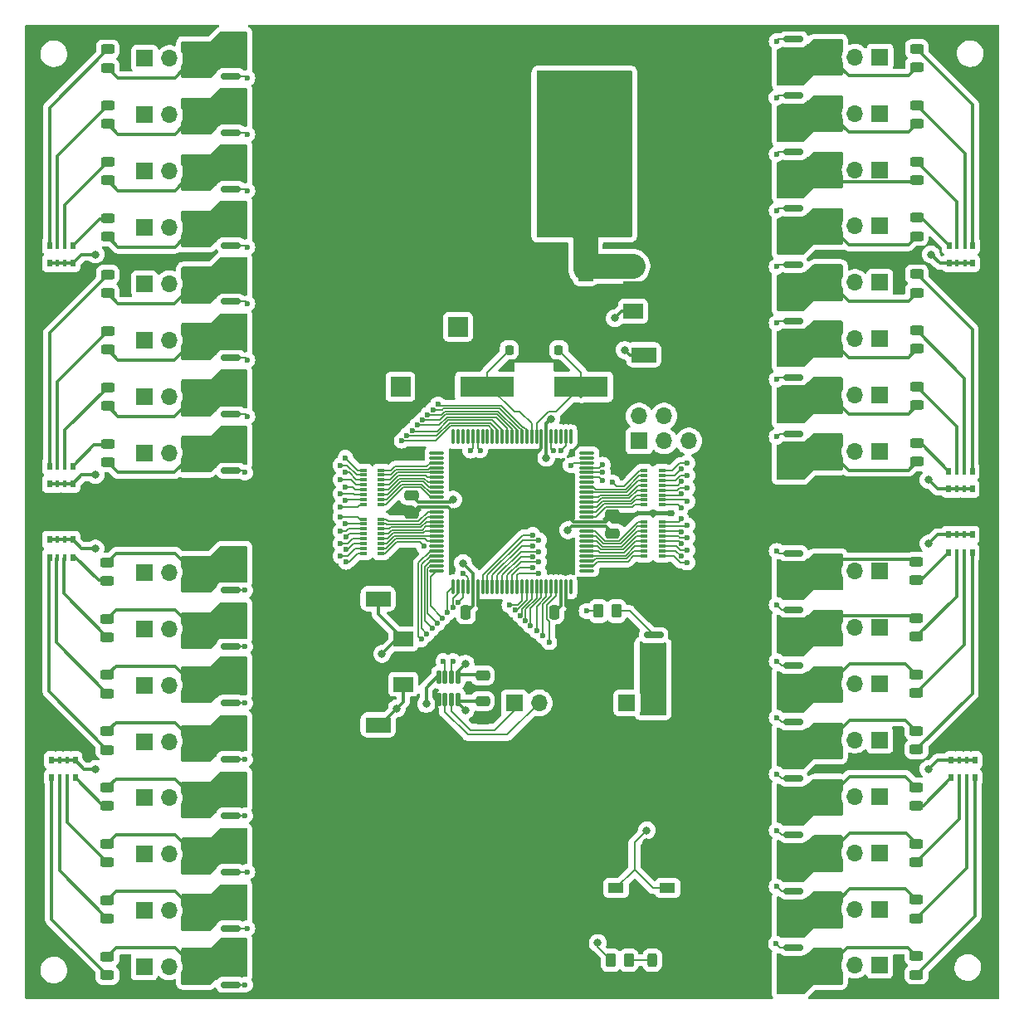
<source format=gbr>
%TF.GenerationSoftware,KiCad,Pcbnew,7.0.7+dfsg-1*%
%TF.CreationDate,2023-09-07T23:36:34-05:00*%
%TF.ProjectId,unified_control_board,756e6966-6965-4645-9f63-6f6e74726f6c,rev?*%
%TF.SameCoordinates,Original*%
%TF.FileFunction,Copper,L1,Top*%
%TF.FilePolarity,Positive*%
%FSLAX46Y46*%
G04 Gerber Fmt 4.6, Leading zero omitted, Abs format (unit mm)*
G04 Created by KiCad (PCBNEW 7.0.7+dfsg-1) date 2023-09-07 23:36:34*
%MOMM*%
%LPD*%
G01*
G04 APERTURE LIST*
G04 Aperture macros list*
%AMRoundRect*
0 Rectangle with rounded corners*
0 $1 Rounding radius*
0 $2 $3 $4 $5 $6 $7 $8 $9 X,Y pos of 4 corners*
0 Add a 4 corners polygon primitive as box body*
4,1,4,$2,$3,$4,$5,$6,$7,$8,$9,$2,$3,0*
0 Add four circle primitives for the rounded corners*
1,1,$1+$1,$2,$3*
1,1,$1+$1,$4,$5*
1,1,$1+$1,$6,$7*
1,1,$1+$1,$8,$9*
0 Add four rect primitives between the rounded corners*
20,1,$1+$1,$2,$3,$4,$5,0*
20,1,$1+$1,$4,$5,$6,$7,0*
20,1,$1+$1,$6,$7,$8,$9,0*
20,1,$1+$1,$8,$9,$2,$3,0*%
G04 Aperture macros list end*
%TA.AperFunction,SMDPad,CuDef*%
%ADD10RoundRect,0.125000X-0.125000X0.537500X-0.125000X-0.537500X0.125000X-0.537500X0.125000X0.537500X0*%
%TD*%
%TA.AperFunction,ComponentPad*%
%ADD11R,1.700000X1.700000*%
%TD*%
%TA.AperFunction,ComponentPad*%
%ADD12O,1.700000X1.700000*%
%TD*%
%TA.AperFunction,SMDPad,CuDef*%
%ADD13R,5.499100X2.108200*%
%TD*%
%TA.AperFunction,SMDPad,CuDef*%
%ADD14RoundRect,0.150000X-0.825000X-0.150000X0.825000X-0.150000X0.825000X0.150000X-0.825000X0.150000X0*%
%TD*%
%TA.AperFunction,SMDPad,CuDef*%
%ADD15RoundRect,0.243750X0.456250X-0.243750X0.456250X0.243750X-0.456250X0.243750X-0.456250X-0.243750X0*%
%TD*%
%TA.AperFunction,SMDPad,CuDef*%
%ADD16RoundRect,0.243750X-0.456250X0.243750X-0.456250X-0.243750X0.456250X-0.243750X0.456250X0.243750X0*%
%TD*%
%TA.AperFunction,SMDPad,CuDef*%
%ADD17RoundRect,0.150000X0.825000X0.150000X-0.825000X0.150000X-0.825000X-0.150000X0.825000X-0.150000X0*%
%TD*%
%TA.AperFunction,SMDPad,CuDef*%
%ADD18RoundRect,0.250000X-0.475000X0.250000X-0.475000X-0.250000X0.475000X-0.250000X0.475000X0.250000X0*%
%TD*%
%TA.AperFunction,SMDPad,CuDef*%
%ADD19RoundRect,0.225000X-0.225000X-0.250000X0.225000X-0.250000X0.225000X0.250000X-0.225000X0.250000X0*%
%TD*%
%TA.AperFunction,SMDPad,CuDef*%
%ADD20RoundRect,0.250000X1.050000X0.550000X-1.050000X0.550000X-1.050000X-0.550000X1.050000X-0.550000X0*%
%TD*%
%TA.AperFunction,SMDPad,CuDef*%
%ADD21R,0.500000X0.800000*%
%TD*%
%TA.AperFunction,SMDPad,CuDef*%
%ADD22R,0.400000X0.800000*%
%TD*%
%TA.AperFunction,SMDPad,CuDef*%
%ADD23RoundRect,0.250000X-0.250000X-0.475000X0.250000X-0.475000X0.250000X0.475000X-0.250000X0.475000X0*%
%TD*%
%TA.AperFunction,SMDPad,CuDef*%
%ADD24R,2.000000X1.500000*%
%TD*%
%TA.AperFunction,SMDPad,CuDef*%
%ADD25R,2.000000X3.800000*%
%TD*%
%TA.AperFunction,SMDPad,CuDef*%
%ADD26R,0.800000X0.300000*%
%TD*%
%TA.AperFunction,ComponentPad*%
%ADD27C,2.280000*%
%TD*%
%TA.AperFunction,SMDPad,CuDef*%
%ADD28RoundRect,0.250000X0.475000X-0.250000X0.475000X0.250000X-0.475000X0.250000X-0.475000X-0.250000X0*%
%TD*%
%TA.AperFunction,SMDPad,CuDef*%
%ADD29R,1.549400X0.990600*%
%TD*%
%TA.AperFunction,ComponentPad*%
%ADD30R,2.000000X2.000000*%
%TD*%
%TA.AperFunction,ComponentPad*%
%ADD31C,2.000000*%
%TD*%
%TA.AperFunction,SMDPad,CuDef*%
%ADD32RoundRect,0.075000X0.662500X0.075000X-0.662500X0.075000X-0.662500X-0.075000X0.662500X-0.075000X0*%
%TD*%
%TA.AperFunction,SMDPad,CuDef*%
%ADD33RoundRect,0.075000X0.075000X0.662500X-0.075000X0.662500X-0.075000X-0.662500X0.075000X-0.662500X0*%
%TD*%
%TA.AperFunction,SMDPad,CuDef*%
%ADD34RoundRect,0.250000X-0.550000X1.050000X-0.550000X-1.050000X0.550000X-1.050000X0.550000X1.050000X0*%
%TD*%
%TA.AperFunction,SMDPad,CuDef*%
%ADD35RoundRect,0.250000X-0.262500X-0.450000X0.262500X-0.450000X0.262500X0.450000X-0.262500X0.450000X0*%
%TD*%
%TA.AperFunction,SMDPad,CuDef*%
%ADD36RoundRect,0.250000X0.250000X0.475000X-0.250000X0.475000X-0.250000X-0.475000X0.250000X-0.475000X0*%
%TD*%
%TA.AperFunction,SMDPad,CuDef*%
%ADD37RoundRect,0.243750X0.243750X0.456250X-0.243750X0.456250X-0.243750X-0.456250X0.243750X-0.456250X0*%
%TD*%
%TA.AperFunction,SMDPad,CuDef*%
%ADD38RoundRect,0.250000X-1.050000X-0.550000X1.050000X-0.550000X1.050000X0.550000X-1.050000X0.550000X0*%
%TD*%
%TA.AperFunction,ViaPad*%
%ADD39C,2.000000*%
%TD*%
%TA.AperFunction,ViaPad*%
%ADD40C,0.600000*%
%TD*%
%TA.AperFunction,ViaPad*%
%ADD41C,0.800000*%
%TD*%
%TA.AperFunction,Conductor*%
%ADD42C,0.200000*%
%TD*%
%TA.AperFunction,Conductor*%
%ADD43C,2.500000*%
%TD*%
%TA.AperFunction,Conductor*%
%ADD44C,0.300000*%
%TD*%
%TA.AperFunction,Conductor*%
%ADD45C,0.150000*%
%TD*%
G04 APERTURE END LIST*
D10*
%TO.P,U2,1,VCCB*%
%TO.N,VDD*%
X73225000Y-94362500D03*
%TO.P,U2,2,B1*%
%TO.N,/RxD*%
X72575000Y-94362500D03*
%TO.P,U2,3,B2*%
%TO.N,/TxD*%
X71925000Y-94362500D03*
%TO.P,U2,4,OE*%
%TO.N,+3V3*%
X71275000Y-94362500D03*
%TO.P,U2,5,GND*%
%TO.N,GND*%
X71275000Y-96637500D03*
%TO.P,U2,6,A2*%
%TO.N,/TxD_3v3*%
X71925000Y-96637500D03*
%TO.P,U2,7,A1*%
%TO.N,/RxD_3v3*%
X72575000Y-96637500D03*
%TO.P,U2,8,VCCA*%
%TO.N,+3V3*%
X73225000Y-96637500D03*
%TD*%
D11*
%TO.P,J13,1,Pin_1*%
%TO.N,/PWM13*%
X41225000Y-106690000D03*
D12*
%TO.P,J13,2,Pin_2*%
%TO.N,+6V*%
X43765000Y-106690000D03*
%TO.P,J13,3,Pin_3*%
%TO.N,Net-(D13-K)*%
X46305000Y-106690000D03*
%TD*%
D13*
%TO.P,Y1,1*%
%TO.N,Net-(U1-XTAL1)*%
X76205750Y-64750000D03*
%TO.P,Y1,2*%
%TO.N,Net-(U1-XTAL2)*%
X85794250Y-64750000D03*
%TD*%
D14*
%TO.P,Q2,1,D*%
%TO.N,Net-(D2-K)*%
X50075000Y-35000000D03*
X50075000Y-36270000D03*
X50075000Y-37540000D03*
%TO.P,Q2,2,G*%
%TO.N,Net-(Q2-G)*%
X50075000Y-38810000D03*
%TO.P,Q2,3,S*%
%TO.N,GND*%
X55025000Y-35000000D03*
X55025000Y-36270000D03*
X55025000Y-37540000D03*
X55025000Y-38810000D03*
%TD*%
D15*
%TO.P,D4,1,K*%
%TO.N,Net-(D4-K)*%
X37500000Y-49437500D03*
%TO.P,D4,2,A*%
%TO.N,Net-(D4-A)*%
X37500000Y-47562500D03*
%TD*%
D16*
%TO.P,D16,1,K*%
%TO.N,Net-(D16-K)*%
X37475000Y-122907500D03*
%TO.P,D16,2,A*%
%TO.N,Net-(D16-A)*%
X37475000Y-124782500D03*
%TD*%
D14*
%TO.P,Q14,1,D*%
%TO.N,Net-(D14-K)*%
X50050000Y-110440000D03*
X50050000Y-111710000D03*
X50050000Y-112980000D03*
%TO.P,Q14,2,G*%
%TO.N,Net-(Q14-G)*%
X50050000Y-114250000D03*
%TO.P,Q14,3,S*%
%TO.N,GND*%
X55000000Y-110440000D03*
X55000000Y-111710000D03*
X55000000Y-112980000D03*
X55000000Y-114250000D03*
%TD*%
D17*
%TO.P,Q19,3,S*%
%TO.N,GND*%
X102500000Y-110480000D03*
X102500000Y-111750000D03*
X102500000Y-113020000D03*
X102500000Y-114290000D03*
%TO.P,Q19,2,G*%
%TO.N,Net-(Q19-G)*%
X107450000Y-110480000D03*
%TO.P,Q19,1,D*%
%TO.N,Net-(D19-K)*%
X107450000Y-111750000D03*
X107450000Y-113020000D03*
X107450000Y-114290000D03*
%TD*%
D11*
%TO.P,J15,1,Pin_1*%
%TO.N,/PWM15*%
X41225000Y-118190000D03*
D12*
%TO.P,J15,2,Pin_2*%
%TO.N,+6V*%
X43765000Y-118190000D03*
%TO.P,J15,3,Pin_3*%
%TO.N,Net-(D15-K)*%
X46305000Y-118190000D03*
%TD*%
D11*
%TO.P,J32,1,Pin_1*%
%TO.N,/PWM32*%
X116300000Y-31100000D03*
D12*
%TO.P,J32,2,Pin_2*%
%TO.N,+6V*%
X113760000Y-31100000D03*
%TO.P,J32,3,Pin_3*%
%TO.N,Net-(D32-K)*%
X111220000Y-31100000D03*
%TD*%
D18*
%TO.P,C13,1*%
%TO.N,GND*%
X75750000Y-92300000D03*
%TO.P,C13,2*%
%TO.N,VDD*%
X75750000Y-94200000D03*
%TD*%
D17*
%TO.P,Q32,3,S*%
%TO.N,GND*%
X102525000Y-29290000D03*
X102525000Y-30560000D03*
X102525000Y-31830000D03*
X102525000Y-33100000D03*
%TO.P,Q32,2,G*%
%TO.N,Net-(Q32-G)*%
X107475000Y-29290000D03*
%TO.P,Q32,1,D*%
%TO.N,Net-(D32-K)*%
X107475000Y-30560000D03*
X107475000Y-31830000D03*
X107475000Y-33100000D03*
%TD*%
%TO.P,Q30,3,S*%
%TO.N,GND*%
X102525000Y-40790000D03*
X102525000Y-42060000D03*
X102525000Y-43330000D03*
X102525000Y-44600000D03*
%TO.P,Q30,2,G*%
%TO.N,Net-(Q30-G)*%
X107475000Y-40790000D03*
%TO.P,Q30,1,D*%
%TO.N,Net-(D30-K)*%
X107475000Y-42060000D03*
X107475000Y-43330000D03*
X107475000Y-44600000D03*
%TD*%
D15*
%TO.P,D3,1,K*%
%TO.N,Net-(D3-K)*%
X37500000Y-43687500D03*
%TO.P,D3,2,A*%
%TO.N,Net-(D3-A)*%
X37500000Y-41812500D03*
%TD*%
D11*
%TO.P,J34,1,Pin_1*%
%TO.N,/MISO*%
X91725000Y-70275000D03*
D12*
%TO.P,J34,2,Pin_2*%
%TO.N,VDD*%
X91725000Y-67735000D03*
%TO.P,J34,3,Pin_3*%
%TO.N,/SCK*%
X94265000Y-70275000D03*
%TO.P,J34,4,Pin_4*%
%TO.N,/MOSI*%
X94265000Y-67735000D03*
%TO.P,J34,5,Pin_5*%
%TO.N,/RST*%
X96805000Y-70275000D03*
%TO.P,J34,6,Pin_6*%
%TO.N,GND*%
X96805000Y-67735000D03*
%TD*%
D19*
%TO.P,C2,1*%
%TO.N,GND*%
X81975000Y-61000000D03*
%TO.P,C2,2*%
%TO.N,Net-(U1-XTAL2)*%
X83525000Y-61000000D03*
%TD*%
D11*
%TO.P,J35,1,Pin_1*%
%TO.N,/RxD_3v3*%
X78975000Y-97000000D03*
D12*
%TO.P,J35,2,Pin_2*%
%TO.N,/TxD_3v3*%
X81515000Y-97000000D03*
%TO.P,J35,3,Pin_3*%
%TO.N,GND*%
X84055000Y-97000000D03*
%TD*%
D15*
%TO.P,D29,1,K*%
%TO.N,Net-(D29-K)*%
X120050000Y-49382500D03*
%TO.P,D29,2,A*%
%TO.N,Net-(D29-A)*%
X120050000Y-47507500D03*
%TD*%
D11*
%TO.P,J7,1,Pin_1*%
%TO.N,/PWM7*%
X41250000Y-65750000D03*
D12*
%TO.P,J7,2,Pin_2*%
%TO.N,+6V*%
X43790000Y-65750000D03*
%TO.P,J7,3,Pin_3*%
%TO.N,Net-(D7-K)*%
X46330000Y-65750000D03*
%TD*%
D16*
%TO.P,D11,1,K*%
%TO.N,Net-(D11-K)*%
X37475000Y-94157500D03*
%TO.P,D11,2,A*%
%TO.N,Net-(D11-A)*%
X37475000Y-96032500D03*
%TD*%
%TO.P,D9,1,K*%
%TO.N,Net-(D9-K)*%
X37475000Y-82657500D03*
%TO.P,D9,2,A*%
%TO.N,Net-(D9-A)*%
X37475000Y-84532500D03*
%TD*%
D11*
%TO.P,J20,1,Pin_1*%
%TO.N,/PWM20*%
X116250000Y-106540000D03*
D12*
%TO.P,J20,2,Pin_2*%
%TO.N,+6V*%
X113710000Y-106540000D03*
%TO.P,J20,3,Pin_3*%
%TO.N,Net-(D20-K)*%
X111170000Y-106540000D03*
%TD*%
D11*
%TO.P,J31,1,Pin_1*%
%TO.N,/PWM31*%
X116300000Y-36850000D03*
D12*
%TO.P,J31,2,Pin_2*%
%TO.N,+6V*%
X113760000Y-36850000D03*
%TO.P,J31,3,Pin_3*%
%TO.N,Net-(D31-K)*%
X111220000Y-36850000D03*
%TD*%
D20*
%TO.P,C11,1*%
%TO.N,+6V*%
X65100000Y-99250000D03*
%TO.P,C11,2*%
%TO.N,GND*%
X61500000Y-99250000D03*
%TD*%
D16*
%TO.P,D15,1,K*%
%TO.N,Net-(D15-K)*%
X37475000Y-117157500D03*
%TO.P,D15,2,A*%
%TO.N,Net-(D15-A)*%
X37475000Y-119032500D03*
%TD*%
D11*
%TO.P,J22,1,Pin_1*%
%TO.N,/PWM22*%
X116275000Y-95040000D03*
D12*
%TO.P,J22,2,Pin_2*%
%TO.N,+6V*%
X113735000Y-95040000D03*
%TO.P,J22,3,Pin_3*%
%TO.N,Net-(D22-K)*%
X111195000Y-95040000D03*
%TD*%
D21*
%TO.P,RN6,1,R1.1*%
%TO.N,+6V*%
X31550000Y-74650000D03*
D22*
%TO.P,RN6,2,R2.1*%
X32350000Y-74650000D03*
%TO.P,RN6,3,R3.1*%
X33150000Y-74650000D03*
D21*
%TO.P,RN6,4,R4.1*%
X33950000Y-74650000D03*
%TO.P,RN6,5,R4.2*%
%TO.N,Net-(D8-A)*%
X33950000Y-72850000D03*
D22*
%TO.P,RN6,6,R3.2*%
%TO.N,Net-(D7-A)*%
X33150000Y-72850000D03*
%TO.P,RN6,7,R2.2*%
%TO.N,Net-(D6-A)*%
X32350000Y-72850000D03*
D21*
%TO.P,RN6,8,R1.2*%
%TO.N,Net-(D5-A)*%
X31550000Y-72850000D03*
%TD*%
D23*
%TO.P,C5,1*%
%TO.N,VDD*%
X74050000Y-87750000D03*
%TO.P,C5,2*%
%TO.N,GND*%
X75950000Y-87750000D03*
%TD*%
D14*
%TO.P,Q7,1,D*%
%TO.N,Net-(D7-K)*%
X50075000Y-63750000D03*
X50075000Y-65020000D03*
X50075000Y-66290000D03*
%TO.P,Q7,2,G*%
%TO.N,Net-(Q7-G)*%
X50075000Y-67560000D03*
%TO.P,Q7,3,S*%
%TO.N,GND*%
X55025000Y-63750000D03*
X55025000Y-65020000D03*
X55025000Y-66290000D03*
X55025000Y-67560000D03*
%TD*%
D11*
%TO.P,J14,1,Pin_1*%
%TO.N,/PWM14*%
X41225000Y-112440000D03*
D12*
%TO.P,J14,2,Pin_2*%
%TO.N,+6V*%
X43765000Y-112440000D03*
%TO.P,J14,3,Pin_3*%
%TO.N,Net-(D14-K)*%
X46305000Y-112440000D03*
%TD*%
D17*
%TO.P,Q24,3,S*%
%TO.N,GND*%
X102500000Y-81730000D03*
X102500000Y-83000000D03*
X102500000Y-84270000D03*
X102500000Y-85540000D03*
%TO.P,Q24,2,G*%
%TO.N,Net-(Q24-G)*%
X107450000Y-81730000D03*
%TO.P,Q24,1,D*%
%TO.N,Net-(D24-K)*%
X107450000Y-83000000D03*
X107450000Y-84270000D03*
X107450000Y-85540000D03*
%TD*%
D16*
%TO.P,D19,1,K*%
%TO.N,Net-(D19-K)*%
X120025000Y-111352500D03*
%TO.P,D19,2,A*%
%TO.N,Net-(D19-A)*%
X120025000Y-113227500D03*
%TD*%
D11*
%TO.P,J10,1,Pin_1*%
%TO.N,/PWM10*%
X41250000Y-89440000D03*
D12*
%TO.P,J10,2,Pin_2*%
%TO.N,+6V*%
X43790000Y-89440000D03*
%TO.P,J10,3,Pin_3*%
%TO.N,Net-(D10-K)*%
X46330000Y-89440000D03*
%TD*%
D14*
%TO.P,Q3,1,D*%
%TO.N,Net-(D3-K)*%
X50075000Y-40750000D03*
X50075000Y-42020000D03*
X50075000Y-43290000D03*
%TO.P,Q3,2,G*%
%TO.N,Net-(Q3-G)*%
X50075000Y-44560000D03*
%TO.P,Q3,3,S*%
%TO.N,GND*%
X55025000Y-40750000D03*
X55025000Y-42020000D03*
X55025000Y-43290000D03*
X55025000Y-44560000D03*
%TD*%
D16*
%TO.P,D14,1,K*%
%TO.N,Net-(D14-K)*%
X37475000Y-111407500D03*
%TO.P,D14,2,A*%
%TO.N,Net-(D14-A)*%
X37475000Y-113282500D03*
%TD*%
D11*
%TO.P,J25,1,Pin_1*%
%TO.N,/PWM25*%
X116275000Y-71350000D03*
D12*
%TO.P,J25,2,Pin_2*%
%TO.N,+6V*%
X113735000Y-71350000D03*
%TO.P,J25,3,Pin_3*%
%TO.N,Net-(D25-K)*%
X111195000Y-71350000D03*
%TD*%
D15*
%TO.P,D5,1,K*%
%TO.N,Net-(D5-K)*%
X37500000Y-55187500D03*
%TO.P,D5,2,A*%
%TO.N,Net-(D5-A)*%
X37500000Y-53312500D03*
%TD*%
D24*
%TO.P,U4,1,VI*%
%TO.N,+6V*%
X67650000Y-95100000D03*
%TO.P,U4,2,GND*%
%TO.N,GND*%
X67650000Y-92800000D03*
D25*
X61350000Y-92800000D03*
D24*
%TO.P,U4,3,VO*%
%TO.N,+3V3*%
X67650000Y-90500000D03*
%TD*%
D11*
%TO.P,J1,1,Pin_1*%
%TO.N,/PWM1*%
X41275000Y-31250000D03*
D12*
%TO.P,J1,2,Pin_2*%
%TO.N,+6V*%
X43815000Y-31250000D03*
%TO.P,J1,3,Pin_3*%
%TO.N,Net-(D1-K)*%
X46355000Y-31250000D03*
%TD*%
D14*
%TO.P,Q15,1,D*%
%TO.N,Net-(D15-K)*%
X50050000Y-116190000D03*
X50050000Y-117460000D03*
X50050000Y-118730000D03*
%TO.P,Q15,2,G*%
%TO.N,Net-(Q15-G)*%
X50050000Y-120000000D03*
%TO.P,Q15,3,S*%
%TO.N,GND*%
X55000000Y-116190000D03*
X55000000Y-117460000D03*
X55000000Y-118730000D03*
X55000000Y-120000000D03*
%TD*%
D11*
%TO.P,J23,1,Pin_1*%
%TO.N,/PWM23*%
X116275000Y-89290000D03*
D12*
%TO.P,J23,2,Pin_2*%
%TO.N,+6V*%
X113735000Y-89290000D03*
%TO.P,J23,3,Pin_3*%
%TO.N,Net-(D23-K)*%
X111195000Y-89290000D03*
%TD*%
D16*
%TO.P,D17,1,K*%
%TO.N,Net-(D17-K)*%
X120025000Y-122852500D03*
%TO.P,D17,2,A*%
%TO.N,Net-(D17-A)*%
X120025000Y-124727500D03*
%TD*%
D15*
%TO.P,D31,1,K*%
%TO.N,Net-(D31-K)*%
X120050000Y-37882500D03*
%TO.P,D31,2,A*%
%TO.N,Net-(D31-A)*%
X120050000Y-36007500D03*
%TD*%
D17*
%TO.P,Q20,3,S*%
%TO.N,GND*%
X102500000Y-104730000D03*
X102500000Y-106000000D03*
X102500000Y-107270000D03*
X102500000Y-108540000D03*
%TO.P,Q20,2,G*%
%TO.N,Net-(Q20-G)*%
X107450000Y-104730000D03*
%TO.P,Q20,1,D*%
%TO.N,Net-(D20-K)*%
X107450000Y-106000000D03*
X107450000Y-107270000D03*
X107450000Y-108540000D03*
%TD*%
D21*
%TO.P,RN9,1,R1.1*%
%TO.N,+6V*%
X125975000Y-102850000D03*
D22*
%TO.P,RN9,2,R2.1*%
X125175000Y-102850000D03*
%TO.P,RN9,3,R3.1*%
X124375000Y-102850000D03*
D21*
%TO.P,RN9,4,R4.1*%
X123575000Y-102850000D03*
%TO.P,RN9,5,R4.2*%
%TO.N,Net-(D20-A)*%
X123575000Y-104650000D03*
D22*
%TO.P,RN9,6,R3.2*%
%TO.N,Net-(D19-A)*%
X124375000Y-104650000D03*
%TO.P,RN9,7,R2.2*%
%TO.N,Net-(D18-A)*%
X125175000Y-104650000D03*
D21*
%TO.P,RN9,8,R1.2*%
%TO.N,Net-(D17-A)*%
X125975000Y-104650000D03*
%TD*%
D26*
%TO.P,RN2,1,R1.1*%
%TO.N,Net-(Q9-G)*%
X63600000Y-78250000D03*
%TO.P,RN2,2,R2.1*%
%TO.N,Net-(Q10-G)*%
X63600000Y-78750000D03*
%TO.P,RN2,3,R3.1*%
%TO.N,Net-(Q11-G)*%
X63600000Y-79250000D03*
%TO.P,RN2,4,R4.1*%
%TO.N,Net-(Q12-G)*%
X63600000Y-79750000D03*
%TO.P,RN2,5,R5.1*%
%TO.N,Net-(Q13-G)*%
X63600000Y-80250000D03*
%TO.P,RN2,6,R6.1*%
%TO.N,Net-(Q14-G)*%
X63600000Y-80750000D03*
%TO.P,RN2,7,R7.1*%
%TO.N,Net-(Q15-G)*%
X63600000Y-81250000D03*
%TO.P,RN2,8,R8.1*%
%TO.N,Net-(Q16-G)*%
X63600000Y-81750000D03*
%TO.P,RN2,9,R8.2*%
%TO.N,/ENA16*%
X65400000Y-81750000D03*
%TO.P,RN2,10,R7.2*%
%TO.N,/ENA15*%
X65400000Y-81250000D03*
%TO.P,RN2,11,R6.2*%
%TO.N,/ENA14*%
X65400000Y-80750000D03*
%TO.P,RN2,12,R5.2*%
%TO.N,/ENA13*%
X65400000Y-80250000D03*
%TO.P,RN2,13,R4.2*%
%TO.N,/ENA12*%
X65400000Y-79750000D03*
%TO.P,RN2,14,R3.2*%
%TO.N,/ENA11*%
X65400000Y-79250000D03*
%TO.P,RN2,15,R2.2*%
%TO.N,/ENA10*%
X65400000Y-78750000D03*
%TO.P,RN2,16,R1.2*%
%TO.N,/ENA9*%
X65400000Y-78250000D03*
%TD*%
D16*
%TO.P,D20,1,K*%
%TO.N,Net-(D20-K)*%
X120025000Y-105602500D03*
%TO.P,D20,2,A*%
%TO.N,Net-(D20-A)*%
X120025000Y-107477500D03*
%TD*%
%TO.P,D21,1,K*%
%TO.N,Net-(D21-K)*%
X120025000Y-99852500D03*
%TO.P,D21,2,A*%
%TO.N,Net-(D21-A)*%
X120025000Y-101727500D03*
%TD*%
D27*
%TO.P,J33,1,1*%
%TO.N,GND*%
X69175000Y-46970000D03*
%TO.P,J33,2,2*%
X73175000Y-46970000D03*
%TO.P,J33,3,3*%
X69175000Y-35290000D03*
%TO.P,J33,4,4*%
X73175000Y-35290000D03*
%TO.P,J33,5,5*%
%TO.N,+6V*%
X84175000Y-46970000D03*
%TO.P,J33,6,6*%
X84175000Y-35290000D03*
%TO.P,J33,7,7*%
X88175000Y-46970000D03*
%TO.P,J33,8,8*%
X88175000Y-35290000D03*
%TD*%
D26*
%TO.P,RN1,1,R1.1*%
%TO.N,Net-(Q1-G)*%
X63600000Y-73250000D03*
%TO.P,RN1,2,R2.1*%
%TO.N,Net-(Q2-G)*%
X63600000Y-73750000D03*
%TO.P,RN1,3,R3.1*%
%TO.N,Net-(Q3-G)*%
X63600000Y-74250000D03*
%TO.P,RN1,4,R4.1*%
%TO.N,Net-(Q4-G)*%
X63600000Y-74750000D03*
%TO.P,RN1,5,R5.1*%
%TO.N,Net-(Q5-G)*%
X63600000Y-75250000D03*
%TO.P,RN1,6,R6.1*%
%TO.N,Net-(Q6-G)*%
X63600000Y-75750000D03*
%TO.P,RN1,7,R7.1*%
%TO.N,Net-(Q7-G)*%
X63600000Y-76250000D03*
%TO.P,RN1,8,R8.1*%
%TO.N,Net-(Q8-G)*%
X63600000Y-76750000D03*
%TO.P,RN1,9,R8.2*%
%TO.N,/ENA8*%
X65400000Y-76750000D03*
%TO.P,RN1,10,R7.2*%
%TO.N,/ENA7*%
X65400000Y-76250000D03*
%TO.P,RN1,11,R6.2*%
%TO.N,/ENA6*%
X65400000Y-75750000D03*
%TO.P,RN1,12,R5.2*%
%TO.N,/ENA5*%
X65400000Y-75250000D03*
%TO.P,RN1,13,R4.2*%
%TO.N,/ENA4*%
X65400000Y-74750000D03*
%TO.P,RN1,14,R3.2*%
%TO.N,/ENA3*%
X65400000Y-74250000D03*
%TO.P,RN1,15,R2.2*%
%TO.N,/ENA2*%
X65400000Y-73750000D03*
%TO.P,RN1,16,R1.2*%
%TO.N,/ENA1*%
X65400000Y-73250000D03*
%TD*%
D28*
%TO.P,C14,1*%
%TO.N,GND*%
X75750000Y-98700000D03*
%TO.P,C14,2*%
%TO.N,+3V3*%
X75750000Y-96800000D03*
%TD*%
D21*
%TO.P,RN7,1,R1.1*%
%TO.N,+6V*%
X33950000Y-80350000D03*
D22*
%TO.P,RN7,2,R2.1*%
X33150000Y-80350000D03*
%TO.P,RN7,3,R3.1*%
X32350000Y-80350000D03*
D21*
%TO.P,RN7,4,R4.1*%
X31550000Y-80350000D03*
%TO.P,RN7,5,R4.2*%
%TO.N,Net-(D12-A)*%
X31550000Y-82150000D03*
D22*
%TO.P,RN7,6,R3.2*%
%TO.N,Net-(D11-A)*%
X32350000Y-82150000D03*
%TO.P,RN7,7,R2.2*%
%TO.N,Net-(D10-A)*%
X33150000Y-82150000D03*
D21*
%TO.P,RN7,8,R1.2*%
%TO.N,Net-(D9-A)*%
X33950000Y-82150000D03*
%TD*%
D17*
%TO.P,Q26,3,S*%
%TO.N,GND*%
X102525000Y-63790000D03*
X102525000Y-65060000D03*
X102525000Y-66330000D03*
X102525000Y-67600000D03*
%TO.P,Q26,2,G*%
%TO.N,Net-(Q26-G)*%
X107475000Y-63790000D03*
%TO.P,Q26,1,D*%
%TO.N,Net-(D26-K)*%
X107475000Y-65060000D03*
X107475000Y-66330000D03*
X107475000Y-67600000D03*
%TD*%
D18*
%TO.P,C6,1*%
%TO.N,VDD*%
X68500000Y-75800000D03*
%TO.P,C6,2*%
%TO.N,GND*%
X68500000Y-77700000D03*
%TD*%
D20*
%TO.P,C12,1*%
%TO.N,+3V3*%
X65100000Y-86400000D03*
%TO.P,C12,2*%
%TO.N,GND*%
X61500000Y-86400000D03*
%TD*%
D29*
%TO.P,SW1,1,1*%
%TO.N,GND*%
X94625001Y-119099999D03*
X89374999Y-119099999D03*
%TO.P,SW1,2,2*%
%TO.N,/RST*%
X94625001Y-115900001D03*
X89374999Y-115900001D03*
%TD*%
D16*
%TO.P,D10,1,K*%
%TO.N,Net-(D10-K)*%
X37475000Y-88407500D03*
%TO.P,D10,2,A*%
%TO.N,Net-(D10-A)*%
X37475000Y-90282500D03*
%TD*%
D24*
%TO.P,U3,1,VI*%
%TO.N,+6V*%
X91100000Y-52450000D03*
%TO.P,U3,2,GND*%
%TO.N,GND*%
X91100000Y-54750000D03*
D25*
X97400000Y-54750000D03*
D24*
%TO.P,U3,3,VO*%
%TO.N,VDD*%
X91100000Y-57050000D03*
%TD*%
D15*
%TO.P,D8,1,K*%
%TO.N,Net-(D8-K)*%
X37500000Y-72437500D03*
%TO.P,D8,2,A*%
%TO.N,Net-(D8-A)*%
X37500000Y-70562500D03*
%TD*%
D26*
%TO.P,RN3,1,R1.1*%
%TO.N,Net-(Q17-G)*%
X94050000Y-82000000D03*
%TO.P,RN3,2,R2.1*%
%TO.N,Net-(Q18-G)*%
X94050000Y-81500000D03*
%TO.P,RN3,3,R3.1*%
%TO.N,Net-(Q19-G)*%
X94050000Y-81000000D03*
%TO.P,RN3,4,R4.1*%
%TO.N,Net-(Q20-G)*%
X94050000Y-80500000D03*
%TO.P,RN3,5,R5.1*%
%TO.N,Net-(Q21-G)*%
X94050000Y-80000000D03*
%TO.P,RN3,6,R6.1*%
%TO.N,Net-(Q22-G)*%
X94050000Y-79500000D03*
%TO.P,RN3,7,R7.1*%
%TO.N,Net-(Q23-G)*%
X94050000Y-79000000D03*
%TO.P,RN3,8,R8.1*%
%TO.N,Net-(Q24-G)*%
X94050000Y-78500000D03*
%TO.P,RN3,9,R8.2*%
%TO.N,/ENA24*%
X92250000Y-78500000D03*
%TO.P,RN3,10,R7.2*%
%TO.N,/ENA23*%
X92250000Y-79000000D03*
%TO.P,RN3,11,R6.2*%
%TO.N,/ENA22*%
X92250000Y-79500000D03*
%TO.P,RN3,12,R5.2*%
%TO.N,/ENA21*%
X92250000Y-80000000D03*
%TO.P,RN3,13,R4.2*%
%TO.N,/ENA20*%
X92250000Y-80500000D03*
%TO.P,RN3,14,R3.2*%
%TO.N,/ENA19*%
X92250000Y-81000000D03*
%TO.P,RN3,15,R2.2*%
%TO.N,/ENA18*%
X92250000Y-81500000D03*
%TO.P,RN3,16,R1.2*%
%TO.N,/ENA17*%
X92250000Y-82000000D03*
%TD*%
D16*
%TO.P,D12,1,K*%
%TO.N,Net-(D12-K)*%
X37475000Y-99907500D03*
%TO.P,D12,2,A*%
%TO.N,Net-(D12-A)*%
X37475000Y-101782500D03*
%TD*%
D15*
%TO.P,D28,1,K*%
%TO.N,Net-(D28-K)*%
X120050000Y-55132500D03*
%TO.P,D28,2,A*%
%TO.N,Net-(D28-A)*%
X120050000Y-53257500D03*
%TD*%
D14*
%TO.P,Q4,1,D*%
%TO.N,Net-(D4-K)*%
X50075000Y-46500000D03*
X50075000Y-47770000D03*
X50075000Y-49040000D03*
%TO.P,Q4,2,G*%
%TO.N,Net-(Q4-G)*%
X50075000Y-50310000D03*
%TO.P,Q4,3,S*%
%TO.N,GND*%
X55025000Y-46500000D03*
X55025000Y-47770000D03*
X55025000Y-49040000D03*
X55025000Y-50310000D03*
%TD*%
D17*
%TO.P,Q22,3,S*%
%TO.N,GND*%
X102500000Y-93230000D03*
X102500000Y-94500000D03*
X102500000Y-95770000D03*
X102500000Y-97040000D03*
%TO.P,Q22,2,G*%
%TO.N,Net-(Q22-G)*%
X107450000Y-93230000D03*
%TO.P,Q22,1,D*%
%TO.N,Net-(D22-K)*%
X107450000Y-94500000D03*
X107450000Y-95770000D03*
X107450000Y-97040000D03*
%TD*%
D11*
%TO.P,J8,1,Pin_1*%
%TO.N,/PWM8*%
X41250000Y-71500000D03*
D12*
%TO.P,J8,2,Pin_2*%
%TO.N,+6V*%
X43790000Y-71500000D03*
%TO.P,J8,3,Pin_3*%
%TO.N,Net-(D8-K)*%
X46330000Y-71500000D03*
%TD*%
D14*
%TO.P,Q8,1,D*%
%TO.N,Net-(D8-K)*%
X50075000Y-69500000D03*
X50075000Y-70770000D03*
X50075000Y-72040000D03*
%TO.P,Q8,2,G*%
%TO.N,Net-(Q8-G)*%
X50075000Y-73310000D03*
%TO.P,Q8,3,S*%
%TO.N,GND*%
X55025000Y-69500000D03*
X55025000Y-70770000D03*
X55025000Y-72040000D03*
X55025000Y-73310000D03*
%TD*%
D17*
%TO.P,Q29,3,S*%
%TO.N,GND*%
X102525000Y-46540000D03*
X102525000Y-47810000D03*
X102525000Y-49080000D03*
X102525000Y-50350000D03*
%TO.P,Q29,2,G*%
%TO.N,Net-(Q29-G)*%
X107475000Y-46540000D03*
%TO.P,Q29,1,D*%
%TO.N,Net-(D29-K)*%
X107475000Y-47810000D03*
X107475000Y-49080000D03*
X107475000Y-50350000D03*
%TD*%
D16*
%TO.P,D22,1,K*%
%TO.N,Net-(D22-K)*%
X120025000Y-94102500D03*
%TO.P,D22,2,A*%
%TO.N,Net-(D22-A)*%
X120025000Y-95977500D03*
%TD*%
D11*
%TO.P,J28,1,Pin_1*%
%TO.N,/PWM28*%
X116275000Y-54100000D03*
D12*
%TO.P,J28,2,Pin_2*%
%TO.N,+6V*%
X113735000Y-54100000D03*
%TO.P,J28,3,Pin_3*%
%TO.N,Net-(D28-K)*%
X111195000Y-54100000D03*
%TD*%
D15*
%TO.P,D27,1,K*%
%TO.N,Net-(D27-K)*%
X120050000Y-60882500D03*
%TO.P,D27,2,A*%
%TO.N,Net-(D27-A)*%
X120050000Y-59007500D03*
%TD*%
D14*
%TO.P,Q9,1,D*%
%TO.N,Net-(D9-K)*%
X50050000Y-81690000D03*
X50050000Y-82960000D03*
X50050000Y-84230000D03*
%TO.P,Q9,2,G*%
%TO.N,Net-(Q9-G)*%
X50050000Y-85500000D03*
%TO.P,Q9,3,S*%
%TO.N,GND*%
X55000000Y-81690000D03*
X55000000Y-82960000D03*
X55000000Y-84230000D03*
X55000000Y-85500000D03*
%TD*%
%TO.P,Q1,1,D*%
%TO.N,Net-(D1-K)*%
X50075000Y-29250000D03*
X50075000Y-30520000D03*
X50075000Y-31790000D03*
%TO.P,Q1,2,G*%
%TO.N,Net-(Q1-G)*%
X50075000Y-33060000D03*
%TO.P,Q1,3,S*%
%TO.N,GND*%
X55025000Y-29250000D03*
X55025000Y-30520000D03*
X55025000Y-31790000D03*
X55025000Y-33060000D03*
%TD*%
D17*
%TO.P,Q27,3,S*%
%TO.N,GND*%
X102525000Y-58040000D03*
X102525000Y-59310000D03*
X102525000Y-60580000D03*
X102525000Y-61850000D03*
%TO.P,Q27,2,G*%
%TO.N,Net-(Q27-G)*%
X107475000Y-58040000D03*
%TO.P,Q27,1,D*%
%TO.N,Net-(D27-K)*%
X107475000Y-59310000D03*
X107475000Y-60580000D03*
X107475000Y-61850000D03*
%TD*%
%TO.P,Q28,3,S*%
%TO.N,GND*%
X102525000Y-52290000D03*
X102525000Y-53560000D03*
X102525000Y-54830000D03*
X102525000Y-56100000D03*
%TO.P,Q28,2,G*%
%TO.N,Net-(Q28-G)*%
X107475000Y-52290000D03*
%TO.P,Q28,1,D*%
%TO.N,Net-(D28-K)*%
X107475000Y-53560000D03*
X107475000Y-54830000D03*
X107475000Y-56100000D03*
%TD*%
D11*
%TO.P,J3,1,Pin_1*%
%TO.N,/PWM3*%
X41275000Y-42750000D03*
D12*
%TO.P,J3,2,Pin_2*%
%TO.N,+6V*%
X43815000Y-42750000D03*
%TO.P,J3,3,Pin_3*%
%TO.N,Net-(D3-K)*%
X46355000Y-42750000D03*
%TD*%
D17*
%TO.P,Q31,3,S*%
%TO.N,GND*%
X102525000Y-35040000D03*
X102525000Y-36310000D03*
X102525000Y-37580000D03*
X102525000Y-38850000D03*
%TO.P,Q31,2,G*%
%TO.N,Net-(Q31-G)*%
X107475000Y-35040000D03*
%TO.P,Q31,1,D*%
%TO.N,Net-(D31-K)*%
X107475000Y-36310000D03*
X107475000Y-37580000D03*
X107475000Y-38850000D03*
%TD*%
%TO.P,Q21,3,S*%
%TO.N,GND*%
X102500000Y-98980000D03*
X102500000Y-100250000D03*
X102500000Y-101520000D03*
X102500000Y-102790000D03*
%TO.P,Q21,2,G*%
%TO.N,Net-(Q21-G)*%
X107450000Y-98980000D03*
%TO.P,Q21,1,D*%
%TO.N,Net-(D21-K)*%
X107450000Y-100250000D03*
X107450000Y-101520000D03*
X107450000Y-102790000D03*
%TD*%
D15*
%TO.P,D6,1,K*%
%TO.N,Net-(D6-K)*%
X37500000Y-60937500D03*
%TO.P,D6,2,A*%
%TO.N,Net-(D6-A)*%
X37500000Y-59062500D03*
%TD*%
D30*
%TO.P,C8,1*%
%TO.N,+6V*%
X73250000Y-58617677D03*
D31*
%TO.P,C8,2*%
%TO.N,GND*%
X73250000Y-53617677D03*
%TD*%
D16*
%TO.P,D18,1,K*%
%TO.N,Net-(D18-K)*%
X120025000Y-117102500D03*
%TO.P,D18,2,A*%
%TO.N,Net-(D18-A)*%
X120025000Y-118977500D03*
%TD*%
D17*
%TO.P,Q25,3,S*%
%TO.N,GND*%
X102525000Y-69540000D03*
X102525000Y-70810000D03*
X102525000Y-72080000D03*
X102525000Y-73350000D03*
%TO.P,Q25,2,G*%
%TO.N,Net-(Q25-G)*%
X107475000Y-69540000D03*
%TO.P,Q25,1,D*%
%TO.N,Net-(D25-K)*%
X107475000Y-70810000D03*
X107475000Y-72080000D03*
X107475000Y-73350000D03*
%TD*%
%TO.P,Q23,3,S*%
%TO.N,GND*%
X102500000Y-87480000D03*
X102500000Y-88750000D03*
X102500000Y-90020000D03*
X102500000Y-91290000D03*
%TO.P,Q23,2,G*%
%TO.N,Net-(Q23-G)*%
X107450000Y-87480000D03*
%TO.P,Q23,1,D*%
%TO.N,Net-(D23-K)*%
X107450000Y-88750000D03*
X107450000Y-90020000D03*
X107450000Y-91290000D03*
%TD*%
D11*
%TO.P,J26,1,Pin_1*%
%TO.N,/PWM26*%
X116275000Y-65600000D03*
D12*
%TO.P,J26,2,Pin_2*%
%TO.N,+6V*%
X113735000Y-65600000D03*
%TO.P,J26,3,Pin_3*%
%TO.N,Net-(D26-K)*%
X111195000Y-65600000D03*
%TD*%
D21*
%TO.P,RN12,1,R1.1*%
%TO.N,+6V*%
X123350000Y-52150000D03*
D22*
%TO.P,RN12,2,R2.1*%
X124150000Y-52150000D03*
%TO.P,RN12,3,R3.1*%
X124950000Y-52150000D03*
D21*
%TO.P,RN12,4,R4.1*%
X125750000Y-52150000D03*
%TO.P,RN12,5,R4.2*%
%TO.N,Net-(D32-A)*%
X125750000Y-50350000D03*
D22*
%TO.P,RN12,6,R3.2*%
%TO.N,Net-(D31-A)*%
X124950000Y-50350000D03*
%TO.P,RN12,7,R2.2*%
%TO.N,Net-(D30-A)*%
X124150000Y-50350000D03*
D21*
%TO.P,RN12,8,R1.2*%
%TO.N,Net-(D29-A)*%
X123350000Y-50350000D03*
%TD*%
D11*
%TO.P,J17,1,Pin_1*%
%TO.N,/PWM17*%
X116250000Y-123790000D03*
D12*
%TO.P,J17,2,Pin_2*%
%TO.N,+6V*%
X113710000Y-123790000D03*
%TO.P,J17,3,Pin_3*%
%TO.N,Net-(D17-K)*%
X111170000Y-123790000D03*
%TD*%
D32*
%TO.P,U1,1,PG5*%
%TO.N,unconnected-(U1-PG5-Pad1)*%
X86412500Y-83500000D03*
%TO.P,U1,2,PE0*%
%TO.N,/ENA17*%
X86412500Y-83000000D03*
%TO.P,U1,3,PE1*%
%TO.N,/ENA18*%
X86412500Y-82500000D03*
%TO.P,U1,4,PE2*%
%TO.N,/ENA19*%
X86412500Y-82000000D03*
%TO.P,U1,5,PE3*%
%TO.N,/ENA20*%
X86412500Y-81500000D03*
%TO.P,U1,6,PE4*%
%TO.N,/ENA21*%
X86412500Y-81000000D03*
%TO.P,U1,7,PE5*%
%TO.N,/ENA22*%
X86412500Y-80500000D03*
%TO.P,U1,8,PE6*%
%TO.N,/ENA23*%
X86412500Y-80000000D03*
%TO.P,U1,9,PE7*%
%TO.N,/ENA24*%
X86412500Y-79500000D03*
%TO.P,U1,10,VCC*%
%TO.N,VDD*%
X86412500Y-79000000D03*
%TO.P,U1,11,GND*%
%TO.N,GND*%
X86412500Y-78500000D03*
%TO.P,U1,12,PH0*%
%TO.N,/ENA25*%
X86412500Y-78000000D03*
%TO.P,U1,13,PH1*%
%TO.N,/ENA26*%
X86412500Y-77500000D03*
%TO.P,U1,14,PH2*%
%TO.N,/ENA27*%
X86412500Y-77000000D03*
%TO.P,U1,15,PH3*%
%TO.N,/ENA28*%
X86412500Y-76500000D03*
%TO.P,U1,16,PH4*%
%TO.N,/ENA29*%
X86412500Y-76000000D03*
%TO.P,U1,17,PH5*%
%TO.N,/ENA30*%
X86412500Y-75500000D03*
%TO.P,U1,18,PH6*%
%TO.N,/ENA31*%
X86412500Y-75000000D03*
%TO.P,U1,19,PB0*%
%TO.N,unconnected-(U1-PB0-Pad19)*%
X86412500Y-74500000D03*
%TO.P,U1,20,PB1*%
%TO.N,/SCK*%
X86412500Y-74000000D03*
%TO.P,U1,21,PB2*%
%TO.N,/MOSI*%
X86412500Y-73500000D03*
%TO.P,U1,22,PB3*%
%TO.N,/MISO*%
X86412500Y-73000000D03*
%TO.P,U1,23,PB4*%
%TO.N,/FAN*%
X86412500Y-72500000D03*
%TO.P,U1,24,PB5*%
%TO.N,unconnected-(U1-PB5-Pad24)*%
X86412500Y-72000000D03*
%TO.P,U1,25,PB6*%
%TO.N,unconnected-(U1-PB6-Pad25)*%
X86412500Y-71500000D03*
D33*
%TO.P,U1,26,PB7*%
%TO.N,unconnected-(U1-PB7-Pad26)*%
X84750000Y-69837500D03*
%TO.P,U1,27,PH7*%
%TO.N,/ENA32*%
X84250000Y-69837500D03*
%TO.P,U1,28,PG3*%
%TO.N,unconnected-(U1-PG3-Pad28)*%
X83750000Y-69837500D03*
%TO.P,U1,29,PG4*%
%TO.N,unconnected-(U1-PG4-Pad29)*%
X83250000Y-69837500D03*
%TO.P,U1,30,~{RESET}*%
%TO.N,/RST*%
X82750000Y-69837500D03*
%TO.P,U1,31,VCC*%
%TO.N,VDD*%
X82250000Y-69837500D03*
%TO.P,U1,32,GND*%
%TO.N,GND*%
X81750000Y-69837500D03*
%TO.P,U1,33,XTAL2*%
%TO.N,Net-(U1-XTAL2)*%
X81250000Y-69837500D03*
%TO.P,U1,34,XTAL1*%
%TO.N,Net-(U1-XTAL1)*%
X80750000Y-69837500D03*
%TO.P,U1,35,PL0*%
%TO.N,/PWM1*%
X80250000Y-69837500D03*
%TO.P,U1,36,PL1*%
%TO.N,/PWM2*%
X79750000Y-69837500D03*
%TO.P,U1,37,PL2*%
%TO.N,/PWM3*%
X79250000Y-69837500D03*
%TO.P,U1,38,PL3*%
%TO.N,/PWM4*%
X78750000Y-69837500D03*
%TO.P,U1,39,PL4*%
%TO.N,/PWM5*%
X78250000Y-69837500D03*
%TO.P,U1,40,PL5*%
%TO.N,/PWM6*%
X77750000Y-69837500D03*
%TO.P,U1,41,PL6*%
%TO.N,/PWM7*%
X77250000Y-69837500D03*
%TO.P,U1,42,PL7*%
%TO.N,/PWM8*%
X76750000Y-69837500D03*
%TO.P,U1,43,PD0*%
%TO.N,unconnected-(U1-PD0-Pad43)*%
X76250000Y-69837500D03*
%TO.P,U1,44,PD1*%
%TO.N,unconnected-(U1-PD1-Pad44)*%
X75750000Y-69837500D03*
%TO.P,U1,45,PD2*%
%TO.N,/RxD*%
X75250000Y-69837500D03*
%TO.P,U1,46,PD3*%
%TO.N,/TxD*%
X74750000Y-69837500D03*
%TO.P,U1,47,PD4*%
%TO.N,unconnected-(U1-PD4-Pad47)*%
X74250000Y-69837500D03*
%TO.P,U1,48,PD5*%
%TO.N,unconnected-(U1-PD5-Pad48)*%
X73750000Y-69837500D03*
%TO.P,U1,49,PD6*%
%TO.N,unconnected-(U1-PD6-Pad49)*%
X73250000Y-69837500D03*
%TO.P,U1,50,PD7*%
%TO.N,unconnected-(U1-PD7-Pad50)*%
X72750000Y-69837500D03*
D32*
%TO.P,U1,51,PG0*%
%TO.N,unconnected-(U1-PG0-Pad51)*%
X71087500Y-71500000D03*
%TO.P,U1,52,PG1*%
%TO.N,unconnected-(U1-PG1-Pad52)*%
X71087500Y-72000000D03*
%TO.P,U1,53,PC0*%
%TO.N,/ENA1*%
X71087500Y-72500000D03*
%TO.P,U1,54,PC1*%
%TO.N,/ENA2*%
X71087500Y-73000000D03*
%TO.P,U1,55,PC2*%
%TO.N,/ENA3*%
X71087500Y-73500000D03*
%TO.P,U1,56,PC3*%
%TO.N,/ENA4*%
X71087500Y-74000000D03*
%TO.P,U1,57,PC4*%
%TO.N,/ENA5*%
X71087500Y-74500000D03*
%TO.P,U1,58,PC5*%
%TO.N,/ENA6*%
X71087500Y-75000000D03*
%TO.P,U1,59,PC6*%
%TO.N,/ENA7*%
X71087500Y-75500000D03*
%TO.P,U1,60,PC7*%
%TO.N,/ENA8*%
X71087500Y-76000000D03*
%TO.P,U1,61,VCC*%
%TO.N,VDD*%
X71087500Y-76500000D03*
%TO.P,U1,62,GND*%
%TO.N,GND*%
X71087500Y-77000000D03*
%TO.P,U1,63,PJ0*%
%TO.N,/ENA9*%
X71087500Y-77500000D03*
%TO.P,U1,64,PJ1*%
%TO.N,/ENA10*%
X71087500Y-78000000D03*
%TO.P,U1,65,PJ2*%
%TO.N,/ENA11*%
X71087500Y-78500000D03*
%TO.P,U1,66,PJ3*%
%TO.N,/ENA12*%
X71087500Y-79000000D03*
%TO.P,U1,67,PJ4*%
%TO.N,/ENA13*%
X71087500Y-79500000D03*
%TO.P,U1,68,PJ5*%
%TO.N,/ENA14*%
X71087500Y-80000000D03*
%TO.P,U1,69,PJ6*%
%TO.N,/ENA15*%
X71087500Y-80500000D03*
%TO.P,U1,70,PG2*%
%TO.N,unconnected-(U1-PG2-Pad70)*%
X71087500Y-81000000D03*
%TO.P,U1,71,PA7*%
%TO.N,/PWM16*%
X71087500Y-81500000D03*
%TO.P,U1,72,PA6*%
%TO.N,/PWM15*%
X71087500Y-82000000D03*
%TO.P,U1,73,PA5*%
%TO.N,/PWM14*%
X71087500Y-82500000D03*
%TO.P,U1,74,PA4*%
%TO.N,/PWM13*%
X71087500Y-83000000D03*
%TO.P,U1,75,PA3*%
%TO.N,/PWM12*%
X71087500Y-83500000D03*
D33*
%TO.P,U1,76,PA2*%
%TO.N,/PWM11*%
X72750000Y-85162500D03*
%TO.P,U1,77,PA1*%
%TO.N,/PWM10*%
X73250000Y-85162500D03*
%TO.P,U1,78,PA0*%
%TO.N,/PWM9*%
X73750000Y-85162500D03*
%TO.P,U1,79,PJ7*%
%TO.N,/ENA16*%
X74250000Y-85162500D03*
%TO.P,U1,80,VCC*%
%TO.N,VDD*%
X74750000Y-85162500D03*
%TO.P,U1,81,GND*%
%TO.N,GND*%
X75250000Y-85162500D03*
%TO.P,U1,82,PK7*%
%TO.N,/PWM32*%
X75750000Y-85162500D03*
%TO.P,U1,83,PK6*%
%TO.N,/PWM31*%
X76250000Y-85162500D03*
%TO.P,U1,84,PK5*%
%TO.N,/PWM30*%
X76750000Y-85162500D03*
%TO.P,U1,85,PK4*%
%TO.N,/PWM29*%
X77250000Y-85162500D03*
%TO.P,U1,86,PK3*%
%TO.N,/PWM28*%
X77750000Y-85162500D03*
%TO.P,U1,87,PK2*%
%TO.N,/PWM27*%
X78250000Y-85162500D03*
%TO.P,U1,88,PK1*%
%TO.N,/PWM26*%
X78750000Y-85162500D03*
%TO.P,U1,89,PK0*%
%TO.N,/PWM25*%
X79250000Y-85162500D03*
%TO.P,U1,90,PF7*%
%TO.N,/PWM24*%
X79750000Y-85162500D03*
%TO.P,U1,91,PF6*%
%TO.N,/PWM23*%
X80250000Y-85162500D03*
%TO.P,U1,92,PF5*%
%TO.N,/PWM22*%
X80750000Y-85162500D03*
%TO.P,U1,93,PF4*%
%TO.N,/PWM21*%
X81250000Y-85162500D03*
%TO.P,U1,94,PF3*%
%TO.N,/PWM20*%
X81750000Y-85162500D03*
%TO.P,U1,95,PF2*%
%TO.N,/PWM19*%
X82250000Y-85162500D03*
%TO.P,U1,96,PF1*%
%TO.N,/PWM18*%
X82750000Y-85162500D03*
%TO.P,U1,97,PF0*%
%TO.N,/PWM17*%
X83250000Y-85162500D03*
%TO.P,U1,98,AREF*%
%TO.N,Net-(U1-AREF)*%
X83750000Y-85162500D03*
%TO.P,U1,99,GND*%
%TO.N,GND*%
X84250000Y-85162500D03*
%TO.P,U1,100,AVCC*%
%TO.N,unconnected-(U1-AVCC-Pad100)*%
X84750000Y-85162500D03*
%TD*%
D11*
%TO.P,J29,1,Pin_1*%
%TO.N,/PWM29*%
X116300000Y-48350000D03*
D12*
%TO.P,J29,2,Pin_2*%
%TO.N,+6V*%
X113760000Y-48350000D03*
%TO.P,J29,3,Pin_3*%
%TO.N,Net-(D29-K)*%
X111220000Y-48350000D03*
%TD*%
D15*
%TO.P,D1,1,K*%
%TO.N,Net-(D1-K)*%
X37500000Y-32187500D03*
%TO.P,D1,2,A*%
%TO.N,Net-(D1-A)*%
X37500000Y-30312500D03*
%TD*%
D34*
%TO.P,C9,1*%
%TO.N,+6V*%
X86250000Y-52700000D03*
%TO.P,C9,2*%
%TO.N,GND*%
X86250000Y-56300000D03*
%TD*%
D35*
%TO.P,R1,1*%
%TO.N,/FAN*%
X87587500Y-87630000D03*
%TO.P,R1,2*%
%TO.N,Net-(Q33-G)*%
X89412500Y-87630000D03*
%TD*%
D15*
%TO.P,D30,1,K*%
%TO.N,Net-(D30-K)*%
X120050000Y-43632500D03*
%TO.P,D30,2,A*%
%TO.N,Net-(D30-A)*%
X120050000Y-41757500D03*
%TD*%
%TO.P,D32,1,K*%
%TO.N,Net-(D32-K)*%
X120050000Y-32132500D03*
%TO.P,D32,2,A*%
%TO.N,Net-(D32-A)*%
X120050000Y-30257500D03*
%TD*%
D11*
%TO.P,J6,1,Pin_1*%
%TO.N,/PWM6*%
X41250000Y-60000000D03*
D12*
%TO.P,J6,2,Pin_2*%
%TO.N,+6V*%
X43790000Y-60000000D03*
%TO.P,J6,3,Pin_3*%
%TO.N,Net-(D6-K)*%
X46330000Y-60000000D03*
%TD*%
D11*
%TO.P,J12,1,Pin_1*%
%TO.N,/PWM12*%
X41250000Y-100940000D03*
D12*
%TO.P,J12,2,Pin_2*%
%TO.N,+6V*%
X43790000Y-100940000D03*
%TO.P,J12,3,Pin_3*%
%TO.N,Net-(D12-K)*%
X46330000Y-100940000D03*
%TD*%
D11*
%TO.P,J4,1,Pin_1*%
%TO.N,/PWM4*%
X41275000Y-48500000D03*
D12*
%TO.P,J4,2,Pin_2*%
%TO.N,+6V*%
X43815000Y-48500000D03*
%TO.P,J4,3,Pin_3*%
%TO.N,Net-(D4-K)*%
X46355000Y-48500000D03*
%TD*%
D17*
%TO.P,Q18,3,S*%
%TO.N,GND*%
X102500000Y-116230000D03*
X102500000Y-117500000D03*
X102500000Y-118770000D03*
X102500000Y-120040000D03*
%TO.P,Q18,2,G*%
%TO.N,Net-(Q18-G)*%
X107450000Y-116230000D03*
%TO.P,Q18,1,D*%
%TO.N,Net-(D18-K)*%
X107450000Y-117500000D03*
X107450000Y-118770000D03*
X107450000Y-120040000D03*
%TD*%
%TO.P,Q33,1,D*%
%TO.N,Net-(J36-Pin_2)*%
X93225000Y-93905000D03*
X93225000Y-92635000D03*
X93225000Y-91365000D03*
%TO.P,Q33,2,G*%
%TO.N,Net-(Q33-G)*%
X93225000Y-90095000D03*
%TO.P,Q33,3,S*%
%TO.N,GND*%
X88275000Y-93905000D03*
X88275000Y-92635000D03*
X88275000Y-91365000D03*
X88275000Y-90095000D03*
%TD*%
D11*
%TO.P,J9,1,Pin_1*%
%TO.N,/PWM9*%
X41250000Y-83690000D03*
D12*
%TO.P,J9,2,Pin_2*%
%TO.N,+6V*%
X43790000Y-83690000D03*
%TO.P,J9,3,Pin_3*%
%TO.N,Net-(D9-K)*%
X46330000Y-83690000D03*
%TD*%
D15*
%TO.P,D2,1,K*%
%TO.N,Net-(D2-K)*%
X37500000Y-37937500D03*
%TO.P,D2,2,A*%
%TO.N,Net-(D2-A)*%
X37500000Y-36062500D03*
%TD*%
D16*
%TO.P,D24,1,K*%
%TO.N,Net-(D24-K)*%
X120025000Y-82602500D03*
%TO.P,D24,2,A*%
%TO.N,Net-(D24-A)*%
X120025000Y-84477500D03*
%TD*%
D11*
%TO.P,J27,1,Pin_1*%
%TO.N,/PWM27*%
X116275000Y-59850000D03*
D12*
%TO.P,J27,2,Pin_2*%
%TO.N,+6V*%
X113735000Y-59850000D03*
%TO.P,J27,3,Pin_3*%
%TO.N,Net-(D27-K)*%
X111195000Y-59850000D03*
%TD*%
D21*
%TO.P,RN8,1,R1.1*%
%TO.N,+6V*%
X34175000Y-102850000D03*
D22*
%TO.P,RN8,2,R2.1*%
X33375000Y-102850000D03*
%TO.P,RN8,3,R3.1*%
X32575000Y-102850000D03*
D21*
%TO.P,RN8,4,R4.1*%
X31775000Y-102850000D03*
%TO.P,RN8,5,R4.2*%
%TO.N,Net-(D16-A)*%
X31775000Y-104650000D03*
D22*
%TO.P,RN8,6,R3.2*%
%TO.N,Net-(D15-A)*%
X32575000Y-104650000D03*
%TO.P,RN8,7,R2.2*%
%TO.N,Net-(D14-A)*%
X33375000Y-104650000D03*
D21*
%TO.P,RN8,8,R1.2*%
%TO.N,Net-(D13-A)*%
X34175000Y-104650000D03*
%TD*%
D11*
%TO.P,J11,1,Pin_1*%
%TO.N,/PWM11*%
X41250000Y-95190000D03*
D12*
%TO.P,J11,2,Pin_2*%
%TO.N,+6V*%
X43790000Y-95190000D03*
%TO.P,J11,3,Pin_3*%
%TO.N,Net-(D11-K)*%
X46330000Y-95190000D03*
%TD*%
D15*
%TO.P,D26,1,K*%
%TO.N,Net-(D26-K)*%
X120050000Y-66632500D03*
%TO.P,D26,2,A*%
%TO.N,Net-(D26-A)*%
X120050000Y-64757500D03*
%TD*%
D36*
%TO.P,C3,1*%
%TO.N,GND*%
X84950000Y-87750000D03*
%TO.P,C3,2*%
%TO.N,Net-(U1-AREF)*%
X83050000Y-87750000D03*
%TD*%
D14*
%TO.P,Q10,1,D*%
%TO.N,Net-(D10-K)*%
X50050000Y-87440000D03*
X50050000Y-88710000D03*
X50050000Y-89980000D03*
%TO.P,Q10,2,G*%
%TO.N,Net-(Q10-G)*%
X50050000Y-91250000D03*
%TO.P,Q10,3,S*%
%TO.N,GND*%
X55000000Y-87440000D03*
X55000000Y-88710000D03*
X55000000Y-89980000D03*
X55000000Y-91250000D03*
%TD*%
D11*
%TO.P,J21,1,Pin_1*%
%TO.N,/PWM21*%
X116275000Y-100790000D03*
D12*
%TO.P,J21,2,Pin_2*%
%TO.N,+6V*%
X113735000Y-100790000D03*
%TO.P,J21,3,Pin_3*%
%TO.N,Net-(D21-K)*%
X111195000Y-100790000D03*
%TD*%
D11*
%TO.P,J16,1,Pin_1*%
%TO.N,/PWM16*%
X41225000Y-123940000D03*
D12*
%TO.P,J16,2,Pin_2*%
%TO.N,+6V*%
X43765000Y-123940000D03*
%TO.P,J16,3,Pin_3*%
%TO.N,Net-(D16-K)*%
X46305000Y-123940000D03*
%TD*%
D15*
%TO.P,D25,1,K*%
%TO.N,Net-(D25-K)*%
X120050000Y-72382500D03*
%TO.P,D25,2,A*%
%TO.N,Net-(D25-A)*%
X120050000Y-70507500D03*
%TD*%
D14*
%TO.P,Q16,1,D*%
%TO.N,Net-(D16-K)*%
X50050000Y-121940000D03*
X50050000Y-123210000D03*
X50050000Y-124480000D03*
%TO.P,Q16,2,G*%
%TO.N,Net-(Q16-G)*%
X50050000Y-125750000D03*
%TO.P,Q16,3,S*%
%TO.N,GND*%
X55000000Y-121940000D03*
X55000000Y-123210000D03*
X55000000Y-124480000D03*
X55000000Y-125750000D03*
%TD*%
D11*
%TO.P,J19,1,Pin_1*%
%TO.N,/PWM19*%
X116250000Y-112290000D03*
D12*
%TO.P,J19,2,Pin_2*%
%TO.N,+6V*%
X113710000Y-112290000D03*
%TO.P,J19,3,Pin_3*%
%TO.N,Net-(D19-K)*%
X111170000Y-112290000D03*
%TD*%
D16*
%TO.P,D13,1,K*%
%TO.N,Net-(D13-K)*%
X37475000Y-105657500D03*
%TO.P,D13,2,A*%
%TO.N,Net-(D13-A)*%
X37475000Y-107532500D03*
%TD*%
D11*
%TO.P,J2,1,Pin_1*%
%TO.N,/PWM2*%
X41275000Y-37000000D03*
D12*
%TO.P,J2,2,Pin_2*%
%TO.N,+6V*%
X43815000Y-37000000D03*
%TO.P,J2,3,Pin_3*%
%TO.N,Net-(D2-K)*%
X46355000Y-37000000D03*
%TD*%
D28*
%TO.P,C4,1*%
%TO.N,VDD*%
X89000000Y-79700000D03*
%TO.P,C4,2*%
%TO.N,GND*%
X89000000Y-77800000D03*
%TD*%
D35*
%TO.P,R2,1*%
%TO.N,+6V*%
X88837500Y-123250000D03*
%TO.P,R2,2*%
%TO.N,Net-(D33-A)*%
X90662500Y-123250000D03*
%TD*%
D11*
%TO.P,J24,1,Pin_1*%
%TO.N,/PWM24*%
X116275000Y-83540000D03*
D12*
%TO.P,J24,2,Pin_2*%
%TO.N,+6V*%
X113735000Y-83540000D03*
%TO.P,J24,3,Pin_3*%
%TO.N,Net-(D24-K)*%
X111195000Y-83540000D03*
%TD*%
D14*
%TO.P,Q13,1,D*%
%TO.N,Net-(D13-K)*%
X50050000Y-104690000D03*
X50050000Y-105960000D03*
X50050000Y-107230000D03*
%TO.P,Q13,2,G*%
%TO.N,Net-(Q13-G)*%
X50050000Y-108500000D03*
%TO.P,Q13,3,S*%
%TO.N,GND*%
X55000000Y-104690000D03*
X55000000Y-105960000D03*
X55000000Y-107230000D03*
X55000000Y-108500000D03*
%TD*%
D31*
%TO.P,C7,2*%
%TO.N,GND*%
X62367677Y-64750000D03*
D30*
%TO.P,C7,1*%
%TO.N,+6V*%
X67367677Y-64750000D03*
%TD*%
D21*
%TO.P,RN5,1,R1.1*%
%TO.N,+6V*%
X31550000Y-52150000D03*
D22*
%TO.P,RN5,2,R2.1*%
X32350000Y-52150000D03*
%TO.P,RN5,3,R3.1*%
X33150000Y-52150000D03*
D21*
%TO.P,RN5,4,R4.1*%
X33950000Y-52150000D03*
%TO.P,RN5,5,R4.2*%
%TO.N,Net-(D4-A)*%
X33950000Y-50350000D03*
D22*
%TO.P,RN5,6,R3.2*%
%TO.N,Net-(D3-A)*%
X33150000Y-50350000D03*
%TO.P,RN5,7,R2.2*%
%TO.N,Net-(D2-A)*%
X32350000Y-50350000D03*
D21*
%TO.P,RN5,8,R1.2*%
%TO.N,Net-(D1-A)*%
X31550000Y-50350000D03*
%TD*%
D11*
%TO.P,J5,1,Pin_1*%
%TO.N,/PWM5*%
X41250000Y-54250000D03*
D12*
%TO.P,J5,2,Pin_2*%
%TO.N,+6V*%
X43790000Y-54250000D03*
%TO.P,J5,3,Pin_3*%
%TO.N,Net-(D5-K)*%
X46330000Y-54250000D03*
%TD*%
D14*
%TO.P,Q11,1,D*%
%TO.N,Net-(D11-K)*%
X50050000Y-93190000D03*
X50050000Y-94460000D03*
X50050000Y-95730000D03*
%TO.P,Q11,2,G*%
%TO.N,Net-(Q11-G)*%
X50050000Y-97000000D03*
%TO.P,Q11,3,S*%
%TO.N,GND*%
X55000000Y-93190000D03*
X55000000Y-94460000D03*
X55000000Y-95730000D03*
X55000000Y-97000000D03*
%TD*%
D37*
%TO.P,D33,1,K*%
%TO.N,GND*%
X94937500Y-123250000D03*
%TO.P,D33,2,A*%
%TO.N,Net-(D33-A)*%
X93062500Y-123250000D03*
%TD*%
D11*
%TO.P,J30,1,Pin_1*%
%TO.N,/PWM30*%
X116300000Y-42600000D03*
D12*
%TO.P,J30,2,Pin_2*%
%TO.N,+6V*%
X113760000Y-42600000D03*
%TO.P,J30,3,Pin_3*%
%TO.N,Net-(D30-K)*%
X111220000Y-42600000D03*
%TD*%
D11*
%TO.P,J36,1,Pin_1*%
%TO.N,+6V*%
X90475000Y-97000000D03*
D12*
%TO.P,J36,2,Pin_2*%
%TO.N,Net-(J36-Pin_2)*%
X93015000Y-97000000D03*
%TD*%
D14*
%TO.P,Q5,1,D*%
%TO.N,Net-(D5-K)*%
X50075000Y-52250000D03*
X50075000Y-53520000D03*
X50075000Y-54790000D03*
%TO.P,Q5,2,G*%
%TO.N,Net-(Q5-G)*%
X50075000Y-56060000D03*
%TO.P,Q5,3,S*%
%TO.N,GND*%
X55025000Y-52250000D03*
X55025000Y-53520000D03*
X55025000Y-54790000D03*
X55025000Y-56060000D03*
%TD*%
D11*
%TO.P,J18,1,Pin_1*%
%TO.N,/PWM18*%
X116250000Y-118040000D03*
D12*
%TO.P,J18,2,Pin_2*%
%TO.N,+6V*%
X113710000Y-118040000D03*
%TO.P,J18,3,Pin_3*%
%TO.N,Net-(D18-K)*%
X111170000Y-118040000D03*
%TD*%
D15*
%TO.P,D7,1,K*%
%TO.N,Net-(D7-K)*%
X37500000Y-66687500D03*
%TO.P,D7,2,A*%
%TO.N,Net-(D7-A)*%
X37500000Y-64812500D03*
%TD*%
D17*
%TO.P,Q17,3,S*%
%TO.N,GND*%
X102500000Y-121980000D03*
X102500000Y-123250000D03*
X102500000Y-124520000D03*
X102500000Y-125790000D03*
%TO.P,Q17,2,G*%
%TO.N,Net-(Q17-G)*%
X107450000Y-121980000D03*
%TO.P,Q17,1,D*%
%TO.N,Net-(D17-K)*%
X107450000Y-123250000D03*
X107450000Y-124520000D03*
X107450000Y-125790000D03*
%TD*%
D21*
%TO.P,RN10,1,R1.1*%
%TO.N,+6V*%
X125700000Y-79850000D03*
D22*
%TO.P,RN10,2,R2.1*%
X124900000Y-79850000D03*
%TO.P,RN10,3,R3.1*%
X124100000Y-79850000D03*
D21*
%TO.P,RN10,4,R4.1*%
X123300000Y-79850000D03*
%TO.P,RN10,5,R4.2*%
%TO.N,Net-(D24-A)*%
X123300000Y-81650000D03*
D22*
%TO.P,RN10,6,R3.2*%
%TO.N,Net-(D23-A)*%
X124100000Y-81650000D03*
%TO.P,RN10,7,R2.2*%
%TO.N,Net-(D22-A)*%
X124900000Y-81650000D03*
D21*
%TO.P,RN10,8,R1.2*%
%TO.N,Net-(D21-A)*%
X125700000Y-81650000D03*
%TD*%
D14*
%TO.P,Q12,1,D*%
%TO.N,Net-(D12-K)*%
X50050000Y-98940000D03*
X50050000Y-100210000D03*
X50050000Y-101480000D03*
%TO.P,Q12,2,G*%
%TO.N,Net-(Q12-G)*%
X50050000Y-102750000D03*
%TO.P,Q12,3,S*%
%TO.N,GND*%
X55000000Y-98940000D03*
X55000000Y-100210000D03*
X55000000Y-101480000D03*
X55000000Y-102750000D03*
%TD*%
D16*
%TO.P,D23,1,K*%
%TO.N,Net-(D23-K)*%
X120025000Y-88352500D03*
%TO.P,D23,2,A*%
%TO.N,Net-(D23-A)*%
X120025000Y-90227500D03*
%TD*%
D19*
%TO.P,C1,1*%
%TO.N,Net-(U1-XTAL1)*%
X78475000Y-61000000D03*
%TO.P,C1,2*%
%TO.N,GND*%
X80025000Y-61000000D03*
%TD*%
D21*
%TO.P,RN11,1,R1.1*%
%TO.N,+6V*%
X123300000Y-75150000D03*
D22*
%TO.P,RN11,2,R2.1*%
X124100000Y-75150000D03*
%TO.P,RN11,3,R3.1*%
X124900000Y-75150000D03*
D21*
%TO.P,RN11,4,R4.1*%
X125700000Y-75150000D03*
%TO.P,RN11,5,R4.2*%
%TO.N,Net-(D28-A)*%
X125700000Y-73350000D03*
D22*
%TO.P,RN11,6,R3.2*%
%TO.N,Net-(D27-A)*%
X124900000Y-73350000D03*
%TO.P,RN11,7,R2.2*%
%TO.N,Net-(D26-A)*%
X124100000Y-73350000D03*
D21*
%TO.P,RN11,8,R1.2*%
%TO.N,Net-(D25-A)*%
X123300000Y-73350000D03*
%TD*%
D26*
%TO.P,RN4,1,R1.1*%
%TO.N,Net-(Q25-G)*%
X94050000Y-76790000D03*
%TO.P,RN4,2,R2.1*%
%TO.N,Net-(Q26-G)*%
X94050000Y-76290000D03*
%TO.P,RN4,3,R3.1*%
%TO.N,Net-(Q27-G)*%
X94050000Y-75790000D03*
%TO.P,RN4,4,R4.1*%
%TO.N,Net-(Q28-G)*%
X94050000Y-75290000D03*
%TO.P,RN4,5,R5.1*%
%TO.N,Net-(Q29-G)*%
X94050000Y-74790000D03*
%TO.P,RN4,6,R6.1*%
%TO.N,Net-(Q30-G)*%
X94050000Y-74290000D03*
%TO.P,RN4,7,R7.1*%
%TO.N,Net-(Q31-G)*%
X94050000Y-73790000D03*
%TO.P,RN4,8,R8.1*%
%TO.N,Net-(Q32-G)*%
X94050000Y-73290000D03*
%TO.P,RN4,9,R8.2*%
%TO.N,/ENA32*%
X92250000Y-73290000D03*
%TO.P,RN4,10,R7.2*%
%TO.N,/ENA31*%
X92250000Y-73790000D03*
%TO.P,RN4,11,R6.2*%
%TO.N,/ENA30*%
X92250000Y-74290000D03*
%TO.P,RN4,12,R5.2*%
%TO.N,/ENA29*%
X92250000Y-74790000D03*
%TO.P,RN4,13,R4.2*%
%TO.N,/ENA28*%
X92250000Y-75290000D03*
%TO.P,RN4,14,R3.2*%
%TO.N,/ENA27*%
X92250000Y-75790000D03*
%TO.P,RN4,15,R2.2*%
%TO.N,/ENA26*%
X92250000Y-76290000D03*
%TO.P,RN4,16,R1.2*%
%TO.N,/ENA25*%
X92250000Y-76790000D03*
%TD*%
D38*
%TO.P,C10,1*%
%TO.N,VDD*%
X92200000Y-61500000D03*
%TO.P,C10,2*%
%TO.N,GND*%
X95800000Y-61500000D03*
%TD*%
D14*
%TO.P,Q6,1,D*%
%TO.N,Net-(D6-K)*%
X50075000Y-58000000D03*
X50075000Y-59270000D03*
X50075000Y-60540000D03*
%TO.P,Q6,2,G*%
%TO.N,Net-(Q6-G)*%
X50075000Y-61810000D03*
%TO.P,Q6,3,S*%
%TO.N,GND*%
X55025000Y-58000000D03*
X55025000Y-59270000D03*
X55025000Y-60540000D03*
X55025000Y-61810000D03*
%TD*%
D39*
%TO.N,+6V*%
X88000000Y-39375000D03*
X84500000Y-42875000D03*
X86250000Y-37625000D03*
X88000000Y-42875000D03*
X86250000Y-41125000D03*
X86250000Y-44625000D03*
X84500000Y-39375000D03*
%TO.N,GND*%
X71250000Y-44600000D03*
X73000000Y-42850000D03*
X69500000Y-42850000D03*
X71250000Y-41100000D03*
X73000000Y-39350000D03*
X69500000Y-39350000D03*
X71250000Y-37600000D03*
D40*
X78750000Y-79000000D03*
X79500000Y-78250000D03*
X78000000Y-78250000D03*
X78750000Y-77500000D03*
X79500000Y-76750000D03*
X80250000Y-77500000D03*
X77250000Y-77500000D03*
X78750000Y-76000000D03*
X78000000Y-76750000D03*
D41*
%TO.N,+3V3*%
X70000000Y-97100000D03*
X74000000Y-97750000D03*
%TO.N,VDD*%
X74000000Y-93000000D03*
D40*
%TO.N,/RxD*%
X72750000Y-92750000D03*
%TO.N,/TxD*%
X71750000Y-92750000D03*
D41*
%TO.N,GND*%
X81250000Y-112500000D03*
X70000000Y-107500000D03*
X70000000Y-102500000D03*
X66250000Y-107500000D03*
X58750000Y-102500000D03*
X98750000Y-103750000D03*
X97500000Y-112500000D03*
X92500000Y-111250000D03*
X77500000Y-112500000D03*
X72500000Y-107500000D03*
X83750000Y-110000000D03*
X76250000Y-102500000D03*
X82500000Y-107500000D03*
X76250000Y-112500000D03*
X93750000Y-102500000D03*
X67500000Y-111250000D03*
X95000000Y-106250000D03*
X80000000Y-112500000D03*
X76250000Y-105000000D03*
X72500000Y-112500000D03*
X83750000Y-108750000D03*
X97500000Y-103750000D03*
X75000000Y-108750000D03*
X83750000Y-107500000D03*
X96250000Y-111250000D03*
X62500000Y-106250000D03*
X88750000Y-102500000D03*
X65000000Y-103750000D03*
X96250000Y-107500000D03*
X97500000Y-110000000D03*
X93750000Y-106250000D03*
X61250000Y-105000000D03*
X88750000Y-103750000D03*
X90000000Y-107500000D03*
X66250000Y-111250000D03*
X76250000Y-111250000D03*
X72500000Y-111250000D03*
X86250000Y-112500000D03*
X96250000Y-103750000D03*
X61250000Y-111250000D03*
X66250000Y-106250000D03*
X90000000Y-103750000D03*
X95000000Y-102500000D03*
X61250000Y-103750000D03*
X62500000Y-111250000D03*
X90000000Y-106250000D03*
X93750000Y-111250000D03*
X61250000Y-102500000D03*
X67500000Y-108750000D03*
X71250000Y-110000000D03*
X90000000Y-108750000D03*
X65000000Y-102500000D03*
X71250000Y-112500000D03*
X67500000Y-103750000D03*
X66250000Y-108750000D03*
X83750000Y-111250000D03*
X76250000Y-106250000D03*
X71250000Y-106250000D03*
X71250000Y-103750000D03*
X71250000Y-108750000D03*
X93750000Y-103750000D03*
X88750000Y-108750000D03*
X95000000Y-107500000D03*
X66250000Y-110000000D03*
X95000000Y-103750000D03*
X66250000Y-112500000D03*
X68750000Y-103750000D03*
X62500000Y-108750000D03*
X98750000Y-108750000D03*
X75000000Y-102500000D03*
X70000000Y-108750000D03*
X82500000Y-103750000D03*
X93750000Y-107500000D03*
X81250000Y-111250000D03*
X90000000Y-105000000D03*
X82500000Y-106250000D03*
X95000000Y-112500000D03*
X63750000Y-102500000D03*
X90000000Y-102500000D03*
X62500000Y-102500000D03*
X78750000Y-111250000D03*
X83750000Y-102500000D03*
X61250000Y-112500000D03*
X62500000Y-112500000D03*
X93750000Y-112500000D03*
X88750000Y-111250000D03*
X76250000Y-107500000D03*
X97500000Y-102500000D03*
X76250000Y-108750000D03*
X83750000Y-103750000D03*
X76250000Y-110000000D03*
X68750000Y-102500000D03*
X98750000Y-105000000D03*
X71250000Y-107500000D03*
X63750000Y-103750000D03*
X97500000Y-107500000D03*
X84500000Y-78000000D03*
X61250000Y-108750000D03*
X72500000Y-105000000D03*
X85000000Y-111250000D03*
X61250000Y-107500000D03*
X77500000Y-111250000D03*
X60000000Y-102500000D03*
X97500000Y-108750000D03*
X62500000Y-107500000D03*
X75000000Y-105000000D03*
X82500000Y-105000000D03*
X72500000Y-110000000D03*
X86250000Y-111250000D03*
X75000000Y-112500000D03*
X67500000Y-110000000D03*
X97500000Y-111250000D03*
X87500000Y-111250000D03*
X98750000Y-110000000D03*
X92500000Y-103750000D03*
X67500000Y-112500000D03*
X88750000Y-106250000D03*
X61250000Y-106250000D03*
X88750000Y-105000000D03*
X83750000Y-105000000D03*
X72750000Y-77500000D03*
X90000000Y-110000000D03*
X92500000Y-106250000D03*
X76250000Y-103750000D03*
X93750000Y-105000000D03*
X58750000Y-103750000D03*
X61250000Y-110000000D03*
X78750000Y-112500000D03*
X60000000Y-103750000D03*
X80000000Y-111250000D03*
X71250000Y-111250000D03*
X82500000Y-110000000D03*
X75000000Y-106250000D03*
X72500000Y-106250000D03*
X87500000Y-112500000D03*
X96250000Y-102500000D03*
X68750000Y-107500000D03*
X96250000Y-108750000D03*
X68750000Y-108750000D03*
X70000000Y-103750000D03*
X88750000Y-110000000D03*
X67500000Y-107500000D03*
X67500000Y-106250000D03*
X75000000Y-107500000D03*
X62500000Y-103750000D03*
X75000000Y-103750000D03*
X85000000Y-112500000D03*
X98750000Y-111250000D03*
X95000000Y-111250000D03*
X72500000Y-108750000D03*
X67500000Y-105000000D03*
X82500000Y-102500000D03*
X83750000Y-106250000D03*
X62500000Y-110000000D03*
X75000000Y-111250000D03*
X66250000Y-105000000D03*
X71250000Y-105000000D03*
X82500000Y-108750000D03*
X92500000Y-105000000D03*
X62500000Y-105000000D03*
X88750000Y-107500000D03*
X75000000Y-110000000D03*
X96250000Y-112500000D03*
%TO.N,VDD*%
X84455000Y-79375000D03*
X82750000Y-68000600D03*
X89250000Y-57750000D03*
X73750000Y-82750000D03*
X72750000Y-76250000D03*
X90250000Y-61000000D03*
X82250000Y-72000000D03*
D40*
%TO.N,/MISO*%
X88000000Y-72700497D03*
%TO.N,/SCK*%
X88000000Y-74299503D03*
%TO.N,/MOSI*%
X88000000Y-73500000D03*
D41*
%TO.N,/RST*%
X92500000Y-110000000D03*
D40*
X82950497Y-71250000D03*
%TO.N,/TxD*%
X74487787Y-71250000D03*
%TO.N,/RxD*%
X75508070Y-71244946D03*
%TO.N,/FAN*%
X84750000Y-72750000D03*
X86360000Y-87630000D03*
%TO.N,/PWM1*%
X71209487Y-66540488D03*
%TO.N,/PWM2*%
X70679541Y-67070498D03*
%TO.N,/PWM3*%
X70149506Y-67600419D03*
%TO.N,/PWM5*%
X69089260Y-68660086D03*
%TO.N,/PWM6*%
X68561219Y-69191994D03*
%TO.N,/PWM7*%
X68017156Y-69707503D03*
%TO.N,/PWM8*%
X67500000Y-70250000D03*
%TO.N,/PWM9*%
X73250000Y-86750000D03*
%TO.N,/PWM10*%
X72735665Y-87295173D03*
%TO.N,/PWM11*%
X72188603Y-87807499D03*
%TO.N,/PWM12*%
X71660974Y-88339817D03*
%TO.N,/PWM13*%
X71130485Y-88869285D03*
%TO.N,/PWM14*%
X70600667Y-89399424D03*
%TO.N,/PWM15*%
X70070623Y-89929337D03*
%TO.N,/PWM16*%
X69500000Y-90500000D03*
%TO.N,/PWM17*%
X82550000Y-90805000D03*
%TO.N,/PWM18*%
X81915000Y-90180174D03*
%TO.N,/PWM19*%
X81280000Y-89644582D03*
%TO.N,/PWM20*%
X80645000Y-89120082D03*
%TO.N,/PWM21*%
X80117821Y-88587319D03*
%TO.N,/PWM22*%
X79573983Y-88071572D03*
%TO.N,/PWM23*%
X79053944Y-87524500D03*
%TO.N,/PWM24*%
X78490710Y-87030010D03*
%TO.N,/PWM25*%
X81500000Y-83750000D03*
%TO.N,/PWM26*%
X80900000Y-83200000D03*
%TO.N,/PWM27*%
X81500000Y-82600000D03*
%TO.N,/PWM28*%
X80900000Y-82075500D03*
%TO.N,/PWM29*%
X81500000Y-81551000D03*
%TO.N,/PWM30*%
X80900000Y-81000000D03*
%TO.N,/PWM31*%
X81500000Y-80400000D03*
%TO.N,/PWM32*%
X80900000Y-79875500D03*
%TO.N,Net-(Q1-G)*%
X61750000Y-72000000D03*
X51750000Y-33250000D03*
%TO.N,Net-(Q2-G)*%
X61250000Y-72750000D03*
X51750000Y-39000000D03*
%TO.N,Net-(Q3-G)*%
X61726027Y-73500000D03*
X51750000Y-44750000D03*
%TO.N,Net-(Q4-G)*%
X61250000Y-74250000D03*
X51750000Y-50500000D03*
%TO.N,Net-(Q5-G)*%
X61750000Y-75000000D03*
X51750000Y-56250000D03*
%TO.N,Net-(Q6-G)*%
X61250000Y-75674375D03*
X51750000Y-62000000D03*
%TO.N,Net-(Q7-G)*%
X61750000Y-76349068D03*
X51750000Y-67750000D03*
%TO.N,Net-(Q8-G)*%
X61250000Y-77000000D03*
X51500000Y-73500000D03*
%TO.N,Net-(Q9-G)*%
X61250000Y-78000000D03*
X51500000Y-85500000D03*
%TO.N,Net-(Q10-G)*%
X51500000Y-91250000D03*
X61750000Y-78750000D03*
%TO.N,Net-(Q11-G)*%
X61250000Y-79500000D03*
X51500000Y-97000000D03*
%TO.N,Net-(Q12-G)*%
X61815333Y-80099500D03*
X51500000Y-102750000D03*
%TO.N,Net-(Q13-G)*%
X61250000Y-80750000D03*
X51500000Y-108500000D03*
%TO.N,Net-(Q14-G)*%
X61815334Y-81349500D03*
X51750000Y-114250000D03*
%TO.N,Net-(Q15-G)*%
X51750000Y-120000000D03*
X61250000Y-82000000D03*
%TO.N,Net-(Q16-G)*%
X51500000Y-125750000D03*
X61815333Y-82599500D03*
%TO.N,/ENA16*%
X73750000Y-83750000D03*
X69750000Y-81000000D03*
%TO.N,/ENA32*%
X89000000Y-74500000D03*
X83750000Y-71250000D03*
D41*
%TO.N,+6V*%
X36250000Y-73750000D03*
X36250000Y-103750000D03*
X36250000Y-51250000D03*
X121250000Y-103750000D03*
X121250000Y-74250000D03*
X121250000Y-80750000D03*
X87500000Y-121500000D03*
X67000000Y-97550000D03*
X36250000Y-81250000D03*
X121500000Y-51250000D03*
D40*
%TO.N,Net-(Q17-G)*%
X96647000Y-82677000D03*
X105687500Y-121562500D03*
%TO.N,Net-(Q18-G)*%
X96012000Y-82042000D03*
X105750000Y-115750000D03*
D41*
%TO.N,+3V3*%
X65500000Y-92000000D03*
D40*
%TO.N,/PWM4*%
X69619661Y-68130530D03*
%TO.N,Net-(Q19-G)*%
X96647000Y-81407000D03*
X105750000Y-110000000D03*
%TO.N,Net-(Q20-G)*%
X105750000Y-104250000D03*
X96012000Y-80772000D03*
%TO.N,Net-(Q21-G)*%
X105750000Y-98500000D03*
X96647000Y-80137000D03*
%TO.N,Net-(Q22-G)*%
X105750000Y-92750000D03*
X96012000Y-79524500D03*
%TO.N,Net-(Q23-G)*%
X105750000Y-87000000D03*
X96647000Y-78867000D03*
%TO.N,Net-(Q24-G)*%
X105750000Y-81500000D03*
X96012000Y-78232000D03*
%TO.N,Net-(Q25-G)*%
X105750000Y-69850000D03*
X96004307Y-77089000D03*
%TO.N,Net-(Q26-G)*%
X96647000Y-76454000D03*
X105750000Y-64000000D03*
%TO.N,Net-(Q27-G)*%
X105750000Y-58250000D03*
X96012000Y-75692000D03*
%TO.N,Net-(Q28-G)*%
X96647000Y-75057000D03*
X105750000Y-52500000D03*
%TO.N,Net-(Q29-G)*%
X105750000Y-46750000D03*
X96012000Y-74422000D03*
%TO.N,Net-(Q30-G)*%
X105750000Y-41000000D03*
X96647000Y-73787000D03*
%TO.N,Net-(Q31-G)*%
X105735000Y-35235000D03*
X96012000Y-73152000D03*
%TO.N,Net-(Q32-G)*%
X105752500Y-29502500D03*
X96647000Y-72517000D03*
%TD*%
D42*
%TO.N,/RST*%
X91250000Y-114000000D02*
X91250000Y-111250000D01*
X91250000Y-111250000D02*
X92500000Y-110000000D01*
D43*
%TO.N,GND*%
X69175000Y-35290000D02*
X69175000Y-35425000D01*
D44*
%TO.N,Net-(D10-A)*%
X33150000Y-82150000D02*
X33000000Y-82300000D01*
X33000000Y-82300000D02*
X33000000Y-85807500D01*
X33000000Y-85807500D02*
X37475000Y-90282500D01*
%TO.N,Net-(D11-A)*%
X32350000Y-82150000D02*
X32250000Y-82250000D01*
X32250000Y-82250000D02*
X32250000Y-90807500D01*
X32250000Y-90807500D02*
X37475000Y-96032500D01*
%TO.N,Net-(D12-A)*%
X31550000Y-82150000D02*
X31500000Y-82200000D01*
X31500000Y-82200000D02*
X31500000Y-95807500D01*
X31500000Y-95807500D02*
X37475000Y-101782500D01*
%TO.N,+6V*%
X36250000Y-81250000D02*
X34850000Y-81250000D01*
X31550000Y-80350000D02*
X33950000Y-80350000D01*
X34850000Y-81250000D02*
X33950000Y-80350000D01*
%TO.N,Net-(D9-A)*%
X34200000Y-82150000D02*
X36545000Y-84495000D01*
X33950000Y-82150000D02*
X34200000Y-82150000D01*
X36545000Y-84495000D02*
X37437500Y-84495000D01*
X37437500Y-84495000D02*
X37475000Y-84532500D01*
%TO.N,+3V3*%
X70000000Y-97100000D02*
X70000000Y-95435151D01*
X70000000Y-95435151D02*
X71275001Y-94160150D01*
D45*
%TO.N,/PWM31*%
X81500000Y-80400000D02*
X79850000Y-80400000D01*
X76250000Y-84000000D02*
X76250000Y-85162500D01*
X79850000Y-80400000D02*
X76250000Y-84000000D01*
%TO.N,/PWM32*%
X80900000Y-79875500D02*
X79874500Y-79875500D01*
X79874500Y-79875500D02*
X75750000Y-84000000D01*
X75750000Y-84000000D02*
X75750000Y-85162500D01*
%TO.N,/PWM30*%
X79750000Y-81000000D02*
X76750000Y-84000000D01*
X80900000Y-81000000D02*
X79750000Y-81000000D01*
X76750000Y-84000000D02*
X76750000Y-85162500D01*
%TO.N,/PWM29*%
X81500000Y-81551000D02*
X79699000Y-81551000D01*
X79699000Y-81551000D02*
X77250000Y-84000000D01*
X77250000Y-84000000D02*
X77250000Y-85162500D01*
%TO.N,/PWM28*%
X79674500Y-82075500D02*
X77750000Y-84000000D01*
X80900000Y-82075500D02*
X79674500Y-82075500D01*
X77750000Y-84000000D02*
X77750000Y-85162500D01*
%TO.N,/PWM27*%
X81500000Y-82600000D02*
X79650000Y-82600000D01*
X78250000Y-84000000D02*
X78250000Y-85162500D01*
X79650000Y-82600000D02*
X78250000Y-84000000D01*
%TO.N,/PWM26*%
X78750000Y-84000000D02*
X78750000Y-85162500D01*
X80900000Y-83200000D02*
X79550000Y-83200000D01*
X79550000Y-83200000D02*
X78750000Y-84000000D01*
%TO.N,/PWM25*%
X81500000Y-83750000D02*
X79424264Y-83750000D01*
X79424264Y-83750000D02*
X79250000Y-83924264D01*
X79250000Y-83924264D02*
X79250000Y-85162500D01*
D42*
%TO.N,/RxD_3v3*%
X72575001Y-96839850D02*
X72575001Y-97825001D01*
X72575001Y-97825001D02*
X74500000Y-99750000D01*
X74500000Y-99750000D02*
X77000000Y-99750000D01*
X77000000Y-99750000D02*
X78975000Y-97775000D01*
X78975000Y-97775000D02*
X78975000Y-97000000D01*
%TO.N,/TxD_3v3*%
X71924999Y-96839850D02*
X71924999Y-97924999D01*
X71924999Y-97924999D02*
X74250000Y-100250000D01*
X74250000Y-100250000D02*
X78265000Y-100250000D01*
X78265000Y-100250000D02*
X81515000Y-97000000D01*
D44*
%TO.N,+3V3*%
X73224999Y-96974999D02*
X74000000Y-97750000D01*
X73224999Y-96839850D02*
X73224999Y-96974999D01*
%TO.N,VDD*%
X73224999Y-93775001D02*
X74000000Y-93000000D01*
X73224999Y-94160150D02*
X73224999Y-93775001D01*
%TO.N,+3V3*%
X73224999Y-96839850D02*
X75710150Y-96839850D01*
X75710150Y-96839850D02*
X75750000Y-96800000D01*
%TO.N,VDD*%
X73224999Y-94160150D02*
X75710150Y-94160150D01*
X75710150Y-94160150D02*
X75750000Y-94200000D01*
D42*
%TO.N,/RxD*%
X72750000Y-92750000D02*
X72575001Y-92924999D01*
X72575001Y-92924999D02*
X72575001Y-94160150D01*
%TO.N,/TxD*%
X71750000Y-92750000D02*
X71924999Y-92924999D01*
X71924999Y-92924999D02*
X71924999Y-94160150D01*
%TO.N,/RxD*%
X75250000Y-69837500D02*
X75250000Y-70986876D01*
X75250000Y-70986876D02*
X75508070Y-71244946D01*
%TO.N,/TxD*%
X74750000Y-69837500D02*
X74750000Y-70987787D01*
X74750000Y-70987787D02*
X74487787Y-71250000D01*
D44*
%TO.N,GND*%
X68500000Y-77700000D02*
X69200000Y-77000000D01*
X88300000Y-78500000D02*
X86412500Y-78500000D01*
X72250000Y-77000000D02*
X72750000Y-77500000D01*
X75250000Y-85162500D02*
X75250000Y-87050000D01*
X84250000Y-85162500D02*
X84250000Y-87050000D01*
X69200000Y-77000000D02*
X71087500Y-77000000D01*
X86412500Y-78500000D02*
X85000000Y-78500000D01*
X85000000Y-78500000D02*
X84500000Y-78000000D01*
X75250000Y-87050000D02*
X75950000Y-87750000D01*
X71087500Y-77000000D02*
X72250000Y-77000000D01*
X81750000Y-69837500D02*
X81750000Y-71000000D01*
X81750000Y-71000000D02*
X81250000Y-71500000D01*
X89000000Y-77800000D02*
X88300000Y-78500000D01*
X85500000Y-70750000D02*
X85000000Y-71250000D01*
X84250000Y-87050000D02*
X84950000Y-87750000D01*
%TO.N,VDD*%
X74750000Y-83750000D02*
X73750000Y-82750000D01*
X86412500Y-79000000D02*
X88300000Y-79000000D01*
X82250000Y-69837500D02*
X82250000Y-72000000D01*
X74750000Y-85162500D02*
X74750000Y-83750000D01*
X72500000Y-76500000D02*
X72750000Y-76250000D01*
X91100000Y-57050000D02*
X89950000Y-57050000D01*
X92200000Y-61500000D02*
X90750000Y-61500000D01*
X84830000Y-79000000D02*
X86412500Y-79000000D01*
X74050000Y-87750000D02*
X74750000Y-87050000D01*
X90750000Y-61500000D02*
X90250000Y-61000000D01*
X74750000Y-87050000D02*
X74750000Y-85162500D01*
X71087500Y-76500000D02*
X69200000Y-76500000D01*
X82250000Y-68500600D02*
X82250000Y-69837500D01*
X69200000Y-76500000D02*
X68500000Y-75800000D01*
X71087500Y-76500000D02*
X72500000Y-76500000D01*
X84455000Y-79375000D02*
X84830000Y-79000000D01*
X82750000Y-68000600D02*
X82250000Y-68500600D01*
X89950000Y-57050000D02*
X89250000Y-57750000D01*
X88300000Y-79000000D02*
X89000000Y-79700000D01*
D42*
%TO.N,Net-(U1-XTAL1)*%
X76205750Y-63269250D02*
X78475000Y-61000000D01*
X80750000Y-68500000D02*
X80750000Y-69837500D01*
X76205750Y-64750000D02*
X76205750Y-63269250D01*
X76205750Y-64750000D02*
X76413578Y-64750000D01*
X78964678Y-67301100D02*
X79551100Y-67301100D01*
X76413578Y-64750000D02*
X78964678Y-67301100D01*
X79551100Y-67301100D02*
X80750000Y-68500000D01*
%TO.N,Net-(U1-XTAL2)*%
X85794250Y-64750000D02*
X83243150Y-67301100D01*
D44*
X85794250Y-65750000D02*
X85794250Y-64269250D01*
D42*
X83243150Y-67301100D02*
X82448900Y-67301100D01*
X82448900Y-67301100D02*
X81250000Y-68500000D01*
X85794250Y-63269250D02*
X83525000Y-61000000D01*
X85794250Y-64750000D02*
X85794250Y-63269250D01*
X81250000Y-68500000D02*
X81250000Y-69837500D01*
D44*
%TO.N,Net-(U1-AREF)*%
X83050000Y-87750000D02*
X83750000Y-87050000D01*
X83750000Y-87050000D02*
X83750000Y-85162500D01*
%TO.N,Net-(D1-K)*%
X44355000Y-33250000D02*
X46355000Y-31250000D01*
X38562500Y-33250000D02*
X44355000Y-33250000D01*
X37500000Y-32187500D02*
X38562500Y-33250000D01*
%TO.N,Net-(D1-A)*%
X31550000Y-50350000D02*
X31550000Y-36262500D01*
X31550000Y-36262500D02*
X37500000Y-30312500D01*
%TO.N,Net-(D2-K)*%
X44355000Y-39000000D02*
X46355000Y-37000000D01*
X37500000Y-37937500D02*
X38562500Y-39000000D01*
X38562500Y-39000000D02*
X44355000Y-39000000D01*
%TO.N,Net-(D2-A)*%
X32350000Y-41212500D02*
X37500000Y-36062500D01*
X32350000Y-50350000D02*
X32350000Y-41212500D01*
%TO.N,Net-(D3-K)*%
X37500000Y-43687500D02*
X38562500Y-44750000D01*
X44355000Y-44750000D02*
X46355000Y-42750000D01*
X38562500Y-44750000D02*
X44355000Y-44750000D01*
%TO.N,Net-(D3-A)*%
X33150000Y-50350000D02*
X33150000Y-46162500D01*
X33150000Y-46162500D02*
X37500000Y-41812500D01*
%TO.N,Net-(D4-K)*%
X44355000Y-50500000D02*
X46355000Y-48500000D01*
X38562500Y-50500000D02*
X44355000Y-50500000D01*
X37500000Y-49437500D02*
X38562500Y-50500000D01*
%TO.N,Net-(D4-A)*%
X36700000Y-47600000D02*
X37462500Y-47600000D01*
X37462500Y-47600000D02*
X37500000Y-47562500D01*
X33950000Y-50350000D02*
X36700000Y-47600000D01*
%TO.N,Net-(D5-K)*%
X44330000Y-56250000D02*
X46330000Y-54250000D01*
X37500000Y-55187500D02*
X38562500Y-56250000D01*
X38562500Y-56250000D02*
X44330000Y-56250000D01*
%TO.N,Net-(D5-A)*%
X31550000Y-59262500D02*
X37500000Y-53312500D01*
X31550000Y-72850000D02*
X31550000Y-59262500D01*
%TO.N,Net-(D6-K)*%
X37500000Y-60937500D02*
X38562500Y-62000000D01*
X38562500Y-62000000D02*
X44330000Y-62000000D01*
X44330000Y-62000000D02*
X46330000Y-60000000D01*
%TO.N,Net-(D6-A)*%
X32350000Y-72850000D02*
X32350000Y-64212500D01*
X32350000Y-64212500D02*
X37500000Y-59062500D01*
%TO.N,Net-(D7-K)*%
X44330000Y-67750000D02*
X46330000Y-65750000D01*
X38562500Y-67750000D02*
X44330000Y-67750000D01*
X37500000Y-66687500D02*
X38562500Y-67750000D01*
%TO.N,Net-(D7-A)*%
X33150000Y-72850000D02*
X33150000Y-69162500D01*
X33150000Y-69162500D02*
X37500000Y-64812500D01*
%TO.N,Net-(D8-K)*%
X44330000Y-73500000D02*
X46330000Y-71500000D01*
X37500000Y-72437500D02*
X38562500Y-73500000D01*
X38562500Y-73500000D02*
X44330000Y-73500000D01*
%TO.N,Net-(D8-A)*%
X36105000Y-70695000D02*
X37367500Y-70695000D01*
X33950000Y-72850000D02*
X36105000Y-70695000D01*
X37367500Y-70695000D02*
X37500000Y-70562500D01*
%TO.N,Net-(D9-K)*%
X37475000Y-82657500D02*
X38382500Y-81750000D01*
X38382500Y-81750000D02*
X44390000Y-81750000D01*
X44390000Y-81750000D02*
X46330000Y-83690000D01*
D42*
%TO.N,/MISO*%
X87950974Y-72700497D02*
X88000000Y-72700497D01*
X86412500Y-73000000D02*
X87651471Y-73000000D01*
X87651471Y-73000000D02*
X87950974Y-72700497D01*
%TO.N,/SCK*%
X87950974Y-74299503D02*
X88000000Y-74299503D01*
X86412500Y-74000000D02*
X87651471Y-74000000D01*
X87651471Y-74000000D02*
X87950974Y-74299503D01*
%TO.N,/MOSI*%
X86412500Y-73500000D02*
X88000000Y-73500000D01*
%TO.N,/RST*%
X82750000Y-69837500D02*
X82750000Y-71049503D01*
X89374999Y-115900001D02*
X89374999Y-115875001D01*
X89374999Y-115875001D02*
X91250000Y-114000000D01*
X82750000Y-71049503D02*
X82950497Y-71250000D01*
X91500000Y-114250000D02*
X91250000Y-114000000D01*
X93150001Y-115900001D02*
X91500000Y-114250000D01*
X94625001Y-115900001D02*
X93150001Y-115900001D01*
%TO.N,/FAN*%
X85000000Y-72500000D02*
X84750000Y-72750000D01*
X86360000Y-87630000D02*
X87467500Y-87630000D01*
X86412500Y-72500000D02*
X85000000Y-72500000D01*
X87467500Y-87630000D02*
X87587500Y-87750000D01*
D44*
%TO.N,Net-(D10-K)*%
X38382500Y-87500000D02*
X44390000Y-87500000D01*
X44390000Y-87500000D02*
X46330000Y-89440000D01*
X37475000Y-88407500D02*
X38382500Y-87500000D01*
%TO.N,Net-(D11-K)*%
X44390000Y-93250000D02*
X46330000Y-95190000D01*
X38382500Y-93250000D02*
X44390000Y-93250000D01*
X37475000Y-94157500D02*
X38382500Y-93250000D01*
%TO.N,Net-(D12-K)*%
X37475000Y-99907500D02*
X38382500Y-99000000D01*
X44390000Y-99000000D02*
X46330000Y-100940000D01*
X38382500Y-99000000D02*
X44390000Y-99000000D01*
%TO.N,Net-(D13-K)*%
X44365000Y-104750000D02*
X46305000Y-106690000D01*
X38382500Y-104750000D02*
X44365000Y-104750000D01*
X37475000Y-105657500D02*
X38382500Y-104750000D01*
%TO.N,Net-(D13-A)*%
X37437500Y-107495000D02*
X37475000Y-107532500D01*
X34175000Y-104650000D02*
X37020000Y-107495000D01*
X37020000Y-107495000D02*
X37437500Y-107495000D01*
%TO.N,Net-(D14-K)*%
X37475000Y-111407500D02*
X38382500Y-110500000D01*
X44365000Y-110500000D02*
X46305000Y-112440000D01*
X38382500Y-110500000D02*
X44365000Y-110500000D01*
%TO.N,Net-(D14-A)*%
X33375000Y-104650000D02*
X33375000Y-109182500D01*
X33375000Y-109182500D02*
X37475000Y-113282500D01*
%TO.N,Net-(D15-K)*%
X37475000Y-117157500D02*
X38382500Y-116250000D01*
X44365000Y-116250000D02*
X46305000Y-118190000D01*
X38382500Y-116250000D02*
X44365000Y-116250000D01*
%TO.N,Net-(D15-A)*%
X32575000Y-114132500D02*
X37475000Y-119032500D01*
X32575000Y-104650000D02*
X32575000Y-114132500D01*
%TO.N,Net-(D16-K)*%
X44365000Y-122000000D02*
X46305000Y-123940000D01*
X38382500Y-122000000D02*
X44365000Y-122000000D01*
X37475000Y-122907500D02*
X38382500Y-122000000D01*
%TO.N,Net-(D16-A)*%
X31775000Y-119082500D02*
X37475000Y-124782500D01*
X31775000Y-104650000D02*
X31775000Y-119082500D01*
%TO.N,Net-(D17-K)*%
X112960000Y-122000000D02*
X111170000Y-123790000D01*
X119172500Y-122000000D02*
X112960000Y-122000000D01*
X120025000Y-122852500D02*
X119172500Y-122000000D01*
%TO.N,Net-(D17-A)*%
X125975000Y-118777500D02*
X125975000Y-104650000D01*
X120025000Y-124727500D02*
X125975000Y-118777500D01*
%TO.N,Net-(D18-K)*%
X113210000Y-116000000D02*
X111170000Y-118040000D01*
X120025000Y-117102500D02*
X118922500Y-116000000D01*
X118922500Y-116000000D02*
X113210000Y-116000000D01*
%TO.N,Net-(D18-A)*%
X120025000Y-118977500D02*
X125175000Y-113827500D01*
X125175000Y-113827500D02*
X125175000Y-104650000D01*
%TO.N,Net-(D19-K)*%
X120025000Y-111275000D02*
X119000000Y-110250000D01*
X120025000Y-111352500D02*
X120025000Y-111275000D01*
X113210000Y-110250000D02*
X111170000Y-112290000D01*
X119000000Y-110250000D02*
X113210000Y-110250000D01*
%TO.N,Net-(D19-A)*%
X120025000Y-113227500D02*
X124375000Y-108877500D01*
X124375000Y-108877500D02*
X124375000Y-104650000D01*
%TO.N,Net-(D20-K)*%
X118922500Y-104500000D02*
X113210000Y-104500000D01*
X120025000Y-105602500D02*
X118922500Y-104500000D01*
X113210000Y-104500000D02*
X111170000Y-106540000D01*
%TO.N,Net-(D20-A)*%
X120747500Y-107477500D02*
X120025000Y-107477500D01*
X123575000Y-104650000D02*
X120747500Y-107477500D01*
%TO.N,Net-(D21-K)*%
X113235000Y-98750000D02*
X111195000Y-100790000D01*
X118922500Y-98750000D02*
X113235000Y-98750000D01*
X120025000Y-99852500D02*
X118922500Y-98750000D01*
%TO.N,Net-(D21-A)*%
X120025000Y-101727500D02*
X125700000Y-96052500D01*
X125700000Y-96052500D02*
X125700000Y-81650000D01*
%TO.N,Net-(D22-K)*%
X120025000Y-94102500D02*
X118922500Y-93000000D01*
X118922500Y-93000000D02*
X113235000Y-93000000D01*
X113235000Y-93000000D02*
X111195000Y-95040000D01*
%TO.N,Net-(D22-A)*%
X120025000Y-95977500D02*
X124900000Y-91102500D01*
X124900000Y-91102500D02*
X124900000Y-81650000D01*
%TO.N,Net-(D23-K)*%
X112395000Y-88090000D02*
X111195000Y-89290000D01*
X120025000Y-88352500D02*
X119762500Y-88090000D01*
X119762500Y-88090000D02*
X112395000Y-88090000D01*
%TO.N,Net-(D23-A)*%
X120025000Y-90227500D02*
X124100000Y-86152500D01*
X124100000Y-86152500D02*
X124100000Y-81650000D01*
%TO.N,Net-(D24-K)*%
X119762500Y-82340000D02*
X112395000Y-82340000D01*
X112395000Y-82340000D02*
X111195000Y-83540000D01*
X120025000Y-82602500D02*
X119762500Y-82340000D01*
%TO.N,Net-(D24-A)*%
X120472500Y-84477500D02*
X123300000Y-81650000D01*
X120025000Y-84477500D02*
X120472500Y-84477500D01*
%TO.N,Net-(D25-K)*%
X113095000Y-73250000D02*
X119182500Y-73250000D01*
X119182500Y-73250000D02*
X120050000Y-72382500D01*
X111195000Y-71350000D02*
X113095000Y-73250000D01*
%TO.N,Net-(D25-A)*%
X120050000Y-70507500D02*
X120457500Y-70507500D01*
X120457500Y-70507500D02*
X123300000Y-73350000D01*
%TO.N,Net-(D26-K)*%
X113095000Y-67500000D02*
X119182500Y-67500000D01*
X119182500Y-67500000D02*
X120050000Y-66632500D01*
X111195000Y-65600000D02*
X113095000Y-67500000D01*
%TO.N,Net-(D26-A)*%
X120050000Y-64757500D02*
X124100000Y-68807500D01*
X124100000Y-68807500D02*
X124100000Y-73350000D01*
%TO.N,Net-(D27-K)*%
X113095000Y-61750000D02*
X119182500Y-61750000D01*
X111195000Y-59850000D02*
X113095000Y-61750000D01*
X119182500Y-61750000D02*
X120050000Y-60882500D01*
%TO.N,Net-(D27-A)*%
X120050000Y-59007500D02*
X124900000Y-63857500D01*
X124900000Y-63857500D02*
X124900000Y-73350000D01*
%TO.N,Net-(D28-K)*%
X113095000Y-56000000D02*
X119182500Y-56000000D01*
X119182500Y-56000000D02*
X120050000Y-55132500D01*
X111195000Y-54100000D02*
X113095000Y-56000000D01*
%TO.N,Net-(D28-A)*%
X120050000Y-53257500D02*
X125700000Y-58907500D01*
X125700000Y-58907500D02*
X125700000Y-73350000D01*
%TO.N,Net-(D29-K)*%
X113120000Y-50250000D02*
X119182500Y-50250000D01*
X119182500Y-50250000D02*
X120050000Y-49382500D01*
X111220000Y-48350000D02*
X113120000Y-50250000D01*
%TO.N,Net-(D29-A)*%
X120507500Y-47507500D02*
X123350000Y-50350000D01*
X120050000Y-47507500D02*
X120507500Y-47507500D01*
D45*
%TO.N,/PWM1*%
X79949264Y-68875000D02*
X79873528Y-68875000D01*
X77648528Y-66650000D02*
X71318999Y-66650000D01*
X79873528Y-68875000D02*
X77648528Y-66650000D01*
X80250000Y-69837500D02*
X80250000Y-69175736D01*
X71318999Y-66650000D02*
X71209487Y-66540488D01*
X80250000Y-69175736D02*
X79949264Y-68875000D01*
%TO.N,/PWM2*%
X77472792Y-66950000D02*
X71754416Y-66950000D01*
X79397792Y-68875000D02*
X77472792Y-66950000D01*
X71754416Y-66950000D02*
X71633918Y-67070498D01*
X71633918Y-67070498D02*
X70679541Y-67070498D01*
X79750000Y-69175736D02*
X79449264Y-68875000D01*
X79449264Y-68875000D02*
X79397792Y-68875000D01*
X79750000Y-69837500D02*
X79750000Y-69175736D01*
%TO.N,/PWM3*%
X79250000Y-69151472D02*
X77348528Y-67250000D01*
X79250000Y-69837500D02*
X79250000Y-69151472D01*
X77348528Y-67250000D02*
X71878680Y-67250000D01*
X71528261Y-67600419D02*
X70149506Y-67600419D01*
X71878680Y-67250000D02*
X71528261Y-67600419D01*
%TO.N,/PWM5*%
X72127208Y-67850000D02*
X71317122Y-68660086D01*
X78250000Y-69000000D02*
X77100000Y-67850000D01*
X71317122Y-68660086D02*
X69089260Y-68660086D01*
X77100000Y-67850000D02*
X72127208Y-67850000D01*
X78250000Y-69837500D02*
X78250000Y-69000000D01*
%TO.N,/PWM6*%
X68561219Y-69191994D02*
X68644225Y-69275000D01*
X68644225Y-69275000D02*
X71126472Y-69275000D01*
X71126472Y-69275000D02*
X72251472Y-68150000D01*
X76724264Y-68150000D02*
X77750000Y-69175736D01*
X77750000Y-69175736D02*
X77750000Y-69837500D01*
X72251472Y-68150000D02*
X76724264Y-68150000D01*
%TO.N,/PWM7*%
X77250000Y-69175736D02*
X77250000Y-69837500D01*
X72375736Y-68450000D02*
X76524264Y-68450000D01*
X71050736Y-69775000D02*
X72375736Y-68450000D01*
X76524264Y-68450000D02*
X77250000Y-69175736D01*
X68017156Y-69707503D02*
X68084653Y-69775000D01*
X68084653Y-69775000D02*
X71050736Y-69775000D01*
%TO.N,/PWM8*%
X76394975Y-68750000D02*
X76750000Y-69105025D01*
X71000000Y-70250000D02*
X72500000Y-68750000D01*
X72500000Y-68750000D02*
X76394975Y-68750000D01*
X76750000Y-69105025D02*
X76750000Y-69837500D01*
X67500000Y-70250000D02*
X71000000Y-70250000D01*
%TO.N,/PWM9*%
X73250000Y-86750000D02*
X73750000Y-86250000D01*
X73750000Y-86250000D02*
X73750000Y-85162500D01*
%TO.N,/PWM10*%
X73250000Y-85824264D02*
X73250000Y-85162500D01*
X72735665Y-86978128D02*
X72725000Y-86967463D01*
X72735665Y-87295173D02*
X72735665Y-86978128D01*
X72725000Y-86349264D02*
X73250000Y-85824264D01*
X72725000Y-86967463D02*
X72725000Y-86349264D01*
%TO.N,/PWM11*%
X72188603Y-87807499D02*
X72188603Y-85723897D01*
X72188603Y-85723897D02*
X72750000Y-85162500D01*
%TO.N,/PWM12*%
X70425000Y-87103843D02*
X70425000Y-84162500D01*
X71660974Y-88339817D02*
X70425000Y-87103843D01*
X70425000Y-84162500D02*
X71087500Y-83500000D01*
%TO.N,/PWM13*%
X71087500Y-83000000D02*
X70425736Y-83000000D01*
X70125000Y-87863800D02*
X71130485Y-88869285D01*
X70125000Y-83300736D02*
X70125000Y-87863800D01*
X70425736Y-83000000D02*
X70125000Y-83300736D01*
%TO.N,/PWM14*%
X69825000Y-88623757D02*
X70600667Y-89399424D01*
X69825000Y-83100736D02*
X69825000Y-88623757D01*
X70425736Y-82500000D02*
X69825000Y-83100736D01*
X71087500Y-82500000D02*
X70425736Y-82500000D01*
%TO.N,/PWM15*%
X69525000Y-82900736D02*
X69525000Y-89383714D01*
X71087500Y-82000000D02*
X70425736Y-82000000D01*
X70425736Y-82000000D02*
X69525000Y-82900736D01*
X69525000Y-89383714D02*
X70070623Y-89929337D01*
%TO.N,/PWM16*%
X71087500Y-81500000D02*
X70425736Y-81500000D01*
X69225000Y-90225000D02*
X69500000Y-90500000D01*
X70425736Y-81500000D02*
X69225000Y-82700736D01*
X69225000Y-82700736D02*
X69225000Y-90225000D01*
%TO.N,/PWM17*%
X82275000Y-88442462D02*
X82275000Y-87012132D01*
X82275000Y-87012132D02*
X83250000Y-86037132D01*
X83250000Y-86037132D02*
X83250000Y-85162500D01*
X82550000Y-90805000D02*
X82550000Y-88717462D01*
X82550000Y-88717462D02*
X82275000Y-88442462D01*
%TO.N,/PWM18*%
X81915000Y-90180174D02*
X81915000Y-86947868D01*
X82750000Y-86112868D02*
X82750000Y-85162500D01*
X81915000Y-86947868D02*
X82750000Y-86112868D01*
%TO.N,/PWM19*%
X81280000Y-89644582D02*
X81280000Y-87158604D01*
X81280000Y-87158604D02*
X82250000Y-86188604D01*
X82250000Y-86188604D02*
X82250000Y-85162500D01*
%TO.N,/PWM20*%
X80645000Y-89120082D02*
X80645000Y-87369340D01*
X80645000Y-87369340D02*
X81750000Y-86264340D01*
X81750000Y-86264340D02*
X81750000Y-85162500D01*
%TO.N,/PWM21*%
X80117821Y-87472255D02*
X81250000Y-86340076D01*
X80117821Y-88587319D02*
X80117821Y-87472255D01*
X81250000Y-86340076D02*
X81250000Y-85162500D01*
%TO.N,/PWM22*%
X79750000Y-87415812D02*
X80750000Y-86415812D01*
X80750000Y-86415812D02*
X80750000Y-85162500D01*
X79573983Y-88071572D02*
X79750000Y-87895555D01*
X79750000Y-87895555D02*
X79750000Y-87415812D01*
%TO.N,/PWM23*%
X80250000Y-86491548D02*
X80250000Y-85162500D01*
X79217048Y-87524500D02*
X80250000Y-86491548D01*
X79053944Y-87524500D02*
X79217048Y-87524500D01*
%TO.N,/PWM24*%
X79750000Y-85162500D02*
X79750000Y-86567284D01*
X79750000Y-86567284D02*
X79317784Y-86999500D01*
X78521220Y-86999500D02*
X78490710Y-87030010D01*
X79317784Y-86999500D02*
X78521220Y-86999500D01*
%TO.N,/PWM25*%
X79250000Y-85162500D02*
X79250000Y-85824264D01*
D44*
%TO.N,Net-(D30-K)*%
X112420000Y-43800000D02*
X119882500Y-43800000D01*
X119882500Y-43800000D02*
X120050000Y-43632500D01*
X111220000Y-42600000D02*
X112420000Y-43800000D01*
%TO.N,Net-(D30-A)*%
X124150000Y-45857500D02*
X124150000Y-50350000D01*
X120050000Y-41757500D02*
X124150000Y-45857500D01*
%TO.N,Net-(D31-K)*%
X111220000Y-36850000D02*
X113120000Y-38750000D01*
X113120000Y-38750000D02*
X119182500Y-38750000D01*
X119182500Y-38750000D02*
X120050000Y-37882500D01*
%TO.N,Net-(D31-A)*%
X124950000Y-40907500D02*
X124950000Y-50350000D01*
X120050000Y-36007500D02*
X124950000Y-40907500D01*
%TO.N,Net-(D32-K)*%
X119182500Y-33000000D02*
X120050000Y-32132500D01*
X113120000Y-33000000D02*
X119182500Y-33000000D01*
X111220000Y-31100000D02*
X113120000Y-33000000D01*
%TO.N,Net-(D32-A)*%
X120050000Y-30257500D02*
X125750000Y-35957500D01*
X125750000Y-35957500D02*
X125750000Y-50350000D01*
D45*
%TO.N,Net-(D33-A)*%
X90662500Y-123250000D02*
X93062500Y-123250000D01*
D42*
%TO.N,Net-(Q1-G)*%
X61750000Y-72000000D02*
X63000000Y-73250000D01*
D45*
X50075000Y-33060000D02*
X51560000Y-33060000D01*
D42*
X63000000Y-73250000D02*
X63600000Y-73250000D01*
D45*
X51560000Y-33060000D02*
X51750000Y-33250000D01*
D42*
%TO.N,Net-(Q2-G)*%
X61250000Y-72750000D02*
X61934314Y-72750000D01*
X61934314Y-72750000D02*
X62934314Y-73750000D01*
X62934314Y-73750000D02*
X63600000Y-73750000D01*
D45*
X51560000Y-38810000D02*
X51750000Y-39000000D01*
X50075000Y-38810000D02*
X51560000Y-38810000D01*
D42*
%TO.N,Net-(Q3-G)*%
X62118628Y-73500000D02*
X62868628Y-74250000D01*
X61726027Y-73500000D02*
X62118628Y-73500000D01*
D45*
X51560000Y-44560000D02*
X51750000Y-44750000D01*
D42*
X62868628Y-74250000D02*
X63600000Y-74250000D01*
D45*
X50075000Y-44560000D02*
X51560000Y-44560000D01*
%TO.N,Net-(Q4-G)*%
X50075000Y-50310000D02*
X51560000Y-50310000D01*
X51560000Y-50310000D02*
X51750000Y-50500000D01*
D42*
X62302942Y-74250000D02*
X61250000Y-74250000D01*
X62802942Y-74750000D02*
X62302942Y-74250000D01*
X63600000Y-74750000D02*
X62802942Y-74750000D01*
%TO.N,Net-(Q5-G)*%
X62487256Y-75000000D02*
X62737256Y-75250000D01*
D45*
X50075000Y-56060000D02*
X51560000Y-56060000D01*
X51560000Y-56060000D02*
X51750000Y-56250000D01*
D42*
X62737256Y-75250000D02*
X63600000Y-75250000D01*
X61750000Y-75000000D02*
X62487256Y-75000000D01*
%TO.N,Net-(Q6-G)*%
X61250000Y-75674375D02*
X62595945Y-75674375D01*
X62671570Y-75750000D02*
X63600000Y-75750000D01*
X62595945Y-75674375D02*
X62671570Y-75750000D01*
D45*
X51560000Y-61810000D02*
X51750000Y-62000000D01*
X50075000Y-61810000D02*
X51560000Y-61810000D01*
%TO.N,Net-(Q7-G)*%
X50075000Y-67560000D02*
X51560000Y-67560000D01*
D42*
X61750000Y-76349068D02*
X61849068Y-76250000D01*
X61849068Y-76250000D02*
X63600000Y-76250000D01*
D45*
X51560000Y-67560000D02*
X51750000Y-67750000D01*
D42*
%TO.N,Net-(Q8-G)*%
X63256682Y-76750000D02*
X63600000Y-76750000D01*
D45*
X51310000Y-73310000D02*
X51500000Y-73500000D01*
D42*
X61250000Y-77000000D02*
X63006682Y-77000000D01*
X63006682Y-77000000D02*
X63256682Y-76750000D01*
D45*
X50075000Y-73310000D02*
X51310000Y-73310000D01*
%TO.N,Net-(Q9-G)*%
X50050000Y-85500000D02*
X51500000Y-85500000D01*
D42*
X63250000Y-78250000D02*
X63000000Y-78000000D01*
X63000000Y-78000000D02*
X61250000Y-78000000D01*
X63600000Y-78250000D02*
X63250000Y-78250000D01*
D45*
%TO.N,Net-(Q10-G)*%
X50050000Y-91250000D02*
X51500000Y-91250000D01*
D42*
X63600000Y-78750000D02*
X61750000Y-78750000D01*
%TO.N,Net-(Q11-G)*%
X62098529Y-79250000D02*
X61848529Y-79500000D01*
D45*
X50050000Y-97000000D02*
X51500000Y-97000000D01*
D42*
X63600000Y-79250000D02*
X62098529Y-79250000D01*
X61848529Y-79500000D02*
X61250000Y-79500000D01*
%TO.N,Net-(Q12-G)*%
X63600000Y-79750000D02*
X62164833Y-79750000D01*
X62164833Y-79750000D02*
X61815333Y-80099500D01*
D45*
X51500000Y-102750000D02*
X50050000Y-102750000D01*
D42*
%TO.N,Net-(Q13-G)*%
X62513362Y-80250000D02*
X62013362Y-80750000D01*
X62013362Y-80750000D02*
X61250000Y-80750000D01*
X63600000Y-80250000D02*
X62513362Y-80250000D01*
D45*
X50050000Y-108500000D02*
X51500000Y-108500000D01*
D42*
%TO.N,Net-(Q14-G)*%
X63600000Y-80750000D02*
X62579048Y-80750000D01*
X61979548Y-81349500D02*
X61815334Y-81349500D01*
X62579048Y-80750000D02*
X61979548Y-81349500D01*
D45*
X51750000Y-114250000D02*
X50050000Y-114250000D01*
D42*
%TO.N,Net-(Q15-G)*%
X63600000Y-81250000D02*
X62763363Y-81250000D01*
X62013363Y-82000000D02*
X61250000Y-82000000D01*
D45*
X51750000Y-120000000D02*
X50050000Y-120000000D01*
D42*
X62763363Y-81250000D02*
X62013363Y-82000000D01*
%TO.N,Net-(Q16-G)*%
X63600000Y-81750000D02*
X63000000Y-81750000D01*
D45*
X50050000Y-125750000D02*
X51500000Y-125750000D01*
D42*
X62150500Y-82599500D02*
X61815333Y-82599500D01*
X63000000Y-81750000D02*
X62150500Y-82599500D01*
D45*
%TO.N,/ENA8*%
X70425736Y-76000000D02*
X69425736Y-75000000D01*
X69425736Y-75000000D02*
X67650000Y-75000000D01*
X71087500Y-76000000D02*
X70425736Y-76000000D01*
X67650000Y-75000000D02*
X65900000Y-76750000D01*
X65900000Y-76750000D02*
X65400000Y-76750000D01*
%TO.N,/ENA7*%
X71087500Y-75500000D02*
X70350000Y-75500000D01*
X67525736Y-74700000D02*
X65975736Y-76250000D01*
X70350000Y-75500000D02*
X69550000Y-74700000D01*
X69550000Y-74700000D02*
X67525736Y-74700000D01*
X65975736Y-76250000D02*
X65400000Y-76250000D01*
%TO.N,/ENA6*%
X65400000Y-75750000D02*
X66051472Y-75750000D01*
X66051472Y-75750000D02*
X67401472Y-74400000D01*
X67401472Y-74400000D02*
X69674264Y-74400000D01*
X70274264Y-75000000D02*
X71087500Y-75000000D01*
X69674264Y-74400000D02*
X70274264Y-75000000D01*
%TO.N,/ENA5*%
X69798528Y-74100000D02*
X67277208Y-74100000D01*
X71087500Y-74500000D02*
X70198528Y-74500000D01*
X66127208Y-75250000D02*
X65400000Y-75250000D01*
X70198528Y-74500000D02*
X69798528Y-74100000D01*
X67277208Y-74100000D02*
X66127208Y-75250000D01*
%TO.N,/ENA3*%
X66278680Y-74250000D02*
X65400000Y-74250000D01*
X71087500Y-73500000D02*
X67028680Y-73500000D01*
X67028680Y-73500000D02*
X66278680Y-74250000D01*
%TO.N,/ENA2*%
X66904416Y-73200000D02*
X66354416Y-73750000D01*
X71087500Y-73000000D02*
X70425736Y-73000000D01*
X70425736Y-73000000D02*
X70225736Y-73200000D01*
X66904416Y-73200000D02*
X70225736Y-73200000D01*
X66354416Y-73750000D02*
X65400000Y-73750000D01*
%TO.N,/ENA1*%
X71087500Y-72500000D02*
X70425736Y-72500000D01*
X66780152Y-72900000D02*
X66430152Y-73250000D01*
X70025736Y-72900000D02*
X66780152Y-72900000D01*
X66430152Y-73250000D02*
X65400000Y-73250000D01*
X70425736Y-72500000D02*
X70025736Y-72900000D01*
%TO.N,/ENA16*%
X69325000Y-80575000D02*
X69750000Y-81000000D01*
X74250000Y-84250000D02*
X74250000Y-85162500D01*
X66999264Y-80575000D02*
X69325000Y-80575000D01*
X74250000Y-85825000D02*
X74250000Y-85162500D01*
X65824264Y-81750000D02*
X66999264Y-80575000D01*
X73750000Y-83750000D02*
X74250000Y-84250000D01*
X65400000Y-81750000D02*
X65824264Y-81750000D01*
%TO.N,/ENA15*%
X69897792Y-80275000D02*
X66875000Y-80275000D01*
X71087500Y-80500000D02*
X70122792Y-80500000D01*
X70122792Y-80500000D02*
X69897792Y-80275000D01*
X65900000Y-81250000D02*
X65400000Y-81250000D01*
X66875000Y-80275000D02*
X65900000Y-81250000D01*
%TO.N,/ENA14*%
X66750736Y-79975000D02*
X65975736Y-80750000D01*
X66750736Y-79975000D02*
X70022056Y-79975000D01*
X65975736Y-80750000D02*
X65400000Y-80750000D01*
X70047056Y-80000000D02*
X70022056Y-79975000D01*
X71087500Y-80000000D02*
X70047056Y-80000000D01*
%TO.N,/ENA13*%
X66626472Y-79675000D02*
X66051472Y-80250000D01*
X69689518Y-79675000D02*
X66626472Y-79675000D01*
X69864518Y-79500000D02*
X69689518Y-79675000D01*
X71087500Y-79500000D02*
X69864518Y-79500000D01*
X66051472Y-80250000D02*
X65400000Y-80250000D01*
%TO.N,/ENA12*%
X66127208Y-79750000D02*
X65400000Y-79750000D01*
X66502208Y-79375000D02*
X66127208Y-79750000D01*
X66502208Y-79375000D02*
X69565254Y-79375000D01*
X69940254Y-79000000D02*
X69565254Y-79375000D01*
X71087500Y-79000000D02*
X69940254Y-79000000D01*
%TO.N,/ENA11*%
X66377944Y-79075000D02*
X66202944Y-79250000D01*
X69440990Y-79075000D02*
X66377944Y-79075000D01*
X66202944Y-79250000D02*
X65400000Y-79250000D01*
X70015990Y-78500000D02*
X69440990Y-79075000D01*
X71087500Y-78500000D02*
X70015990Y-78500000D01*
%TO.N,/ENA10*%
X71087500Y-78000000D02*
X70091726Y-78000000D01*
X70091726Y-78000000D02*
X69316726Y-78775000D01*
X65950000Y-78750000D02*
X65400000Y-78750000D01*
X69316726Y-78775000D02*
X65975000Y-78775000D01*
X65975000Y-78775000D02*
X65950000Y-78750000D01*
%TO.N,/ENA9*%
X65400000Y-78250000D02*
X65874264Y-78250000D01*
X69192462Y-78475000D02*
X70167462Y-77500000D01*
X69192462Y-78475000D02*
X66099264Y-78475000D01*
X70167462Y-77500000D02*
X71087500Y-77500000D01*
X65874264Y-78250000D02*
X66099264Y-78475000D01*
%TO.N,/ENA22*%
X91515990Y-79500000D02*
X92250000Y-79500000D01*
X89940990Y-81075000D02*
X91515990Y-79500000D01*
X87362868Y-80500000D02*
X87937868Y-81075000D01*
X86412500Y-80500000D02*
X87362868Y-80500000D01*
X87937868Y-81075000D02*
X89940990Y-81075000D01*
%TO.N,/ENA21*%
X87438604Y-81000000D02*
X87813604Y-81375000D01*
X87813604Y-81375000D02*
X90065254Y-81375000D01*
X86412500Y-81000000D02*
X87438604Y-81000000D01*
X91440254Y-80000000D02*
X92250000Y-80000000D01*
X90065254Y-81375000D02*
X91440254Y-80000000D01*
%TO.N,/ENA20*%
X87514340Y-81500000D02*
X87689340Y-81675000D01*
X90189518Y-81675000D02*
X91364518Y-80500000D01*
X91364518Y-80500000D02*
X92250000Y-80500000D01*
X87689340Y-81675000D02*
X90189518Y-81675000D01*
X86412500Y-81500000D02*
X87514340Y-81500000D01*
%TO.N,/ENA19*%
X91288782Y-81000000D02*
X92250000Y-81000000D01*
X86412500Y-82000000D02*
X86437500Y-81975000D01*
X90313782Y-81975000D02*
X91288782Y-81000000D01*
X86437500Y-81975000D02*
X90313782Y-81975000D01*
%TO.N,/ENA18*%
X87074264Y-82500000D02*
X87299264Y-82275000D01*
X86412500Y-82500000D02*
X87074264Y-82500000D01*
X91213046Y-81500000D02*
X92250000Y-81500000D01*
X90438046Y-82275000D02*
X91213046Y-81500000D01*
X87299264Y-82275000D02*
X90438046Y-82275000D01*
%TO.N,/ENA17*%
X92250000Y-82000000D02*
X91137310Y-82000000D01*
X86412500Y-83000000D02*
X87074264Y-83000000D01*
X87074264Y-83000000D02*
X87499264Y-82575000D01*
X87499264Y-82575000D02*
X90562310Y-82575000D01*
X91137310Y-82000000D02*
X90562310Y-82575000D01*
%TO.N,/ENA32*%
X84250000Y-69837500D02*
X84250000Y-70750000D01*
X91805000Y-73290000D02*
X90195000Y-74900000D01*
X89400000Y-74900000D02*
X89000000Y-74500000D01*
X89400000Y-74900000D02*
X90195000Y-74900000D01*
X84250000Y-70750000D02*
X83750000Y-71250000D01*
X92250000Y-73290000D02*
X91805000Y-73290000D01*
%TO.N,/ENA30*%
X91653528Y-74290000D02*
X90443528Y-75500000D01*
X92250000Y-74290000D02*
X91653528Y-74290000D01*
X86412500Y-75500000D02*
X90443528Y-75500000D01*
%TO.N,/ENA29*%
X90567792Y-75800000D02*
X91577792Y-74790000D01*
X91577792Y-74790000D02*
X92250000Y-74790000D01*
X87752944Y-75800000D02*
X90567792Y-75800000D01*
X86412500Y-76000000D02*
X87552944Y-76000000D01*
X87552944Y-76000000D02*
X87752944Y-75800000D01*
%TO.N,/ENA28*%
X87477208Y-76500000D02*
X86412500Y-76500000D01*
X91502056Y-75290000D02*
X90692056Y-76100000D01*
X92250000Y-75290000D02*
X91502056Y-75290000D01*
X87877208Y-76100000D02*
X87477208Y-76500000D01*
X87877208Y-76100000D02*
X90692056Y-76100000D01*
%TO.N,/ENA27*%
X87401472Y-77000000D02*
X86412500Y-77000000D01*
X92250000Y-75790000D02*
X91426320Y-75790000D01*
X88001472Y-76400000D02*
X90816320Y-76400000D01*
X91426320Y-75790000D02*
X90816320Y-76400000D01*
X88001472Y-76400000D02*
X87401472Y-77000000D01*
%TO.N,/ENA26*%
X87325736Y-77500000D02*
X86412500Y-77500000D01*
X88125736Y-76700000D02*
X87325736Y-77500000D01*
X90940584Y-76700000D02*
X88125736Y-76700000D01*
X91350584Y-76290000D02*
X90940584Y-76700000D01*
X92250000Y-76290000D02*
X91350584Y-76290000D01*
%TO.N,/ENA25*%
X91274848Y-76790000D02*
X91064848Y-77000000D01*
X88332538Y-77000000D02*
X87332538Y-78000000D01*
X92250000Y-76790000D02*
X91274848Y-76790000D01*
X88332538Y-77000000D02*
X91064848Y-77000000D01*
X87332538Y-78000000D02*
X86412500Y-78000000D01*
D44*
%TO.N,+6V*%
X31550000Y-52150000D02*
X33950000Y-52150000D01*
D45*
X87500000Y-121912500D02*
X88837500Y-123250000D01*
D44*
X65100000Y-99250000D02*
X65300000Y-99250000D01*
D43*
X86250000Y-48895000D02*
X88175000Y-46970000D01*
D44*
X125975000Y-102850000D02*
X122150000Y-102850000D01*
X125700000Y-75150000D02*
X122150000Y-75150000D01*
D43*
X86250000Y-52700000D02*
X86250000Y-48895000D01*
D44*
X67650000Y-96900000D02*
X67000000Y-97550000D01*
X35075000Y-103750000D02*
X34175000Y-102850000D01*
D43*
X86250000Y-52700000D02*
X86250000Y-49045000D01*
D44*
X34850000Y-51250000D02*
X33950000Y-52150000D01*
X36250000Y-73750000D02*
X34850000Y-73750000D01*
X34850000Y-73750000D02*
X33950000Y-74650000D01*
X36250000Y-103750000D02*
X35075000Y-103750000D01*
X122150000Y-102850000D02*
X121250000Y-103750000D01*
X125750000Y-52150000D02*
X122400000Y-52150000D01*
X65300000Y-99250000D02*
X67000000Y-97550000D01*
D43*
X86500000Y-52450000D02*
X91100000Y-52450000D01*
D44*
X67650000Y-95100000D02*
X67650000Y-96900000D01*
D45*
X87500000Y-121500000D02*
X87500000Y-121912500D01*
D44*
X36250000Y-51250000D02*
X34850000Y-51250000D01*
X125700000Y-79850000D02*
X122150000Y-79850000D01*
D43*
X86250000Y-49045000D02*
X84175000Y-46970000D01*
D44*
X31775000Y-102850000D02*
X34175000Y-102850000D01*
X122150000Y-75150000D02*
X121250000Y-74250000D01*
D43*
X86250000Y-52700000D02*
X86500000Y-52450000D01*
D44*
X122150000Y-79850000D02*
X121250000Y-80750000D01*
X122400000Y-52150000D02*
X121500000Y-51250000D01*
X31550000Y-74650000D02*
X33950000Y-74650000D01*
D45*
%TO.N,Net-(Q17-G)*%
X95227537Y-82000000D02*
X94050000Y-82000000D01*
X106105000Y-121980000D02*
X107450000Y-121980000D01*
X105687500Y-121562500D02*
X106105000Y-121980000D01*
X96647000Y-82677000D02*
X95904537Y-82677000D01*
X95904537Y-82677000D02*
X95227537Y-82000000D01*
%TO.N,Net-(Q18-G)*%
X94050000Y-81500000D02*
X95470000Y-81500000D01*
X106230000Y-116230000D02*
X107450000Y-116230000D01*
X105750000Y-115750000D02*
X106230000Y-116230000D01*
X95470000Y-81500000D02*
X96012000Y-82042000D01*
D44*
%TO.N,+3V3*%
X67000000Y-90500000D02*
X65500000Y-92000000D01*
X65100000Y-87950000D02*
X65100000Y-86450000D01*
X67650000Y-90500000D02*
X65100000Y-87950000D01*
X67650000Y-90500000D02*
X67000000Y-90500000D01*
D45*
%TO.N,/ENA23*%
X86412500Y-80000000D02*
X87287132Y-80000000D01*
X89816726Y-80775000D02*
X91198528Y-79393198D01*
X91574264Y-79000000D02*
X92250000Y-79000000D01*
X87287132Y-80000000D02*
X88062132Y-80775000D01*
X91198528Y-79393198D02*
X91198528Y-79375736D01*
X91198528Y-79375736D02*
X91574264Y-79000000D01*
X88062132Y-80775000D02*
X89816726Y-80775000D01*
%TO.N,/ENA24*%
X90867462Y-79300000D02*
X90867462Y-79282538D01*
X90867462Y-79300000D02*
X89692462Y-80475000D01*
X90867462Y-79282538D02*
X91650000Y-78500000D01*
X89692462Y-80475000D02*
X88225000Y-80475000D01*
X87250000Y-79500000D02*
X86412500Y-79500000D01*
X92250000Y-78500000D02*
X91650000Y-78500000D01*
X88225000Y-80475000D02*
X87250000Y-79500000D01*
%TO.N,/ENA4*%
X70122792Y-74000000D02*
X71087500Y-74000000D01*
X66202944Y-74750000D02*
X67152944Y-73800000D01*
X65400000Y-74750000D02*
X66202944Y-74750000D01*
X67152944Y-73800000D02*
X69922792Y-73800000D01*
X69922792Y-73800000D02*
X70122792Y-74000000D01*
%TO.N,/ENA31*%
X87274264Y-75200000D02*
X90319264Y-75200000D01*
X87074264Y-75000000D02*
X86412500Y-75000000D01*
X92250000Y-73790000D02*
X91729264Y-73790000D01*
X87274264Y-75200000D02*
X87074264Y-75000000D01*
X91729264Y-73790000D02*
X90319264Y-75200000D01*
%TO.N,/PWM4*%
X71422414Y-68130530D02*
X69619661Y-68130530D01*
X77224264Y-67550000D02*
X72002944Y-67550000D01*
X78750000Y-69075736D02*
X77224264Y-67550000D01*
X72002944Y-67550000D02*
X71422414Y-68130530D01*
X78750000Y-69837500D02*
X78750000Y-69075736D01*
%TO.N,Net-(Q19-G)*%
X105750000Y-110000000D02*
X106230000Y-110480000D01*
X106230000Y-110480000D02*
X107450000Y-110480000D01*
X95904537Y-81407000D02*
X96647000Y-81407000D01*
X95497537Y-81000000D02*
X95904537Y-81407000D01*
X94050000Y-81000000D02*
X95497537Y-81000000D01*
%TO.N,Net-(Q20-G)*%
X94050000Y-80500000D02*
X95740000Y-80500000D01*
X106230000Y-104730000D02*
X107450000Y-104730000D01*
X105750000Y-104250000D02*
X106230000Y-104730000D01*
X95740000Y-80500000D02*
X96012000Y-80772000D01*
%TO.N,Net-(Q21-G)*%
X105750000Y-98500000D02*
X106230000Y-98980000D01*
X95748000Y-80000000D02*
X95885000Y-80137000D01*
X95885000Y-80137000D02*
X96647000Y-80137000D01*
X106230000Y-98980000D02*
X107450000Y-98980000D01*
X94050000Y-80000000D02*
X95748000Y-80000000D01*
%TO.N,Net-(Q22-G)*%
X106230000Y-93230000D02*
X107450000Y-93230000D01*
X94050000Y-79500000D02*
X95987500Y-79500000D01*
X95987500Y-79500000D02*
X96012000Y-79524500D01*
X105750000Y-92750000D02*
X106230000Y-93230000D01*
%TO.N,Net-(Q23-G)*%
X94050000Y-79000000D02*
X96514000Y-79000000D01*
X106230000Y-87480000D02*
X107450000Y-87480000D01*
X96514000Y-79000000D02*
X96647000Y-78867000D01*
X105750000Y-87000000D02*
X106230000Y-87480000D01*
%TO.N,Net-(Q24-G)*%
X94050000Y-78500000D02*
X95744000Y-78500000D01*
X105980000Y-81730000D02*
X107450000Y-81730000D01*
X105750000Y-81500000D02*
X105980000Y-81730000D01*
X95744000Y-78500000D02*
X96012000Y-78232000D01*
%TO.N,Net-(Q25-G)*%
X105750000Y-69850000D02*
X106060000Y-69540000D01*
X96004307Y-77089000D02*
X95705307Y-76790000D01*
X95705307Y-76790000D02*
X94050000Y-76790000D01*
X106060000Y-69540000D02*
X107475000Y-69540000D01*
%TO.N,Net-(Q26-G)*%
X96647000Y-76454000D02*
X96483000Y-76290000D01*
X96483000Y-76290000D02*
X94050000Y-76290000D01*
X105960000Y-63790000D02*
X107475000Y-63790000D01*
X105750000Y-64000000D02*
X105960000Y-63790000D01*
%TO.N,Net-(Q27-G)*%
X105960000Y-58040000D02*
X107475000Y-58040000D01*
X95914000Y-75790000D02*
X94050000Y-75790000D01*
X96012000Y-75692000D02*
X95914000Y-75790000D01*
X105750000Y-58250000D02*
X105960000Y-58040000D01*
%TO.N,Net-(Q28-G)*%
X105960000Y-52290000D02*
X107475000Y-52290000D01*
X95635018Y-75290000D02*
X94050000Y-75290000D01*
X95868018Y-75057000D02*
X95635018Y-75290000D01*
X105750000Y-52500000D02*
X105960000Y-52290000D01*
X96647000Y-75057000D02*
X95868018Y-75057000D01*
%TO.N,Net-(Q29-G)*%
X95644000Y-74790000D02*
X96012000Y-74422000D01*
X94050000Y-74790000D02*
X95644000Y-74790000D01*
X105750000Y-46750000D02*
X105960000Y-46540000D01*
X105960000Y-46540000D02*
X107475000Y-46540000D01*
%TO.N,Net-(Q30-G)*%
X95904537Y-73787000D02*
X96647000Y-73787000D01*
X95401537Y-74290000D02*
X95904537Y-73787000D01*
X94050000Y-74290000D02*
X95401537Y-74290000D01*
X105960000Y-40790000D02*
X107475000Y-40790000D01*
X105750000Y-41000000D02*
X105960000Y-40790000D01*
%TO.N,Net-(Q31-G)*%
X105735000Y-35235000D02*
X105930000Y-35040000D01*
X94050000Y-73790000D02*
X95374000Y-73790000D01*
X105930000Y-35040000D02*
X107475000Y-35040000D01*
X95374000Y-73790000D02*
X96012000Y-73152000D01*
%TO.N,Net-(Q32-G)*%
X95112000Y-73290000D02*
X95885000Y-72517000D01*
X94050000Y-73290000D02*
X95112000Y-73290000D01*
X95885000Y-72517000D02*
X96647000Y-72517000D01*
X105965000Y-29290000D02*
X107475000Y-29290000D01*
X105752500Y-29502500D02*
X105965000Y-29290000D01*
D44*
%TO.N,Net-(Q33-G)*%
X89412500Y-87750000D02*
X89412500Y-87912500D01*
D45*
X90760000Y-87630000D02*
X93225000Y-90095000D01*
X89412500Y-87630000D02*
X90760000Y-87630000D01*
%TD*%
%TA.AperFunction,Conductor*%
%TO.N,Net-(D4-K)*%
G36*
X51693039Y-45769685D02*
G01*
X51738794Y-45822489D01*
X51750000Y-45874000D01*
X51750000Y-49575570D01*
X51730315Y-49642609D01*
X51677511Y-49688364D01*
X51639884Y-49698790D01*
X51568957Y-49706781D01*
X51568945Y-49706784D01*
X51532490Y-49719541D01*
X51491535Y-49726500D01*
X51449122Y-49726500D01*
X51382083Y-49706815D01*
X51361445Y-49690185D01*
X51306807Y-49635547D01*
X51306806Y-49635546D01*
X51306803Y-49635544D01*
X51163601Y-49550855D01*
X51163596Y-49550853D01*
X51003835Y-49504438D01*
X51003829Y-49504437D01*
X50966505Y-49501500D01*
X50966502Y-49501500D01*
X49183498Y-49501500D01*
X49183495Y-49501500D01*
X49146170Y-49504437D01*
X49146164Y-49504438D01*
X48986403Y-49550853D01*
X48986398Y-49550855D01*
X48843196Y-49635544D01*
X48843187Y-49635551D01*
X48725551Y-49753187D01*
X48725544Y-49753196D01*
X48640854Y-49896400D01*
X48640853Y-49896403D01*
X48636730Y-49910595D01*
X48599124Y-49969481D01*
X48535651Y-49998687D01*
X48517654Y-50000000D01*
X48499999Y-50000000D01*
X48036319Y-50463681D01*
X47974996Y-50497166D01*
X47948638Y-50500000D01*
X45124000Y-50500000D01*
X45056961Y-50480315D01*
X45011206Y-50427511D01*
X45000000Y-50376000D01*
X45000000Y-49205803D01*
X45013106Y-49154060D01*
X45011800Y-49153488D01*
X45034080Y-49102693D01*
X45104296Y-48942616D01*
X45159564Y-48724368D01*
X45178156Y-48500000D01*
X45159564Y-48275632D01*
X45104296Y-48057384D01*
X45013860Y-47851209D01*
X45013859Y-47851208D01*
X45011800Y-47846513D01*
X45013098Y-47845943D01*
X45000000Y-47794196D01*
X45000000Y-46874000D01*
X45019685Y-46806961D01*
X45072489Y-46761206D01*
X45124000Y-46750000D01*
X48000000Y-46750000D01*
X48963681Y-45786318D01*
X49025004Y-45752834D01*
X49051362Y-45750000D01*
X51626000Y-45750000D01*
X51693039Y-45769685D01*
G37*
%TD.AperFunction*%
%TD*%
%TA.AperFunction,Conductor*%
%TO.N,Net-(D8-K)*%
G36*
X51693039Y-68769685D02*
G01*
X51738794Y-68822489D01*
X51750000Y-68874000D01*
X51750000Y-72575795D01*
X51730315Y-72642834D01*
X51677511Y-72688589D01*
X51612118Y-72699015D01*
X51500005Y-72686384D01*
X51499997Y-72686384D01*
X51431398Y-72694113D01*
X51362576Y-72682058D01*
X51329835Y-72658575D01*
X51306807Y-72635547D01*
X51306803Y-72635544D01*
X51163601Y-72550855D01*
X51163596Y-72550853D01*
X51003835Y-72504438D01*
X51003829Y-72504437D01*
X50966505Y-72501500D01*
X50966502Y-72501500D01*
X49183498Y-72501500D01*
X49183495Y-72501500D01*
X49146170Y-72504437D01*
X49146164Y-72504438D01*
X48986403Y-72550853D01*
X48986398Y-72550855D01*
X48843196Y-72635544D01*
X48843187Y-72635551D01*
X48725551Y-72753187D01*
X48725544Y-72753196D01*
X48640854Y-72896400D01*
X48640853Y-72896403D01*
X48636730Y-72910595D01*
X48599124Y-72969481D01*
X48535651Y-72998687D01*
X48517654Y-73000000D01*
X48499999Y-73000000D01*
X48036319Y-73463681D01*
X47974996Y-73497166D01*
X47948638Y-73500000D01*
X45124000Y-73500000D01*
X45056961Y-73480315D01*
X45011206Y-73427511D01*
X45000000Y-73376000D01*
X45000000Y-72149393D01*
X45010444Y-72099583D01*
X45079296Y-71942616D01*
X45134564Y-71724368D01*
X45153156Y-71500000D01*
X45134564Y-71275632D01*
X45079296Y-71057384D01*
X45079295Y-71057381D01*
X45010444Y-70900414D01*
X45000000Y-70850605D01*
X45000000Y-69874000D01*
X45019685Y-69806961D01*
X45072489Y-69761206D01*
X45124000Y-69750000D01*
X48000000Y-69750000D01*
X48963681Y-68786319D01*
X49025004Y-68752834D01*
X49051362Y-68750000D01*
X51626000Y-68750000D01*
X51693039Y-68769685D01*
G37*
%TD.AperFunction*%
%TD*%
%TA.AperFunction,Conductor*%
%TO.N,Net-(D16-K)*%
G36*
X51693039Y-121019685D02*
G01*
X51738794Y-121072489D01*
X51750000Y-121124000D01*
X51750000Y-124825795D01*
X51730315Y-124892834D01*
X51677511Y-124938589D01*
X51612118Y-124949015D01*
X51500005Y-124936384D01*
X51499996Y-124936384D01*
X51318954Y-124956782D01*
X51318953Y-124956782D01*
X51221385Y-124990922D01*
X51151607Y-124994483D01*
X51145838Y-124992957D01*
X50978829Y-124944437D01*
X50941505Y-124941500D01*
X50941502Y-124941500D01*
X49158498Y-124941500D01*
X49158495Y-124941500D01*
X49121170Y-124944437D01*
X49121164Y-124944438D01*
X48961403Y-124990853D01*
X48961398Y-124990855D01*
X48818196Y-125075544D01*
X48818187Y-125075551D01*
X48700548Y-125193189D01*
X48695768Y-125199354D01*
X48693708Y-125197756D01*
X48651875Y-125236810D01*
X48596223Y-125250000D01*
X48499999Y-125250000D01*
X48036319Y-125713681D01*
X47974996Y-125747166D01*
X47948638Y-125750000D01*
X45124000Y-125750000D01*
X45056961Y-125730315D01*
X45011206Y-125677511D01*
X45000000Y-125626000D01*
X45000000Y-124532398D01*
X45010443Y-124482590D01*
X45054296Y-124382616D01*
X45109564Y-124164368D01*
X45128156Y-123940000D01*
X45109564Y-123715632D01*
X45054296Y-123497384D01*
X45033260Y-123449427D01*
X45010444Y-123397409D01*
X45000000Y-123347600D01*
X45000000Y-122124000D01*
X45019685Y-122056961D01*
X45072489Y-122011206D01*
X45124000Y-122000000D01*
X48000000Y-122000000D01*
X48963681Y-121036319D01*
X49025004Y-121002834D01*
X49051362Y-121000000D01*
X51626000Y-121000000D01*
X51693039Y-121019685D01*
G37*
%TD.AperFunction*%
%TD*%
%TA.AperFunction,Conductor*%
%TO.N,Net-(D10-K)*%
G36*
X51693039Y-86769685D02*
G01*
X51738794Y-86822489D01*
X51750000Y-86874000D01*
X51749999Y-90325795D01*
X51730314Y-90392834D01*
X51677510Y-90438589D01*
X51612116Y-90449015D01*
X51500004Y-90436384D01*
X51499996Y-90436384D01*
X51318954Y-90456782D01*
X51318953Y-90456782D01*
X51221385Y-90490922D01*
X51151607Y-90494483D01*
X51145838Y-90492957D01*
X50978829Y-90444437D01*
X50941505Y-90441500D01*
X50941502Y-90441500D01*
X49158498Y-90441500D01*
X49158495Y-90441500D01*
X49121170Y-90444437D01*
X49121164Y-90444438D01*
X48961403Y-90490853D01*
X48961398Y-90490855D01*
X48818196Y-90575544D01*
X48818187Y-90575551D01*
X48700551Y-90693187D01*
X48700544Y-90693196D01*
X48615855Y-90836398D01*
X48615853Y-90836402D01*
X48594283Y-90910648D01*
X48556676Y-90969533D01*
X48522662Y-90990612D01*
X48500000Y-90999999D01*
X48036319Y-91463681D01*
X47974996Y-91497166D01*
X47948638Y-91500000D01*
X45124000Y-91500000D01*
X45056961Y-91480315D01*
X45011206Y-91427511D01*
X45000000Y-91376000D01*
X45000000Y-90089393D01*
X45010444Y-90039583D01*
X45079296Y-89882616D01*
X45134564Y-89664368D01*
X45153156Y-89440000D01*
X45134564Y-89215632D01*
X45079296Y-88997384D01*
X45079295Y-88997381D01*
X45010444Y-88840414D01*
X45000000Y-88790605D01*
X45000000Y-87874000D01*
X45019685Y-87806961D01*
X45072489Y-87761206D01*
X45124000Y-87750000D01*
X48000000Y-87750000D01*
X48963681Y-86786319D01*
X49025004Y-86752834D01*
X49051362Y-86750000D01*
X51626000Y-86750000D01*
X51693039Y-86769685D01*
G37*
%TD.AperFunction*%
%TD*%
%TA.AperFunction,Conductor*%
%TO.N,Net-(J36-Pin_2)*%
G36*
X91989498Y-90767268D02*
G01*
X91993193Y-90769453D01*
X92136399Y-90854145D01*
X92178530Y-90866385D01*
X92296164Y-90900561D01*
X92296167Y-90900561D01*
X92296169Y-90900562D01*
X92305501Y-90901296D01*
X92333495Y-90903500D01*
X92333498Y-90903500D01*
X94116505Y-90903500D01*
X94138899Y-90901737D01*
X94153831Y-90900562D01*
X94153833Y-90900561D01*
X94153835Y-90900561D01*
X94195962Y-90888321D01*
X94313601Y-90854145D01*
X94313608Y-90854140D01*
X94320759Y-90851047D01*
X94321354Y-90852423D01*
X94380591Y-90837388D01*
X94446856Y-90859541D01*
X94490624Y-90914003D01*
X94500000Y-90961303D01*
X94500000Y-98126000D01*
X94480315Y-98193039D01*
X94427511Y-98238794D01*
X94376000Y-98250000D01*
X91897120Y-98250000D01*
X91830081Y-98230315D01*
X91784326Y-98177511D01*
X91774382Y-98108353D01*
X91780939Y-98082666D01*
X91826987Y-97959207D01*
X91826987Y-97959205D01*
X91826989Y-97959201D01*
X91830591Y-97925692D01*
X91833499Y-97898654D01*
X91833500Y-97898637D01*
X91833500Y-96101362D01*
X91833499Y-96101345D01*
X91830157Y-96070270D01*
X91826989Y-96040799D01*
X91775889Y-95903796D01*
X91775885Y-95903790D01*
X91774730Y-95902247D01*
X91774056Y-95900441D01*
X91771638Y-95896012D01*
X91772275Y-95895664D01*
X91750316Y-95836782D01*
X91750000Y-95827941D01*
X91750000Y-90874000D01*
X91769685Y-90806961D01*
X91822489Y-90761206D01*
X91874000Y-90750000D01*
X91926377Y-90750000D01*
X91989498Y-90767268D01*
G37*
%TD.AperFunction*%
%TD*%
%TA.AperFunction,Conductor*%
%TO.N,Net-(D15-K)*%
G36*
X51693039Y-115519685D02*
G01*
X51738794Y-115572489D01*
X51750000Y-115624000D01*
X51750000Y-119075570D01*
X51730315Y-119142609D01*
X51677511Y-119188364D01*
X51639884Y-119198790D01*
X51568957Y-119206781D01*
X51568953Y-119206782D01*
X51396981Y-119266958D01*
X51357118Y-119292005D01*
X51289881Y-119311004D01*
X51228028Y-119293742D01*
X51138601Y-119240855D01*
X51138596Y-119240853D01*
X50978835Y-119194438D01*
X50978829Y-119194437D01*
X50941505Y-119191500D01*
X50941502Y-119191500D01*
X49158498Y-119191500D01*
X49158495Y-119191500D01*
X49121170Y-119194437D01*
X49121164Y-119194438D01*
X48961403Y-119240853D01*
X48961398Y-119240855D01*
X48818196Y-119325544D01*
X48818187Y-119325551D01*
X48700551Y-119443187D01*
X48700544Y-119443196D01*
X48615855Y-119586398D01*
X48615853Y-119586402D01*
X48594283Y-119660648D01*
X48556676Y-119719533D01*
X48522662Y-119740612D01*
X48500000Y-119749999D01*
X48036319Y-120213681D01*
X47974996Y-120247166D01*
X47948638Y-120250000D01*
X45124000Y-120250000D01*
X45056961Y-120230315D01*
X45011206Y-120177511D01*
X45000000Y-120126000D01*
X45000000Y-118782398D01*
X45010443Y-118732590D01*
X45054296Y-118632616D01*
X45109564Y-118414368D01*
X45128156Y-118190000D01*
X45109564Y-117965632D01*
X45054296Y-117747384D01*
X45033260Y-117699427D01*
X45010444Y-117647409D01*
X45000000Y-117597600D01*
X45000000Y-116624000D01*
X45019685Y-116556961D01*
X45072489Y-116511206D01*
X45124000Y-116500000D01*
X48000000Y-116500000D01*
X48963681Y-115536319D01*
X49025004Y-115502834D01*
X49051362Y-115500000D01*
X51626000Y-115500000D01*
X51693039Y-115519685D01*
G37*
%TD.AperFunction*%
%TD*%
%TA.AperFunction,Conductor*%
%TO.N,Net-(D12-K)*%
G36*
X51693039Y-98269685D02*
G01*
X51738794Y-98322489D01*
X51750000Y-98374000D01*
X51749999Y-101825795D01*
X51730314Y-101892834D01*
X51677510Y-101938589D01*
X51612116Y-101949015D01*
X51500004Y-101936384D01*
X51499996Y-101936384D01*
X51318954Y-101956782D01*
X51318953Y-101956782D01*
X51221385Y-101990922D01*
X51151607Y-101994483D01*
X51145838Y-101992957D01*
X50978829Y-101944437D01*
X50941505Y-101941500D01*
X50941502Y-101941500D01*
X49158498Y-101941500D01*
X49158495Y-101941500D01*
X49121170Y-101944437D01*
X49121164Y-101944438D01*
X48961403Y-101990853D01*
X48961398Y-101990855D01*
X48818196Y-102075544D01*
X48818187Y-102075551D01*
X48700551Y-102193187D01*
X48700544Y-102193196D01*
X48615855Y-102336398D01*
X48615853Y-102336402D01*
X48594283Y-102410648D01*
X48556676Y-102469533D01*
X48522662Y-102490612D01*
X48500000Y-102499999D01*
X48036319Y-102963681D01*
X47974996Y-102997166D01*
X47948638Y-103000000D01*
X45124000Y-103000000D01*
X45056961Y-102980315D01*
X45011206Y-102927511D01*
X45000000Y-102876000D01*
X45000000Y-101589393D01*
X45010444Y-101539583D01*
X45079296Y-101382616D01*
X45134564Y-101164368D01*
X45153156Y-100940000D01*
X45134564Y-100715632D01*
X45079296Y-100497384D01*
X45079295Y-100497381D01*
X45010444Y-100340414D01*
X45000000Y-100290605D01*
X45000000Y-99374000D01*
X45019685Y-99306961D01*
X45072489Y-99261206D01*
X45124000Y-99250000D01*
X48000000Y-99250000D01*
X48963681Y-98286319D01*
X49025004Y-98252834D01*
X49051362Y-98250000D01*
X51626000Y-98250000D01*
X51693039Y-98269685D01*
G37*
%TD.AperFunction*%
%TD*%
%TA.AperFunction,Conductor*%
%TO.N,Net-(D2-K)*%
G36*
X51693039Y-34269685D02*
G01*
X51738794Y-34322489D01*
X51750000Y-34374000D01*
X51750000Y-38075570D01*
X51730315Y-38142609D01*
X51677511Y-38188364D01*
X51639884Y-38198790D01*
X51568957Y-38206781D01*
X51568945Y-38206784D01*
X51532490Y-38219541D01*
X51491535Y-38226500D01*
X51449122Y-38226500D01*
X51382083Y-38206815D01*
X51361445Y-38190185D01*
X51306807Y-38135547D01*
X51306806Y-38135546D01*
X51306803Y-38135544D01*
X51163601Y-38050855D01*
X51163596Y-38050853D01*
X51003835Y-38004438D01*
X51003829Y-38004437D01*
X50966505Y-38001500D01*
X50966502Y-38001500D01*
X49183498Y-38001500D01*
X49183495Y-38001500D01*
X49146170Y-38004437D01*
X49146164Y-38004438D01*
X48986403Y-38050853D01*
X48986398Y-38050855D01*
X48843196Y-38135544D01*
X48843187Y-38135551D01*
X48725551Y-38253187D01*
X48725544Y-38253196D01*
X48640854Y-38396400D01*
X48640853Y-38396403D01*
X48636730Y-38410595D01*
X48599124Y-38469481D01*
X48535651Y-38498687D01*
X48517654Y-38500000D01*
X48499999Y-38500000D01*
X48036319Y-38963681D01*
X47974996Y-38997166D01*
X47948638Y-39000000D01*
X45124000Y-39000000D01*
X45056961Y-38980315D01*
X45011206Y-38927511D01*
X45000000Y-38876000D01*
X45000000Y-37705803D01*
X45013106Y-37654060D01*
X45011800Y-37653488D01*
X45034080Y-37602693D01*
X45104296Y-37442616D01*
X45159564Y-37224368D01*
X45178156Y-37000000D01*
X45159564Y-36775632D01*
X45104296Y-36557384D01*
X45013860Y-36351209D01*
X45013859Y-36351208D01*
X45011800Y-36346513D01*
X45013098Y-36345943D01*
X45000000Y-36294196D01*
X45000000Y-35374000D01*
X45019685Y-35306961D01*
X45072489Y-35261206D01*
X45124000Y-35250000D01*
X48000000Y-35250000D01*
X48963681Y-34286318D01*
X49025004Y-34252834D01*
X49051362Y-34250000D01*
X51626000Y-34250000D01*
X51693039Y-34269685D01*
G37*
%TD.AperFunction*%
%TD*%
%TA.AperFunction,Conductor*%
%TO.N,Net-(D7-K)*%
G36*
X51693039Y-63019685D02*
G01*
X51738794Y-63072489D01*
X51750000Y-63124000D01*
X51750000Y-66825570D01*
X51730315Y-66892609D01*
X51677511Y-66938364D01*
X51639884Y-66948790D01*
X51568957Y-66956781D01*
X51568945Y-66956784D01*
X51532490Y-66969541D01*
X51491535Y-66976500D01*
X51449122Y-66976500D01*
X51382083Y-66956815D01*
X51361445Y-66940185D01*
X51306807Y-66885547D01*
X51306806Y-66885546D01*
X51306803Y-66885544D01*
X51163601Y-66800855D01*
X51163596Y-66800853D01*
X51003835Y-66754438D01*
X51003829Y-66754437D01*
X50966505Y-66751500D01*
X50966502Y-66751500D01*
X49183498Y-66751500D01*
X49183495Y-66751500D01*
X49146170Y-66754437D01*
X49146164Y-66754438D01*
X48986403Y-66800853D01*
X48986398Y-66800855D01*
X48843196Y-66885544D01*
X48843187Y-66885551D01*
X48725551Y-67003187D01*
X48725544Y-67003196D01*
X48640854Y-67146400D01*
X48640853Y-67146403D01*
X48636730Y-67160595D01*
X48599124Y-67219481D01*
X48535651Y-67248687D01*
X48517654Y-67250000D01*
X48499999Y-67250000D01*
X48036319Y-67713681D01*
X47974996Y-67747166D01*
X47948638Y-67750000D01*
X45124000Y-67750000D01*
X45056961Y-67730315D01*
X45011206Y-67677511D01*
X45000000Y-67626000D01*
X45000000Y-66399393D01*
X45010444Y-66349583D01*
X45079296Y-66192616D01*
X45134564Y-65974368D01*
X45153156Y-65750000D01*
X45134564Y-65525632D01*
X45079296Y-65307384D01*
X45079295Y-65307381D01*
X45010444Y-65150414D01*
X45000000Y-65100605D01*
X45000000Y-64124000D01*
X45019685Y-64056961D01*
X45072489Y-64011206D01*
X45124000Y-64000000D01*
X48000000Y-64000000D01*
X48963681Y-63036318D01*
X49025004Y-63002834D01*
X49051362Y-63000000D01*
X51626000Y-63000000D01*
X51693039Y-63019685D01*
G37*
%TD.AperFunction*%
%TD*%
%TA.AperFunction,Conductor*%
%TO.N,Net-(D28-K)*%
G36*
X112443039Y-52269685D02*
G01*
X112488794Y-52322489D01*
X112500000Y-52374000D01*
X112500000Y-53507600D01*
X112489556Y-53557409D01*
X112445705Y-53657381D01*
X112445703Y-53657385D01*
X112390436Y-53875628D01*
X112390434Y-53875640D01*
X112371844Y-54099994D01*
X112371844Y-54100005D01*
X112390434Y-54324359D01*
X112390436Y-54324371D01*
X112445703Y-54542613D01*
X112445704Y-54542616D01*
X112489556Y-54642590D01*
X112500000Y-54692398D01*
X112500000Y-55876000D01*
X112480315Y-55943039D01*
X112427511Y-55988794D01*
X112376000Y-56000000D01*
X109499999Y-56000000D01*
X108536319Y-56963681D01*
X108474996Y-56997166D01*
X108448638Y-57000000D01*
X105874000Y-57000000D01*
X105806961Y-56980315D01*
X105761206Y-56927511D01*
X105750000Y-56876000D01*
X105750000Y-53424429D01*
X105769685Y-53357390D01*
X105822489Y-53311635D01*
X105860117Y-53301209D01*
X105931042Y-53293218D01*
X105931045Y-53293217D01*
X105931047Y-53293217D01*
X106103015Y-53233043D01*
X106257281Y-53136111D01*
X106301880Y-53091511D01*
X106363204Y-53058025D01*
X106424158Y-53060115D01*
X106546164Y-53095561D01*
X106546167Y-53095561D01*
X106546169Y-53095562D01*
X106555501Y-53096296D01*
X106583495Y-53098500D01*
X106583498Y-53098500D01*
X108366505Y-53098500D01*
X108388899Y-53096737D01*
X108403831Y-53095562D01*
X108403833Y-53095561D01*
X108403835Y-53095561D01*
X108445962Y-53083321D01*
X108563601Y-53049145D01*
X108706807Y-52964453D01*
X108824453Y-52846807D01*
X108845700Y-52810879D01*
X108896770Y-52763195D01*
X108952433Y-52750000D01*
X109000000Y-52750000D01*
X109463680Y-52286318D01*
X109525004Y-52252834D01*
X109551362Y-52250000D01*
X112376000Y-52250000D01*
X112443039Y-52269685D01*
G37*
%TD.AperFunction*%
%TD*%
%TA.AperFunction,Conductor*%
%TO.N,Net-(D18-K)*%
G36*
X112443039Y-116269685D02*
G01*
X112488794Y-116322489D01*
X112500000Y-116374000D01*
X112500000Y-117390605D01*
X112489556Y-117440414D01*
X112420704Y-117597381D01*
X112420703Y-117597385D01*
X112365436Y-117815628D01*
X112365434Y-117815640D01*
X112346844Y-118039994D01*
X112346844Y-118040005D01*
X112365434Y-118264359D01*
X112365436Y-118264371D01*
X112420703Y-118482614D01*
X112489556Y-118639583D01*
X112500000Y-118689393D01*
X112500000Y-119876000D01*
X112480315Y-119943039D01*
X112427511Y-119988794D01*
X112376000Y-120000000D01*
X109499999Y-120000000D01*
X108536319Y-120963681D01*
X108474996Y-120997166D01*
X108448638Y-121000000D01*
X106319754Y-121000000D01*
X106252715Y-120980315D01*
X106232073Y-120963681D01*
X106194781Y-120926389D01*
X106040517Y-120829458D01*
X106040516Y-120829457D01*
X106040515Y-120829457D01*
X105954530Y-120799370D01*
X105868545Y-120769282D01*
X105860113Y-120768332D01*
X105795700Y-120741263D01*
X105756146Y-120683667D01*
X105750000Y-120645112D01*
X105750000Y-116874000D01*
X105769685Y-116806961D01*
X105822489Y-116761206D01*
X105874000Y-116750000D01*
X105935968Y-116750000D01*
X105983420Y-116759438D01*
X106077676Y-116798481D01*
X106077681Y-116798481D01*
X106085532Y-116800586D01*
X106085057Y-116802356D01*
X106139608Y-116826477D01*
X106147210Y-116833470D01*
X106218193Y-116904453D01*
X106361399Y-116989145D01*
X106403530Y-117001385D01*
X106521164Y-117035561D01*
X106521167Y-117035561D01*
X106521169Y-117035562D01*
X106530501Y-117036296D01*
X106558495Y-117038500D01*
X106558498Y-117038500D01*
X108341505Y-117038500D01*
X108363899Y-117036737D01*
X108378831Y-117035562D01*
X108378833Y-117035561D01*
X108378835Y-117035561D01*
X108420962Y-117023321D01*
X108538601Y-116989145D01*
X108681807Y-116904453D01*
X108799453Y-116786807D01*
X108799454Y-116786804D01*
X108799940Y-116786319D01*
X108861263Y-116752834D01*
X108887622Y-116750000D01*
X109000000Y-116750000D01*
X109463680Y-116286319D01*
X109525004Y-116252834D01*
X109551362Y-116250000D01*
X112376000Y-116250000D01*
X112443039Y-116269685D01*
G37*
%TD.AperFunction*%
%TD*%
%TA.AperFunction,Conductor*%
%TO.N,Net-(D6-K)*%
G36*
X51693039Y-57269685D02*
G01*
X51738794Y-57322489D01*
X51750000Y-57374000D01*
X51750000Y-61075570D01*
X51730315Y-61142609D01*
X51677511Y-61188364D01*
X51639884Y-61198790D01*
X51568957Y-61206781D01*
X51568945Y-61206784D01*
X51532490Y-61219541D01*
X51491535Y-61226500D01*
X51449122Y-61226500D01*
X51382083Y-61206815D01*
X51361445Y-61190185D01*
X51306807Y-61135547D01*
X51306806Y-61135546D01*
X51306803Y-61135544D01*
X51163601Y-61050855D01*
X51163596Y-61050853D01*
X51003835Y-61004438D01*
X51003829Y-61004437D01*
X50966505Y-61001500D01*
X50966502Y-61001500D01*
X49183498Y-61001500D01*
X49183495Y-61001500D01*
X49146170Y-61004437D01*
X49146164Y-61004438D01*
X48986403Y-61050853D01*
X48986398Y-61050855D01*
X48843196Y-61135544D01*
X48843187Y-61135551D01*
X48725551Y-61253187D01*
X48725544Y-61253196D01*
X48640854Y-61396400D01*
X48640853Y-61396403D01*
X48636730Y-61410595D01*
X48599124Y-61469481D01*
X48535651Y-61498687D01*
X48517654Y-61500000D01*
X48499999Y-61500000D01*
X48036319Y-61963681D01*
X47974996Y-61997166D01*
X47948638Y-62000000D01*
X45124000Y-62000000D01*
X45056961Y-61980315D01*
X45011206Y-61927511D01*
X45000000Y-61876000D01*
X45000000Y-60649393D01*
X45010444Y-60599583D01*
X45079296Y-60442616D01*
X45134564Y-60224368D01*
X45153156Y-60000000D01*
X45134564Y-59775632D01*
X45079296Y-59557384D01*
X45079295Y-59557381D01*
X45010444Y-59400414D01*
X45000000Y-59350605D01*
X45000000Y-58374000D01*
X45019685Y-58306961D01*
X45072489Y-58261206D01*
X45124000Y-58250000D01*
X48000000Y-58250000D01*
X48963681Y-57286318D01*
X49025004Y-57252834D01*
X49051362Y-57250000D01*
X51626000Y-57250000D01*
X51693039Y-57269685D01*
G37*
%TD.AperFunction*%
%TD*%
%TA.AperFunction,Conductor*%
%TO.N,Net-(D26-K)*%
G36*
X112443039Y-63769685D02*
G01*
X112488794Y-63822489D01*
X112500000Y-63874000D01*
X112500000Y-65007600D01*
X112489556Y-65057409D01*
X112445705Y-65157381D01*
X112445703Y-65157385D01*
X112390436Y-65375628D01*
X112390434Y-65375640D01*
X112371844Y-65599994D01*
X112371844Y-65600005D01*
X112390434Y-65824359D01*
X112390436Y-65824371D01*
X112445703Y-66042613D01*
X112445704Y-66042616D01*
X112489556Y-66142590D01*
X112500000Y-66192398D01*
X112500000Y-67376000D01*
X112480315Y-67443039D01*
X112427511Y-67488794D01*
X112376000Y-67500000D01*
X109499999Y-67500000D01*
X108536319Y-68463681D01*
X108474996Y-68497166D01*
X108448638Y-68500000D01*
X105874000Y-68500000D01*
X105806961Y-68480315D01*
X105761206Y-68427511D01*
X105750000Y-68376000D01*
X105750000Y-64924429D01*
X105769685Y-64857390D01*
X105822489Y-64811635D01*
X105860117Y-64801209D01*
X105931042Y-64793218D01*
X105931045Y-64793217D01*
X105931047Y-64793217D01*
X106103015Y-64733043D01*
X106257281Y-64636111D01*
X106301880Y-64591511D01*
X106363204Y-64558025D01*
X106424158Y-64560115D01*
X106546164Y-64595561D01*
X106546167Y-64595561D01*
X106546169Y-64595562D01*
X106555501Y-64596296D01*
X106583495Y-64598500D01*
X106583498Y-64598500D01*
X108366505Y-64598500D01*
X108388899Y-64596737D01*
X108403831Y-64595562D01*
X108403833Y-64595561D01*
X108403835Y-64595561D01*
X108445962Y-64583321D01*
X108563601Y-64549145D01*
X108706807Y-64464453D01*
X108824453Y-64346807D01*
X108845700Y-64310879D01*
X108896770Y-64263195D01*
X108952433Y-64250000D01*
X109000000Y-64250000D01*
X109463681Y-63786318D01*
X109525004Y-63752834D01*
X109551362Y-63750000D01*
X112376000Y-63750000D01*
X112443039Y-63769685D01*
G37*
%TD.AperFunction*%
%TD*%
%TA.AperFunction,Conductor*%
%TO.N,Net-(D19-K)*%
G36*
X112443039Y-110519685D02*
G01*
X112488794Y-110572489D01*
X112500000Y-110624000D01*
X112500000Y-111640605D01*
X112489556Y-111690414D01*
X112420704Y-111847381D01*
X112420703Y-111847385D01*
X112365436Y-112065628D01*
X112365434Y-112065640D01*
X112346844Y-112289994D01*
X112346844Y-112290005D01*
X112365434Y-112514359D01*
X112365436Y-112514371D01*
X112420703Y-112732614D01*
X112489556Y-112889583D01*
X112500000Y-112939393D01*
X112500000Y-114126000D01*
X112480315Y-114193039D01*
X112427511Y-114238794D01*
X112376000Y-114250000D01*
X109499999Y-114250000D01*
X108536319Y-115213681D01*
X108474996Y-115247166D01*
X108448638Y-115250000D01*
X106444754Y-115250000D01*
X106377715Y-115230315D01*
X106357073Y-115213681D01*
X106257281Y-115113889D01*
X106103017Y-115016958D01*
X106103016Y-115016957D01*
X106103015Y-115016957D01*
X106048693Y-114997949D01*
X105931046Y-114956782D01*
X105931042Y-114956781D01*
X105860116Y-114948790D01*
X105795702Y-114921723D01*
X105756147Y-114864128D01*
X105750000Y-114825570D01*
X105750000Y-111124000D01*
X105769685Y-111056961D01*
X105822489Y-111011206D01*
X105874000Y-111000000D01*
X105935968Y-111000000D01*
X105983420Y-111009438D01*
X106077676Y-111048481D01*
X106077681Y-111048481D01*
X106085532Y-111050586D01*
X106085057Y-111052356D01*
X106139608Y-111076477D01*
X106147210Y-111083470D01*
X106218193Y-111154453D01*
X106361399Y-111239145D01*
X106403530Y-111251385D01*
X106521164Y-111285561D01*
X106521167Y-111285561D01*
X106521169Y-111285562D01*
X106530501Y-111286296D01*
X106558495Y-111288500D01*
X106558498Y-111288500D01*
X108341505Y-111288500D01*
X108363899Y-111286737D01*
X108378831Y-111285562D01*
X108378833Y-111285561D01*
X108378835Y-111285561D01*
X108420962Y-111273321D01*
X108538601Y-111239145D01*
X108681807Y-111154453D01*
X108799453Y-111036807D01*
X108799454Y-111036804D01*
X108799940Y-111036319D01*
X108861263Y-111002834D01*
X108887622Y-111000000D01*
X109000000Y-111000000D01*
X109463680Y-110536319D01*
X109525004Y-110502834D01*
X109551362Y-110500000D01*
X112376000Y-110500000D01*
X112443039Y-110519685D01*
G37*
%TD.AperFunction*%
%TD*%
%TA.AperFunction,Conductor*%
%TO.N,+6V*%
G36*
X90943039Y-32519685D02*
G01*
X90988794Y-32572489D01*
X91000000Y-32624000D01*
X91000000Y-49376000D01*
X90980315Y-49443039D01*
X90927511Y-49488794D01*
X90876000Y-49500000D01*
X81374000Y-49500000D01*
X81306961Y-49480315D01*
X81261206Y-49427511D01*
X81250000Y-49376000D01*
X81250000Y-32624000D01*
X81269685Y-32556961D01*
X81322489Y-32511206D01*
X81374000Y-32500000D01*
X90876000Y-32500000D01*
X90943039Y-32519685D01*
G37*
%TD.AperFunction*%
%TD*%
%TA.AperFunction,Conductor*%
%TO.N,GND*%
G36*
X72442374Y-71035561D02*
G01*
X72450658Y-71038650D01*
X72522676Y-71068481D01*
X72636756Y-71083500D01*
X72636763Y-71083500D01*
X72863237Y-71083500D01*
X72863244Y-71083500D01*
X72977324Y-71068481D01*
X72977326Y-71068480D01*
X72983813Y-71067626D01*
X73016185Y-71067626D01*
X73022674Y-71068480D01*
X73022676Y-71068481D01*
X73123708Y-71081782D01*
X73130451Y-71082670D01*
X73136756Y-71083500D01*
X73136763Y-71083500D01*
X73363237Y-71083500D01*
X73363244Y-71083500D01*
X73477324Y-71068481D01*
X73477325Y-71068480D01*
X73483814Y-71067626D01*
X73516186Y-71067626D01*
X73522674Y-71068480D01*
X73522676Y-71068481D01*
X73571449Y-71074902D01*
X73635346Y-71103169D01*
X73673816Y-71161494D01*
X73678483Y-71211724D01*
X73674171Y-71249995D01*
X73674171Y-71250003D01*
X73694568Y-71431041D01*
X73694569Y-71431046D01*
X73732780Y-71540246D01*
X73753568Y-71599655D01*
X73754745Y-71603017D01*
X73825991Y-71716403D01*
X73851676Y-71757281D01*
X73980506Y-71886111D01*
X74134772Y-71983043D01*
X74306734Y-72043215D01*
X74306740Y-72043217D01*
X74306745Y-72043218D01*
X74487783Y-72063616D01*
X74487787Y-72063616D01*
X74487791Y-72063616D01*
X74668828Y-72043218D01*
X74668831Y-72043217D01*
X74668834Y-72043217D01*
X74840802Y-71983043D01*
X74935978Y-71923239D01*
X75003214Y-71904239D01*
X75067922Y-71923239D01*
X75105907Y-71947107D01*
X75155052Y-71977987D01*
X75155050Y-71977987D01*
X75155054Y-71977988D01*
X75155055Y-71977989D01*
X75255934Y-72013288D01*
X75327023Y-72038163D01*
X75327028Y-72038164D01*
X75508066Y-72058562D01*
X75508070Y-72058562D01*
X75508074Y-72058562D01*
X75689111Y-72038164D01*
X75689114Y-72038163D01*
X75689117Y-72038163D01*
X75861085Y-71977989D01*
X76015351Y-71881057D01*
X76144181Y-71752227D01*
X76241113Y-71597961D01*
X76301287Y-71425993D01*
X76301288Y-71425987D01*
X76321686Y-71244949D01*
X76321686Y-71244944D01*
X76317995Y-71212189D01*
X76330049Y-71143367D01*
X76377398Y-71091987D01*
X76425026Y-71075366D01*
X76477324Y-71068481D01*
X76477325Y-71068480D01*
X76483815Y-71067626D01*
X76516186Y-71067626D01*
X76522674Y-71068480D01*
X76522676Y-71068481D01*
X76626460Y-71082144D01*
X76630451Y-71082670D01*
X76636756Y-71083500D01*
X76636763Y-71083500D01*
X76863237Y-71083500D01*
X76863244Y-71083500D01*
X76977324Y-71068481D01*
X76977326Y-71068480D01*
X76983813Y-71067626D01*
X77016185Y-71067626D01*
X77022674Y-71068480D01*
X77022676Y-71068481D01*
X77123708Y-71081782D01*
X77130451Y-71082670D01*
X77136756Y-71083500D01*
X77136763Y-71083500D01*
X77363237Y-71083500D01*
X77363244Y-71083500D01*
X77477324Y-71068481D01*
X77477325Y-71068480D01*
X77483814Y-71067626D01*
X77516186Y-71067626D01*
X77522674Y-71068480D01*
X77522676Y-71068481D01*
X77626460Y-71082144D01*
X77630451Y-71082670D01*
X77636756Y-71083500D01*
X77636763Y-71083500D01*
X77863237Y-71083500D01*
X77863244Y-71083500D01*
X77977324Y-71068481D01*
X77977325Y-71068480D01*
X77983814Y-71067626D01*
X78016186Y-71067626D01*
X78022674Y-71068480D01*
X78022676Y-71068481D01*
X78126460Y-71082144D01*
X78130451Y-71082670D01*
X78136756Y-71083500D01*
X78136763Y-71083500D01*
X78363237Y-71083500D01*
X78363244Y-71083500D01*
X78477324Y-71068481D01*
X78477325Y-71068480D01*
X78483814Y-71067626D01*
X78516186Y-71067626D01*
X78522674Y-71068480D01*
X78522676Y-71068481D01*
X78626460Y-71082144D01*
X78630451Y-71082670D01*
X78636756Y-71083500D01*
X78636763Y-71083500D01*
X78863237Y-71083500D01*
X78863244Y-71083500D01*
X78977324Y-71068481D01*
X78977326Y-71068480D01*
X78983813Y-71067626D01*
X79016185Y-71067626D01*
X79022674Y-71068480D01*
X79022676Y-71068481D01*
X79123708Y-71081782D01*
X79130451Y-71082670D01*
X79136756Y-71083500D01*
X79136763Y-71083500D01*
X79363237Y-71083500D01*
X79363244Y-71083500D01*
X79477324Y-71068481D01*
X79477325Y-71068480D01*
X79483814Y-71067626D01*
X79516186Y-71067626D01*
X79522674Y-71068480D01*
X79522676Y-71068481D01*
X79626460Y-71082144D01*
X79630451Y-71082670D01*
X79636756Y-71083500D01*
X79636763Y-71083500D01*
X79863237Y-71083500D01*
X79863244Y-71083500D01*
X79977324Y-71068481D01*
X79977325Y-71068480D01*
X79983814Y-71067626D01*
X80016186Y-71067626D01*
X80022674Y-71068480D01*
X80022676Y-71068481D01*
X80126460Y-71082144D01*
X80130451Y-71082670D01*
X80136756Y-71083500D01*
X80136763Y-71083500D01*
X80363237Y-71083500D01*
X80363244Y-71083500D01*
X80477324Y-71068481D01*
X80477325Y-71068480D01*
X80483814Y-71067626D01*
X80516186Y-71067626D01*
X80522674Y-71068480D01*
X80522676Y-71068481D01*
X80626460Y-71082144D01*
X80630451Y-71082670D01*
X80636756Y-71083500D01*
X80636763Y-71083500D01*
X80863237Y-71083500D01*
X80863244Y-71083500D01*
X80977324Y-71068481D01*
X80977326Y-71068480D01*
X80983813Y-71067626D01*
X81016185Y-71067626D01*
X81022674Y-71068480D01*
X81022676Y-71068481D01*
X81123708Y-71081782D01*
X81130451Y-71082670D01*
X81136756Y-71083500D01*
X81136763Y-71083500D01*
X81363237Y-71083500D01*
X81363244Y-71083500D01*
X81451315Y-71071905D01*
X81520349Y-71082670D01*
X81572605Y-71129050D01*
X81591500Y-71194844D01*
X81591500Y-71326008D01*
X81571815Y-71393047D01*
X81559650Y-71408980D01*
X81510959Y-71463057D01*
X81415473Y-71628443D01*
X81415470Y-71628450D01*
X81356459Y-71810068D01*
X81356458Y-71810072D01*
X81336496Y-72000000D01*
X81356458Y-72189928D01*
X81356459Y-72189931D01*
X81415470Y-72371549D01*
X81415473Y-72371556D01*
X81510960Y-72536944D01*
X81638747Y-72678866D01*
X81793248Y-72791118D01*
X81967712Y-72868794D01*
X82154513Y-72908500D01*
X82345487Y-72908500D01*
X82532288Y-72868794D01*
X82706752Y-72791118D01*
X82861253Y-72678866D01*
X82989040Y-72536944D01*
X83084527Y-72371556D01*
X83143542Y-72189928D01*
X83151796Y-72111389D01*
X83178380Y-72046775D01*
X83234161Y-72007309D01*
X83303512Y-71983043D01*
X83303516Y-71983040D01*
X83309293Y-71981019D01*
X83379071Y-71977458D01*
X83391202Y-71981020D01*
X83568945Y-72043215D01*
X83568951Y-72043216D01*
X83568953Y-72043217D01*
X83568954Y-72043217D01*
X83568958Y-72043218D01*
X83749996Y-72063616D01*
X83750000Y-72063616D01*
X83750004Y-72063616D01*
X83931041Y-72043218D01*
X83931043Y-72043217D01*
X83931047Y-72043217D01*
X83931050Y-72043215D01*
X83931054Y-72043215D01*
X84006398Y-72016851D01*
X84076177Y-72013288D01*
X84136804Y-72048017D01*
X84169032Y-72110010D01*
X84162627Y-72179586D01*
X84135036Y-72221572D01*
X84113888Y-72242720D01*
X84016958Y-72396982D01*
X83956782Y-72568953D01*
X83956781Y-72568958D01*
X83936384Y-72749996D01*
X83936384Y-72750003D01*
X83956781Y-72931041D01*
X83956782Y-72931046D01*
X83995983Y-73043074D01*
X84005801Y-73071134D01*
X84016958Y-73103017D01*
X84090680Y-73220344D01*
X84113889Y-73257281D01*
X84242719Y-73386111D01*
X84396985Y-73483043D01*
X84568953Y-73543216D01*
X84568953Y-73543217D01*
X84568958Y-73543218D01*
X84749996Y-73563616D01*
X84750000Y-73563616D01*
X84750004Y-73563616D01*
X84931041Y-73543218D01*
X84931044Y-73543217D01*
X84931047Y-73543217D01*
X84931048Y-73543216D01*
X84931051Y-73543216D01*
X85003333Y-73517923D01*
X85073112Y-73514360D01*
X85133740Y-73549089D01*
X85165967Y-73611082D01*
X85167228Y-73618777D01*
X85172438Y-73658350D01*
X85181519Y-73727324D01*
X85181520Y-73727326D01*
X85182374Y-73733812D01*
X85182374Y-73766185D01*
X85166500Y-73886748D01*
X85166500Y-74113237D01*
X85166501Y-74113254D01*
X85182373Y-74233815D01*
X85182373Y-74266185D01*
X85166501Y-74386745D01*
X85166500Y-74386762D01*
X85166500Y-74613251D01*
X85173231Y-74664369D01*
X85181519Y-74727324D01*
X85181519Y-74727326D01*
X85182374Y-74733813D01*
X85182374Y-74766185D01*
X85166500Y-74886748D01*
X85166500Y-75113237D01*
X85166501Y-75113254D01*
X85182373Y-75233814D01*
X85182373Y-75266184D01*
X85166501Y-75386745D01*
X85166500Y-75386762D01*
X85166500Y-75613251D01*
X85174548Y-75674375D01*
X85181519Y-75727324D01*
X85181519Y-75727326D01*
X85182374Y-75733813D01*
X85182374Y-75766185D01*
X85181519Y-75772674D01*
X85181519Y-75772676D01*
X85178414Y-75796263D01*
X85166500Y-75886748D01*
X85166500Y-76113237D01*
X85166501Y-76113254D01*
X85182373Y-76233815D01*
X85182373Y-76266185D01*
X85166501Y-76386745D01*
X85166500Y-76386762D01*
X85166500Y-76613251D01*
X85170942Y-76646985D01*
X85181519Y-76727324D01*
X85181519Y-76727326D01*
X85182374Y-76733813D01*
X85182374Y-76766185D01*
X85166500Y-76886748D01*
X85166500Y-77113237D01*
X85166501Y-77113254D01*
X85182373Y-77233814D01*
X85182373Y-77266184D01*
X85166501Y-77386745D01*
X85166500Y-77386762D01*
X85166500Y-77613251D01*
X85175509Y-77681675D01*
X85181519Y-77727324D01*
X85181519Y-77727326D01*
X85182374Y-77733813D01*
X85182374Y-77766185D01*
X85166500Y-77886748D01*
X85166500Y-78113251D01*
X85175244Y-78179665D01*
X85177902Y-78199853D01*
X85178095Y-78201314D01*
X85167330Y-78270349D01*
X85120950Y-78322605D01*
X85055156Y-78341500D01*
X84916391Y-78341500D01*
X84900253Y-78339718D01*
X84900232Y-78339946D01*
X84892465Y-78339211D01*
X84819658Y-78341500D01*
X84788566Y-78341500D01*
X84781172Y-78342433D01*
X84775354Y-78342891D01*
X84726173Y-78344437D01*
X84726163Y-78344439D01*
X84705422Y-78350464D01*
X84686382Y-78354407D01*
X84664946Y-78357116D01*
X84664931Y-78357119D01*
X84619178Y-78375233D01*
X84613654Y-78377124D01*
X84566399Y-78390855D01*
X84547808Y-78401850D01*
X84530339Y-78410408D01*
X84510247Y-78418363D01*
X84510244Y-78418364D01*
X84510244Y-78418365D01*
X84476584Y-78442819D01*
X84410780Y-78466298D01*
X84403702Y-78466500D01*
X84359513Y-78466500D01*
X84172714Y-78506205D01*
X83998246Y-78583883D01*
X83843745Y-78696135D01*
X83715959Y-78838057D01*
X83620473Y-79003443D01*
X83620470Y-79003450D01*
X83561459Y-79185068D01*
X83561458Y-79185072D01*
X83541496Y-79375000D01*
X83561458Y-79564928D01*
X83561459Y-79564931D01*
X83620470Y-79746549D01*
X83620473Y-79746556D01*
X83715960Y-79911944D01*
X83801805Y-80007285D01*
X83837548Y-80046982D01*
X83843747Y-80053866D01*
X83998248Y-80166118D01*
X84172712Y-80243794D01*
X84359513Y-80283500D01*
X84550487Y-80283500D01*
X84737288Y-80243794D01*
X84911752Y-80166118D01*
X84981995Y-80115082D01*
X85047798Y-80091603D01*
X85115852Y-80107428D01*
X85164548Y-80157533D01*
X85177818Y-80199216D01*
X85182373Y-80233815D01*
X85182373Y-80266185D01*
X85166501Y-80386745D01*
X85166500Y-80386762D01*
X85166500Y-80613251D01*
X85172961Y-80662319D01*
X85181519Y-80727324D01*
X85181519Y-80727326D01*
X85182374Y-80733813D01*
X85182374Y-80766185D01*
X85166500Y-80886748D01*
X85166500Y-81113237D01*
X85166501Y-81113254D01*
X85182373Y-81233814D01*
X85182373Y-81266184D01*
X85166501Y-81386745D01*
X85166500Y-81386762D01*
X85166500Y-81613251D01*
X85174280Y-81672339D01*
X85181519Y-81727324D01*
X85181519Y-81727326D01*
X85182374Y-81733813D01*
X85182374Y-81766185D01*
X85166500Y-81886748D01*
X85166500Y-82113237D01*
X85166501Y-82113254D01*
X85182373Y-82233815D01*
X85182373Y-82266185D01*
X85166501Y-82386745D01*
X85166500Y-82386762D01*
X85166500Y-82613251D01*
X85171601Y-82651989D01*
X85181519Y-82727324D01*
X85181519Y-82727326D01*
X85182374Y-82733813D01*
X85182374Y-82766185D01*
X85181519Y-82772674D01*
X85181519Y-82772676D01*
X85179061Y-82791345D01*
X85166500Y-82886748D01*
X85166500Y-83113237D01*
X85166501Y-83113254D01*
X85182373Y-83233814D01*
X85182373Y-83266184D01*
X85166501Y-83386745D01*
X85166500Y-83386762D01*
X85166500Y-83613251D01*
X85181519Y-83727323D01*
X85181520Y-83727327D01*
X85211345Y-83799332D01*
X85218814Y-83868801D01*
X85187538Y-83931280D01*
X85127449Y-83966932D01*
X85057624Y-83964438D01*
X85049332Y-83961345D01*
X84977327Y-83931520D01*
X84977325Y-83931519D01*
X84977324Y-83931519D01*
X84956527Y-83928781D01*
X84863251Y-83916500D01*
X84863244Y-83916500D01*
X84636756Y-83916500D01*
X84636748Y-83916500D01*
X84522676Y-83931519D01*
X84522675Y-83931519D01*
X84380731Y-83990314D01*
X84325486Y-84032705D01*
X84260316Y-84057899D01*
X84191872Y-84043860D01*
X84174514Y-84032705D01*
X84119268Y-83990314D01*
X84067017Y-83968671D01*
X83977324Y-83931519D01*
X83956527Y-83928781D01*
X83863251Y-83916500D01*
X83863244Y-83916500D01*
X83636756Y-83916500D01*
X83636750Y-83916500D01*
X83636745Y-83916501D01*
X83516185Y-83932373D01*
X83483815Y-83932373D01*
X83363254Y-83916501D01*
X83363249Y-83916500D01*
X83363244Y-83916500D01*
X83136756Y-83916500D01*
X83136750Y-83916500D01*
X83136745Y-83916501D01*
X83016185Y-83932373D01*
X82983815Y-83932373D01*
X82863254Y-83916501D01*
X82863249Y-83916500D01*
X82863244Y-83916500D01*
X82636756Y-83916500D01*
X82636750Y-83916500D01*
X82636745Y-83916501D01*
X82516184Y-83932373D01*
X82483813Y-83932373D01*
X82416516Y-83923513D01*
X82352620Y-83895246D01*
X82314149Y-83836922D01*
X82309482Y-83786689D01*
X82313616Y-83750001D01*
X82313616Y-83749996D01*
X82293218Y-83568958D01*
X82293217Y-83568953D01*
X82280518Y-83532661D01*
X82233043Y-83396985D01*
X82136111Y-83242719D01*
X82136110Y-83242718D01*
X82135013Y-83240972D01*
X82116013Y-83173736D01*
X82135013Y-83109028D01*
X82144985Y-83093158D01*
X82233043Y-82953015D01*
X82293217Y-82781047D01*
X82293218Y-82781041D01*
X82313616Y-82600003D01*
X82313616Y-82599996D01*
X82293218Y-82418958D01*
X82293217Y-82418953D01*
X82285257Y-82396204D01*
X82233043Y-82246985D01*
X82166744Y-82141471D01*
X82147744Y-82074235D01*
X82166744Y-82009528D01*
X82233043Y-81904015D01*
X82293217Y-81732047D01*
X82294387Y-81721665D01*
X82313616Y-81551003D01*
X82313616Y-81550996D01*
X82293218Y-81369958D01*
X82293217Y-81369953D01*
X82285760Y-81348642D01*
X82233043Y-81197985D01*
X82136111Y-81043719D01*
X82136110Y-81043718D01*
X82134699Y-81041472D01*
X82115699Y-80974236D01*
X82134699Y-80909528D01*
X82136111Y-80907281D01*
X82233043Y-80753015D01*
X82293217Y-80581047D01*
X82293218Y-80581041D01*
X82313616Y-80400003D01*
X82313616Y-80399996D01*
X82293218Y-80218958D01*
X82293217Y-80218953D01*
X82274729Y-80166118D01*
X82233043Y-80046985D01*
X82136111Y-79892719D01*
X82007281Y-79763889D01*
X81959417Y-79733814D01*
X81853016Y-79666957D01*
X81792151Y-79645659D01*
X81716321Y-79619126D01*
X81659547Y-79578405D01*
X81640235Y-79543039D01*
X81633042Y-79522483D01*
X81577666Y-79434354D01*
X81536111Y-79368219D01*
X81407281Y-79239389D01*
X81350634Y-79203795D01*
X81253017Y-79142458D01*
X81253016Y-79142457D01*
X81253015Y-79142457D01*
X81169509Y-79113237D01*
X81081046Y-79082282D01*
X81081041Y-79082281D01*
X80900004Y-79061884D01*
X80899996Y-79061884D01*
X80718958Y-79082281D01*
X80718953Y-79082282D01*
X80546982Y-79142458D01*
X80392718Y-79239389D01*
X80376427Y-79255681D01*
X80315104Y-79289166D01*
X80288746Y-79292000D01*
X79916811Y-79292000D01*
X79908711Y-79291469D01*
X79891218Y-79289166D01*
X79874501Y-79286965D01*
X79874500Y-79286965D01*
X79722176Y-79307019D01*
X79722175Y-79307019D01*
X79580231Y-79365814D01*
X79490908Y-79434354D01*
X79490900Y-79434360D01*
X79458344Y-79459340D01*
X79437336Y-79486718D01*
X79431985Y-79492820D01*
X75502857Y-83421948D01*
X75441534Y-83455433D01*
X75371842Y-83450449D01*
X75315909Y-83408577D01*
X75314859Y-83407155D01*
X75302711Y-83390435D01*
X75299502Y-83385549D01*
X75287979Y-83366065D01*
X75274453Y-83343193D01*
X75274449Y-83343189D01*
X75274446Y-83343185D01*
X75259175Y-83327914D01*
X75246537Y-83313118D01*
X75233839Y-83295640D01*
X75195921Y-83264272D01*
X75191598Y-83260338D01*
X74692468Y-82761208D01*
X74658983Y-82699885D01*
X74656828Y-82686488D01*
X74655831Y-82677000D01*
X74643542Y-82560072D01*
X74584527Y-82378444D01*
X74489040Y-82213056D01*
X74361253Y-82071134D01*
X74206752Y-81958882D01*
X74032288Y-81881206D01*
X74032286Y-81881205D01*
X73845487Y-81841500D01*
X73654513Y-81841500D01*
X73467714Y-81881205D01*
X73467711Y-81881206D01*
X73467712Y-81881206D01*
X73353218Y-81932182D01*
X73293246Y-81958883D01*
X73138745Y-82071135D01*
X73010959Y-82213057D01*
X72915473Y-82378443D01*
X72915470Y-82378450D01*
X72856459Y-82560068D01*
X72856458Y-82560072D01*
X72836496Y-82750000D01*
X72856458Y-82939928D01*
X72856459Y-82939931D01*
X72915470Y-83121549D01*
X72915473Y-83121556D01*
X73010354Y-83285895D01*
X73026827Y-83353795D01*
X73017692Y-83389865D01*
X73019257Y-83390413D01*
X73016957Y-83396983D01*
X73016957Y-83396985D01*
X73012901Y-83408577D01*
X72956782Y-83568953D01*
X72956781Y-83568958D01*
X72936384Y-83749996D01*
X72936384Y-83750002D01*
X72939608Y-83778617D01*
X72927553Y-83847438D01*
X72880204Y-83898818D01*
X72816388Y-83916500D01*
X72636748Y-83916500D01*
X72522676Y-83931519D01*
X72450666Y-83961346D01*
X72381197Y-83968814D01*
X72318718Y-83937538D01*
X72283066Y-83877449D01*
X72285561Y-83807624D01*
X72288654Y-83799332D01*
X72318481Y-83727324D01*
X72333500Y-83613244D01*
X72333500Y-83386756D01*
X72318481Y-83272676D01*
X72318480Y-83272674D01*
X72317626Y-83266185D01*
X72317626Y-83233813D01*
X72318480Y-83227326D01*
X72318481Y-83227324D01*
X72333500Y-83113244D01*
X72333500Y-82886756D01*
X72318481Y-82772676D01*
X72318480Y-82772674D01*
X72317626Y-82766185D01*
X72317626Y-82733813D01*
X72318480Y-82727326D01*
X72318481Y-82727324D01*
X72333500Y-82613244D01*
X72333500Y-82386756D01*
X72318481Y-82272676D01*
X72318480Y-82272674D01*
X72317626Y-82266186D01*
X72317626Y-82233814D01*
X72318480Y-82227325D01*
X72318481Y-82227324D01*
X72333500Y-82113244D01*
X72333500Y-81886756D01*
X72318481Y-81772676D01*
X72318480Y-81772674D01*
X72317626Y-81766186D01*
X72317626Y-81733814D01*
X72318480Y-81727325D01*
X72318481Y-81727324D01*
X72333500Y-81613244D01*
X72333500Y-81386756D01*
X72318481Y-81272676D01*
X72318480Y-81272674D01*
X72317626Y-81266185D01*
X72317626Y-81233813D01*
X72318480Y-81227326D01*
X72318481Y-81227324D01*
X72333500Y-81113244D01*
X72333500Y-80886756D01*
X72333497Y-80886737D01*
X72321862Y-80798356D01*
X72318481Y-80772676D01*
X72318480Y-80772674D01*
X72317626Y-80766185D01*
X72317626Y-80733813D01*
X72318480Y-80727326D01*
X72318481Y-80727324D01*
X72333500Y-80613244D01*
X72333500Y-80386756D01*
X72318481Y-80272676D01*
X72318480Y-80272674D01*
X72317626Y-80266186D01*
X72317626Y-80233814D01*
X72318480Y-80227325D01*
X72318481Y-80227324D01*
X72333500Y-80113244D01*
X72333500Y-79886756D01*
X72318481Y-79772676D01*
X72318480Y-79772674D01*
X72317626Y-79766186D01*
X72317626Y-79733814D01*
X72318480Y-79727325D01*
X72318481Y-79727324D01*
X72333500Y-79613244D01*
X72333500Y-79386756D01*
X72318481Y-79272676D01*
X72318480Y-79272674D01*
X72317626Y-79266185D01*
X72317626Y-79233813D01*
X72318480Y-79227326D01*
X72318481Y-79227324D01*
X72333500Y-79113244D01*
X72333500Y-78886756D01*
X72318481Y-78772676D01*
X72318480Y-78772674D01*
X72317626Y-78766185D01*
X72317626Y-78733813D01*
X72318480Y-78727326D01*
X72318481Y-78727324D01*
X72333500Y-78613244D01*
X72333500Y-78386756D01*
X72318481Y-78272676D01*
X72318480Y-78272674D01*
X72317626Y-78266186D01*
X72317626Y-78233814D01*
X72318480Y-78227325D01*
X72318481Y-78227324D01*
X72333500Y-78113244D01*
X72333500Y-77886756D01*
X72318481Y-77772676D01*
X72318480Y-77772674D01*
X72317626Y-77766186D01*
X72317626Y-77733814D01*
X72318480Y-77727325D01*
X72318481Y-77727324D01*
X72333500Y-77613244D01*
X72333500Y-77386756D01*
X72333341Y-77385552D01*
X72322183Y-77300796D01*
X72332948Y-77231760D01*
X72379328Y-77179504D01*
X72441225Y-77160672D01*
X72508182Y-77158567D01*
X72510343Y-77158500D01*
X72541427Y-77158500D01*
X72541432Y-77158500D01*
X72548822Y-77157566D01*
X72554651Y-77157107D01*
X72588012Y-77156059D01*
X72611631Y-77155317D01*
X72611654Y-77156059D01*
X72647432Y-77156994D01*
X72654513Y-77158500D01*
X72654514Y-77158500D01*
X72845487Y-77158500D01*
X73032288Y-77118794D01*
X73206752Y-77041118D01*
X73361253Y-76928866D01*
X73489040Y-76786944D01*
X73584527Y-76621556D01*
X73643542Y-76439928D01*
X73663504Y-76250000D01*
X73643542Y-76060072D01*
X73584527Y-75878444D01*
X73489040Y-75713056D01*
X73361253Y-75571134D01*
X73206752Y-75458882D01*
X73032288Y-75381206D01*
X73032286Y-75381205D01*
X72845487Y-75341500D01*
X72654513Y-75341500D01*
X72467653Y-75381218D01*
X72397986Y-75375902D01*
X72342252Y-75333765D01*
X72318933Y-75276111D01*
X72317626Y-75266182D01*
X72317626Y-75233813D01*
X72318480Y-75227326D01*
X72318481Y-75227324D01*
X72333500Y-75113244D01*
X72333500Y-74886756D01*
X72318481Y-74772676D01*
X72318480Y-74772674D01*
X72317626Y-74766185D01*
X72317626Y-74733813D01*
X72318480Y-74727326D01*
X72318481Y-74727324D01*
X72333500Y-74613244D01*
X72333500Y-74386756D01*
X72333497Y-74386737D01*
X72326596Y-74334317D01*
X72318481Y-74272676D01*
X72318480Y-74272674D01*
X72317626Y-74266186D01*
X72317626Y-74233814D01*
X72318480Y-74227325D01*
X72318481Y-74227324D01*
X72333500Y-74113244D01*
X72333500Y-73886756D01*
X72318481Y-73772676D01*
X72318480Y-73772674D01*
X72317626Y-73766186D01*
X72317626Y-73733814D01*
X72318480Y-73727325D01*
X72318481Y-73727324D01*
X72333500Y-73613244D01*
X72333500Y-73386756D01*
X72318481Y-73272676D01*
X72318480Y-73272674D01*
X72317626Y-73266185D01*
X72317626Y-73233813D01*
X72318480Y-73227326D01*
X72318481Y-73227324D01*
X72333500Y-73113244D01*
X72333500Y-72886756D01*
X72318481Y-72772676D01*
X72318480Y-72772674D01*
X72317626Y-72766185D01*
X72317626Y-72733813D01*
X72318480Y-72727326D01*
X72318481Y-72727324D01*
X72333500Y-72613244D01*
X72333500Y-72386756D01*
X72318481Y-72272676D01*
X72318480Y-72272674D01*
X72317626Y-72266186D01*
X72317626Y-72233814D01*
X72318480Y-72227325D01*
X72318481Y-72227324D01*
X72333500Y-72113244D01*
X72333500Y-71886756D01*
X72318481Y-71772676D01*
X72318480Y-71772674D01*
X72317626Y-71766186D01*
X72317626Y-71733814D01*
X72318480Y-71727325D01*
X72318481Y-71727324D01*
X72333500Y-71613244D01*
X72333500Y-71386756D01*
X72318481Y-71272676D01*
X72288653Y-71200666D01*
X72281185Y-71131198D01*
X72312460Y-71068719D01*
X72372549Y-71033067D01*
X72442374Y-71035561D01*
G37*
%TD.AperFunction*%
%TA.AperFunction,Conductor*%
G36*
X93237681Y-77239833D02*
G01*
X93249264Y-77253201D01*
X93261875Y-77270047D01*
X93286737Y-77303259D01*
X93286738Y-77303259D01*
X93286739Y-77303261D01*
X93403796Y-77390889D01*
X93540799Y-77441989D01*
X93568050Y-77444918D01*
X93601345Y-77448499D01*
X93601362Y-77448500D01*
X94498638Y-77448500D01*
X94498654Y-77448499D01*
X94525692Y-77445591D01*
X94559201Y-77441989D01*
X94696204Y-77390889D01*
X94696211Y-77390883D01*
X94700277Y-77388665D01*
X94759699Y-77373500D01*
X95160354Y-77373500D01*
X95227393Y-77393185D01*
X95266151Y-77437003D01*
X95267559Y-77436119D01*
X95307698Y-77500000D01*
X95350727Y-77568480D01*
X95370941Y-77600649D01*
X95389941Y-77667885D01*
X95370941Y-77732593D01*
X95291846Y-77858472D01*
X95239511Y-77904763D01*
X95186852Y-77916500D01*
X94759699Y-77916500D01*
X94700277Y-77901335D01*
X94696206Y-77899113D01*
X94696204Y-77899111D01*
X94642239Y-77878983D01*
X94559203Y-77848011D01*
X94498654Y-77841500D01*
X94498638Y-77841500D01*
X93601362Y-77841500D01*
X93601345Y-77841500D01*
X93540797Y-77848011D01*
X93540795Y-77848011D01*
X93403795Y-77899111D01*
X93286739Y-77986739D01*
X93249267Y-78036796D01*
X93193333Y-78078667D01*
X93123641Y-78083651D01*
X93062318Y-78050166D01*
X93050733Y-78036796D01*
X93013261Y-77986739D01*
X92896204Y-77899111D01*
X92896203Y-77899110D01*
X92759203Y-77848011D01*
X92698654Y-77841500D01*
X92698638Y-77841500D01*
X91801362Y-77841500D01*
X91801345Y-77841500D01*
X91740797Y-77848011D01*
X91740795Y-77848011D01*
X91613915Y-77895336D01*
X91603796Y-77899111D01*
X91603793Y-77899112D01*
X91603789Y-77899115D01*
X91599867Y-77902051D01*
X91541755Y-77925715D01*
X91497676Y-77931519D01*
X91355731Y-77990314D01*
X91266408Y-78058854D01*
X91266400Y-78058860D01*
X91233844Y-78083840D01*
X91212836Y-78111218D01*
X91207485Y-78117320D01*
X90484789Y-78840016D01*
X90478687Y-78845368D01*
X90451305Y-78866380D01*
X90388186Y-78948639D01*
X90372709Y-78968808D01*
X90367358Y-78974910D01*
X90296276Y-79045991D01*
X90234953Y-79079476D01*
X90165261Y-79074492D01*
X90109328Y-79032620D01*
X90103057Y-79023407D01*
X90074032Y-78976351D01*
X90074029Y-78976347D01*
X89948653Y-78850971D01*
X89948652Y-78850970D01*
X89812446Y-78766957D01*
X89797740Y-78757886D01*
X89797735Y-78757884D01*
X89629427Y-78702113D01*
X89525552Y-78691500D01*
X89525545Y-78691500D01*
X88974122Y-78691500D01*
X88907083Y-78671815D01*
X88886441Y-78655181D01*
X88826717Y-78595457D01*
X88816564Y-78582785D01*
X88816388Y-78582931D01*
X88811419Y-78576926D01*
X88811416Y-78576920D01*
X88785754Y-78552822D01*
X88758315Y-78527054D01*
X88736333Y-78505072D01*
X88730439Y-78500501D01*
X88726002Y-78496711D01*
X88690133Y-78463028D01*
X88690131Y-78463026D01*
X88671200Y-78452619D01*
X88654948Y-78441944D01*
X88637868Y-78428696D01*
X88637864Y-78428694D01*
X88592702Y-78409150D01*
X88587455Y-78406580D01*
X88544337Y-78382875D01*
X88544338Y-78382875D01*
X88523411Y-78377502D01*
X88505006Y-78371201D01*
X88485174Y-78362619D01*
X88436569Y-78354921D01*
X88430847Y-78353736D01*
X88394627Y-78344437D01*
X88383188Y-78341500D01*
X88383187Y-78341500D01*
X88361581Y-78341500D01*
X88342183Y-78339973D01*
X88333603Y-78338614D01*
X88320849Y-78336594D01*
X88320848Y-78336594D01*
X88271855Y-78341225D01*
X88266019Y-78341500D01*
X88115593Y-78341500D01*
X88048554Y-78321815D01*
X88002799Y-78269011D01*
X87992855Y-78199853D01*
X88021880Y-78136297D01*
X88027912Y-78129819D01*
X88226213Y-77931519D01*
X88537912Y-77619819D01*
X88599236Y-77586334D01*
X88625594Y-77583500D01*
X91022537Y-77583500D01*
X91030636Y-77584030D01*
X91044959Y-77585916D01*
X91064847Y-77588535D01*
X91064848Y-77588535D01*
X91217172Y-77568481D01*
X91359115Y-77509686D01*
X91381227Y-77492719D01*
X91383265Y-77491155D01*
X91487454Y-77411209D01*
X91489357Y-77413689D01*
X91537688Y-77387271D01*
X91607380Y-77392225D01*
X91740799Y-77441989D01*
X91768050Y-77444918D01*
X91801345Y-77448499D01*
X91801362Y-77448500D01*
X92698638Y-77448500D01*
X92698654Y-77448499D01*
X92725692Y-77445591D01*
X92759201Y-77441989D01*
X92896204Y-77390889D01*
X93013261Y-77303261D01*
X93050733Y-77253203D01*
X93106666Y-77211332D01*
X93176358Y-77206348D01*
X93237681Y-77239833D01*
G37*
%TD.AperFunction*%
%TA.AperFunction,Conductor*%
G36*
X67265397Y-76312308D02*
G01*
X67321330Y-76354180D01*
X67328851Y-76366740D01*
X67329094Y-76366591D01*
X67332884Y-76372736D01*
X67332885Y-76372738D01*
X67425970Y-76523652D01*
X67551348Y-76649030D01*
X67702262Y-76742115D01*
X67870574Y-76797887D01*
X67974455Y-76808500D01*
X68525878Y-76808499D01*
X68592917Y-76828183D01*
X68613559Y-76844818D01*
X68673280Y-76904539D01*
X68683436Y-76917215D01*
X68683612Y-76917070D01*
X68688584Y-76923080D01*
X68741701Y-76972960D01*
X68763667Y-76994926D01*
X68768922Y-76999002D01*
X68769547Y-76999487D01*
X68773990Y-77003282D01*
X68809865Y-77036971D01*
X68809867Y-77036972D01*
X68828794Y-77047377D01*
X68845054Y-77058057D01*
X68862130Y-77071304D01*
X68862131Y-77071304D01*
X68907301Y-77090851D01*
X68912537Y-77093415D01*
X68955663Y-77117124D01*
X68975667Y-77122260D01*
X68976586Y-77122496D01*
X68994991Y-77128797D01*
X69014823Y-77137379D01*
X69063453Y-77145081D01*
X69069122Y-77146255D01*
X69116812Y-77158500D01*
X69138418Y-77158500D01*
X69157816Y-77160026D01*
X69179151Y-77163406D01*
X69224264Y-77159141D01*
X69228141Y-77158775D01*
X69233979Y-77158500D01*
X69384407Y-77158500D01*
X69451446Y-77178185D01*
X69497201Y-77230989D01*
X69507145Y-77300147D01*
X69478120Y-77363703D01*
X69472088Y-77370181D01*
X68987088Y-77855181D01*
X68925765Y-77888666D01*
X68899407Y-77891500D01*
X66395812Y-77891500D01*
X66328773Y-77871815D01*
X66297437Y-77842987D01*
X66290421Y-77833843D01*
X66168531Y-77740314D01*
X66167731Y-77739700D01*
X66163414Y-77736853D01*
X66046206Y-77649112D01*
X66046204Y-77649111D01*
X66006758Y-77634398D01*
X65957917Y-77616181D01*
X65901984Y-77574310D01*
X65877568Y-77508845D01*
X65892420Y-77440572D01*
X65941826Y-77391167D01*
X65957917Y-77383819D01*
X65985582Y-77373500D01*
X66046204Y-77350889D01*
X66123081Y-77293338D01*
X66149927Y-77278051D01*
X66194267Y-77259686D01*
X66236442Y-77227324D01*
X66316157Y-77166157D01*
X66337170Y-77138770D01*
X66342511Y-77132680D01*
X67134384Y-76340807D01*
X67195705Y-76307324D01*
X67265397Y-76312308D01*
G37*
%TD.AperFunction*%
%TA.AperFunction,Conductor*%
G36*
X85181279Y-71062460D02*
G01*
X85216932Y-71122548D01*
X85214439Y-71192374D01*
X85211346Y-71200666D01*
X85181519Y-71272676D01*
X85166500Y-71386748D01*
X85166500Y-71613251D01*
X85173840Y-71669000D01*
X85181519Y-71727324D01*
X85181519Y-71727326D01*
X85182374Y-71733813D01*
X85182374Y-71766184D01*
X85181519Y-71772674D01*
X85181519Y-71772676D01*
X85180763Y-71778424D01*
X85180070Y-71783685D01*
X85151804Y-71847582D01*
X85093479Y-71886053D01*
X85057131Y-71891500D01*
X85043945Y-71891500D01*
X85035846Y-71890969D01*
X85000000Y-71886250D01*
X84999996Y-71886250D01*
X84963307Y-71891080D01*
X84963292Y-71891082D01*
X84960117Y-71891500D01*
X84960115Y-71891500D01*
X84923029Y-71896382D01*
X84841146Y-71907162D01*
X84793387Y-71926945D01*
X84756763Y-71934230D01*
X84756918Y-71935604D01*
X84568958Y-71956781D01*
X84568950Y-71956783D01*
X84493600Y-71983149D01*
X84423821Y-71986710D01*
X84363194Y-71951981D01*
X84330967Y-71889987D01*
X84337373Y-71820412D01*
X84364962Y-71778429D01*
X84386111Y-71757281D01*
X84483043Y-71603015D01*
X84543217Y-71431047D01*
X84543217Y-71431045D01*
X84543218Y-71431043D01*
X84557287Y-71306166D01*
X84584353Y-71241752D01*
X84592825Y-71232368D01*
X84607861Y-71217331D01*
X84632690Y-71192502D01*
X84638766Y-71187173D01*
X84666157Y-71166157D01*
X84689637Y-71135556D01*
X84689640Y-71135554D01*
X84692355Y-71132014D01*
X84699141Y-71127059D01*
X84701102Y-71124990D01*
X84701109Y-71124984D01*
X84701445Y-71125376D01*
X84748781Y-71090812D01*
X84790732Y-71083500D01*
X84863237Y-71083500D01*
X84863244Y-71083500D01*
X84977324Y-71068481D01*
X85049333Y-71038653D01*
X85118800Y-71031185D01*
X85181279Y-71062460D01*
G37*
%TD.AperFunction*%
%TA.AperFunction,Conductor*%
G36*
X48833349Y-27820185D02*
G01*
X48879104Y-27872989D01*
X48889048Y-27942147D01*
X48860023Y-28005703D01*
X48809642Y-28040682D01*
X48778924Y-28052138D01*
X48778913Y-28052143D01*
X48717599Y-28085623D01*
X48717587Y-28085628D01*
X48600582Y-28173218D01*
X48600570Y-28173228D01*
X47823620Y-28950181D01*
X47762297Y-28983666D01*
X47735939Y-28986500D01*
X45124000Y-28986500D01*
X45123991Y-28986500D01*
X45123990Y-28986501D01*
X45014848Y-28998235D01*
X45014836Y-28998237D01*
X44963326Y-29009443D01*
X44859179Y-29044106D01*
X44859173Y-29044109D01*
X44736218Y-29123128D01*
X44736211Y-29123134D01*
X44683418Y-29168879D01*
X44683415Y-29168882D01*
X44587705Y-29279335D01*
X44587701Y-29279341D01*
X44526987Y-29412283D01*
X44507302Y-29479321D01*
X44507300Y-29479326D01*
X44495238Y-29563223D01*
X44486540Y-29623726D01*
X44486500Y-29624001D01*
X44486500Y-29870529D01*
X44466815Y-29937568D01*
X44414011Y-29983323D01*
X44344853Y-29993267D01*
X44322237Y-29987810D01*
X44149637Y-29928556D01*
X43927569Y-29891500D01*
X43702431Y-29891500D01*
X43480362Y-29928556D01*
X43267430Y-30001656D01*
X43267419Y-30001661D01*
X43069427Y-30108808D01*
X43069422Y-30108812D01*
X42891761Y-30247092D01*
X42828548Y-30315760D01*
X42768661Y-30351750D01*
X42698823Y-30349649D01*
X42641207Y-30310124D01*
X42621138Y-30275110D01*
X42575889Y-30153796D01*
X42575888Y-30153795D01*
X42488261Y-30036739D01*
X42371204Y-29949111D01*
X42234203Y-29898011D01*
X42173654Y-29891500D01*
X42173638Y-29891500D01*
X40376362Y-29891500D01*
X40376345Y-29891500D01*
X40315797Y-29898011D01*
X40315795Y-29898011D01*
X40178795Y-29949111D01*
X40061739Y-30036739D01*
X39974111Y-30153795D01*
X39923011Y-30290795D01*
X39923011Y-30290797D01*
X39916500Y-30351345D01*
X39916500Y-32148654D01*
X39923011Y-32209202D01*
X39923011Y-32209204D01*
X39961824Y-32313261D01*
X39974111Y-32346204D01*
X40007786Y-32391189D01*
X40009284Y-32393189D01*
X40033701Y-32458653D01*
X40018850Y-32526926D01*
X39969444Y-32576332D01*
X39910017Y-32591500D01*
X38886622Y-32591500D01*
X38819583Y-32571815D01*
X38798940Y-32555180D01*
X38744817Y-32501056D01*
X38711333Y-32439733D01*
X38708499Y-32413376D01*
X38708499Y-31893632D01*
X38708498Y-31893616D01*
X38706726Y-31876269D01*
X38697974Y-31790596D01*
X38642661Y-31623671D01*
X38550344Y-31474002D01*
X38425998Y-31349656D01*
X38425994Y-31349653D01*
X38422977Y-31347268D01*
X38421441Y-31345099D01*
X38420891Y-31344549D01*
X38420985Y-31344454D01*
X38382599Y-31290246D01*
X38379459Y-31220447D01*
X38414554Y-31160031D01*
X38422977Y-31152732D01*
X38425988Y-31150349D01*
X38425998Y-31150344D01*
X38550344Y-31025998D01*
X38642661Y-30876329D01*
X38697974Y-30709404D01*
X38708500Y-30606375D01*
X38708499Y-30018626D01*
X38697974Y-29915596D01*
X38642661Y-29748671D01*
X38550344Y-29599002D01*
X38425998Y-29474656D01*
X38321426Y-29410155D01*
X38276331Y-29382340D01*
X38276324Y-29382337D01*
X38109401Y-29327025D01*
X38109402Y-29327025D01*
X38006375Y-29316500D01*
X36993632Y-29316500D01*
X36993616Y-29316501D01*
X36890594Y-29327026D01*
X36723673Y-29382338D01*
X36723668Y-29382340D01*
X36574000Y-29474657D01*
X36449657Y-29599000D01*
X36357340Y-29748668D01*
X36357337Y-29748675D01*
X36302025Y-29915597D01*
X36291500Y-30018617D01*
X36291500Y-30538377D01*
X36271815Y-30605416D01*
X36255181Y-30626058D01*
X31145453Y-35735785D01*
X31132785Y-35745935D01*
X31132931Y-35746111D01*
X31126920Y-35751083D01*
X31077053Y-35804186D01*
X31055072Y-35826167D01*
X31050492Y-35832069D01*
X31046708Y-35836498D01*
X31013029Y-35872365D01*
X31013024Y-35872372D01*
X31002618Y-35891300D01*
X30991942Y-35907554D01*
X30978695Y-35924633D01*
X30959150Y-35969797D01*
X30956580Y-35975043D01*
X30932876Y-36018161D01*
X30927502Y-36039089D01*
X30921203Y-36057487D01*
X30912619Y-36077325D01*
X30904923Y-36125920D01*
X30903738Y-36131643D01*
X30891500Y-36179309D01*
X30891500Y-36200913D01*
X30889974Y-36220308D01*
X30886594Y-36241651D01*
X30886593Y-36241653D01*
X30891224Y-36290645D01*
X30891499Y-36296481D01*
X30891500Y-49605899D01*
X30871815Y-49672938D01*
X30866768Y-49680209D01*
X30849111Y-49703795D01*
X30798011Y-49840795D01*
X30798011Y-49840797D01*
X30791500Y-49901345D01*
X30791500Y-50798654D01*
X30798011Y-50859202D01*
X30798011Y-50859204D01*
X30828880Y-50941963D01*
X30849111Y-50996204D01*
X30936739Y-51113261D01*
X30985197Y-51149536D01*
X30986796Y-51150733D01*
X31028667Y-51206667D01*
X31033651Y-51276359D01*
X31000166Y-51337682D01*
X30986798Y-51349264D01*
X30973563Y-51359173D01*
X30936739Y-51386739D01*
X30849111Y-51503795D01*
X30798011Y-51640795D01*
X30798011Y-51640797D01*
X30791500Y-51701345D01*
X30791500Y-52598654D01*
X30798011Y-52659202D01*
X30798011Y-52659204D01*
X30845819Y-52787378D01*
X30849111Y-52796204D01*
X30936739Y-52913261D01*
X31053796Y-53000889D01*
X31190799Y-53051989D01*
X31218050Y-53054918D01*
X31251345Y-53058499D01*
X31251362Y-53058500D01*
X31848638Y-53058500D01*
X31848654Y-53058499D01*
X31886560Y-53054423D01*
X31909201Y-53051989D01*
X31931664Y-53043609D01*
X32001355Y-53038624D01*
X32018335Y-53043610D01*
X32040799Y-53051989D01*
X32101345Y-53058499D01*
X32101362Y-53058500D01*
X32598638Y-53058500D01*
X32598654Y-53058499D01*
X32645277Y-53053485D01*
X32659201Y-53051989D01*
X32706666Y-53034284D01*
X32776355Y-53029299D01*
X32793323Y-53034281D01*
X32840799Y-53051989D01*
X32857779Y-53053814D01*
X32901345Y-53058499D01*
X32901362Y-53058500D01*
X33398638Y-53058500D01*
X33398654Y-53058499D01*
X33436560Y-53054423D01*
X33459201Y-53051989D01*
X33481664Y-53043609D01*
X33551355Y-53038624D01*
X33568335Y-53043610D01*
X33590799Y-53051989D01*
X33651345Y-53058499D01*
X33651362Y-53058500D01*
X34248638Y-53058500D01*
X34248654Y-53058499D01*
X34275692Y-53055591D01*
X34309201Y-53051989D01*
X34446204Y-53000889D01*
X34563261Y-52913261D01*
X34650889Y-52796204D01*
X34701989Y-52659201D01*
X34705887Y-52622945D01*
X34708499Y-52598654D01*
X34708500Y-52598637D01*
X34708500Y-52374121D01*
X34728185Y-52307082D01*
X34744819Y-52286440D01*
X35086441Y-51944819D01*
X35147764Y-51911334D01*
X35174122Y-51908500D01*
X35570426Y-51908500D01*
X35637465Y-51928185D01*
X35643296Y-51932171D01*
X35793248Y-52041118D01*
X35967712Y-52118794D01*
X36154513Y-52158500D01*
X36345487Y-52158500D01*
X36532288Y-52118794D01*
X36706752Y-52041118D01*
X36861253Y-51928866D01*
X36989040Y-51786944D01*
X37084527Y-51621556D01*
X37143542Y-51439928D01*
X37163504Y-51250000D01*
X37143542Y-51060072D01*
X37084527Y-50878444D01*
X36989040Y-50713056D01*
X36982925Y-50706265D01*
X36923685Y-50640471D01*
X36893455Y-50577479D01*
X36902081Y-50508144D01*
X36946822Y-50454478D01*
X37013475Y-50433521D01*
X37015731Y-50433499D01*
X37513377Y-50433499D01*
X37580416Y-50453184D01*
X37601058Y-50469818D01*
X38035780Y-50904540D01*
X38045930Y-50917208D01*
X38046106Y-50917064D01*
X38051080Y-50923076D01*
X38104185Y-50972946D01*
X38126161Y-50994922D01*
X38126165Y-50994925D01*
X38126167Y-50994927D01*
X38128240Y-50996535D01*
X38132051Y-50999491D01*
X38136494Y-51003286D01*
X38172364Y-51036970D01*
X38172366Y-51036971D01*
X38172367Y-51036972D01*
X38191303Y-51047382D01*
X38207549Y-51058053D01*
X38224632Y-51071304D01*
X38248501Y-51081633D01*
X38269796Y-51090848D01*
X38275044Y-51093420D01*
X38303649Y-51109145D01*
X38318163Y-51117124D01*
X38334323Y-51121272D01*
X38339083Y-51122495D01*
X38357486Y-51128795D01*
X38377324Y-51137380D01*
X38412067Y-51142882D01*
X38425931Y-51145078D01*
X38431646Y-51146261D01*
X38479312Y-51158500D01*
X38500919Y-51158500D01*
X38520316Y-51160026D01*
X38541652Y-51163406D01*
X38590644Y-51158774D01*
X38596481Y-51158500D01*
X44268609Y-51158500D01*
X44284746Y-51160281D01*
X44284768Y-51160054D01*
X44292534Y-51160788D01*
X44292536Y-51160787D01*
X44292537Y-51160788D01*
X44365342Y-51158500D01*
X44396432Y-51158500D01*
X44403822Y-51157566D01*
X44409651Y-51157107D01*
X44458831Y-51155562D01*
X44479583Y-51149532D01*
X44498621Y-51145590D01*
X44520064Y-51142882D01*
X44565834Y-51124760D01*
X44571348Y-51122873D01*
X44604436Y-51113260D01*
X44618600Y-51109145D01*
X44637196Y-51098146D01*
X44654664Y-51089589D01*
X44674756Y-51081635D01*
X44714582Y-51052698D01*
X44719441Y-51049506D01*
X44761807Y-51024453D01*
X44777090Y-51009168D01*
X44791868Y-50996546D01*
X44800279Y-50990435D01*
X44866084Y-50966961D01*
X44908094Y-50971782D01*
X44912282Y-50973011D01*
X44912287Y-50973014D01*
X44951244Y-50984453D01*
X44979321Y-50992698D01*
X44979326Y-50992699D01*
X44979330Y-50992700D01*
X45124000Y-51013500D01*
X45124003Y-51013500D01*
X47962387Y-51013500D01*
X47962391Y-51013500D01*
X47989858Y-51012028D01*
X47989866Y-51012027D01*
X47989868Y-51012027D01*
X48000252Y-51010910D01*
X48029888Y-51007723D01*
X48029888Y-51007724D01*
X48084144Y-50998932D01*
X48084146Y-50998931D01*
X48084149Y-50998931D01*
X48221091Y-50947854D01*
X48282414Y-50914369D01*
X48399419Y-50826780D01*
X48476438Y-50749759D01*
X48537758Y-50716275D01*
X48607450Y-50721259D01*
X48663384Y-50763129D01*
X48670850Y-50774320D01*
X48725544Y-50866803D01*
X48725551Y-50866812D01*
X48747123Y-50888384D01*
X48780608Y-50949707D01*
X48775624Y-51019399D01*
X48733752Y-51075332D01*
X48722163Y-51082489D01*
X48722304Y-51082717D01*
X48717587Y-51085628D01*
X48600582Y-51173218D01*
X48600570Y-51173228D01*
X47823620Y-51950181D01*
X47762297Y-51983666D01*
X47735939Y-51986500D01*
X45124000Y-51986500D01*
X45123991Y-51986500D01*
X45123990Y-51986501D01*
X45014848Y-51998235D01*
X45014836Y-51998237D01*
X44963326Y-52009443D01*
X44859179Y-52044106D01*
X44859173Y-52044109D01*
X44736218Y-52123128D01*
X44736211Y-52123134D01*
X44683418Y-52168879D01*
X44683415Y-52168882D01*
X44587705Y-52279335D01*
X44587701Y-52279341D01*
X44526987Y-52412283D01*
X44507302Y-52479321D01*
X44507300Y-52479326D01*
X44486500Y-52624001D01*
X44486500Y-52879111D01*
X44466815Y-52946150D01*
X44414011Y-52991905D01*
X44344853Y-53001849D01*
X44322237Y-52996392D01*
X44124637Y-52928556D01*
X43902569Y-52891500D01*
X43677431Y-52891500D01*
X43455362Y-52928556D01*
X43242430Y-53001656D01*
X43242419Y-53001661D01*
X43044427Y-53108808D01*
X43044422Y-53108812D01*
X42866761Y-53247092D01*
X42803548Y-53315760D01*
X42743661Y-53351750D01*
X42673823Y-53349649D01*
X42616207Y-53310124D01*
X42596138Y-53275110D01*
X42550889Y-53153796D01*
X42550888Y-53153795D01*
X42463261Y-53036739D01*
X42346204Y-52949111D01*
X42337276Y-52945781D01*
X42209203Y-52898011D01*
X42148654Y-52891500D01*
X42148638Y-52891500D01*
X40351362Y-52891500D01*
X40351345Y-52891500D01*
X40290797Y-52898011D01*
X40290795Y-52898011D01*
X40153795Y-52949111D01*
X40036739Y-53036739D01*
X39949111Y-53153795D01*
X39898011Y-53290795D01*
X39898011Y-53290797D01*
X39891500Y-53351345D01*
X39891500Y-55148654D01*
X39898011Y-55209202D01*
X39898011Y-55209204D01*
X39936824Y-55313261D01*
X39949111Y-55346204D01*
X39982786Y-55391189D01*
X39984284Y-55393189D01*
X40008701Y-55458653D01*
X39993850Y-55526926D01*
X39944444Y-55576332D01*
X39885017Y-55591500D01*
X38886622Y-55591500D01*
X38819583Y-55571815D01*
X38798940Y-55555180D01*
X38744817Y-55501056D01*
X38711333Y-55439733D01*
X38708499Y-55413376D01*
X38708499Y-54893632D01*
X38708498Y-54893616D01*
X38708220Y-54890899D01*
X38697974Y-54790596D01*
X38642661Y-54623671D01*
X38550344Y-54474002D01*
X38425998Y-54349656D01*
X38425994Y-54349653D01*
X38422977Y-54347268D01*
X38421441Y-54345099D01*
X38420891Y-54344549D01*
X38420985Y-54344454D01*
X38382599Y-54290246D01*
X38379459Y-54220447D01*
X38414554Y-54160031D01*
X38422977Y-54152732D01*
X38425988Y-54150349D01*
X38425998Y-54150344D01*
X38550344Y-54025998D01*
X38642661Y-53876329D01*
X38697974Y-53709404D01*
X38708500Y-53606375D01*
X38708499Y-53018626D01*
X38697974Y-52915596D01*
X38642661Y-52748671D01*
X38550344Y-52599002D01*
X38425998Y-52474656D01*
X38276329Y-52382339D01*
X38276327Y-52382338D01*
X38276324Y-52382337D01*
X38109401Y-52327025D01*
X38109402Y-52327025D01*
X38006375Y-52316500D01*
X36993632Y-52316500D01*
X36993616Y-52316501D01*
X36890594Y-52327026D01*
X36723673Y-52382338D01*
X36723668Y-52382340D01*
X36574000Y-52474657D01*
X36449657Y-52599000D01*
X36357340Y-52748668D01*
X36357337Y-52748675D01*
X36302025Y-52915597D01*
X36291500Y-53018617D01*
X36291500Y-53538376D01*
X36271815Y-53605415D01*
X36255181Y-53626057D01*
X31145453Y-58735785D01*
X31132785Y-58745935D01*
X31132931Y-58746111D01*
X31126920Y-58751083D01*
X31077053Y-58804186D01*
X31055072Y-58826167D01*
X31050492Y-58832069D01*
X31046708Y-58836498D01*
X31013029Y-58872365D01*
X31013024Y-58872372D01*
X31002618Y-58891300D01*
X30991942Y-58907554D01*
X30978695Y-58924633D01*
X30959150Y-58969797D01*
X30956580Y-58975043D01*
X30932876Y-59018161D01*
X30927502Y-59039089D01*
X30921203Y-59057487D01*
X30912619Y-59077325D01*
X30904923Y-59125920D01*
X30903738Y-59131643D01*
X30891500Y-59179309D01*
X30891500Y-59200913D01*
X30889974Y-59220308D01*
X30886594Y-59241651D01*
X30886593Y-59241652D01*
X30891224Y-59290642D01*
X30891499Y-59296478D01*
X30891499Y-72105899D01*
X30871814Y-72172938D01*
X30866768Y-72180207D01*
X30849111Y-72203794D01*
X30798011Y-72340795D01*
X30798011Y-72340797D01*
X30791500Y-72401345D01*
X30791500Y-73298654D01*
X30798011Y-73359202D01*
X30798011Y-73359204D01*
X30846379Y-73488879D01*
X30849111Y-73496204D01*
X30936739Y-73613261D01*
X30986796Y-73650733D01*
X31028667Y-73706667D01*
X31033651Y-73776359D01*
X31000166Y-73837682D01*
X30986798Y-73849264D01*
X30963365Y-73866807D01*
X30936739Y-73886739D01*
X30849111Y-74003795D01*
X30798011Y-74140795D01*
X30798011Y-74140797D01*
X30791500Y-74201345D01*
X30791500Y-75098654D01*
X30798011Y-75159202D01*
X30798011Y-75159204D01*
X30849111Y-75296204D01*
X30936739Y-75413261D01*
X31053796Y-75500889D01*
X31190799Y-75551989D01*
X31218050Y-75554918D01*
X31251345Y-75558499D01*
X31251362Y-75558500D01*
X31848638Y-75558500D01*
X31848654Y-75558499D01*
X31895277Y-75553485D01*
X31909201Y-75551989D01*
X31931662Y-75543610D01*
X32001350Y-75538622D01*
X32018328Y-75543607D01*
X32040799Y-75551989D01*
X32101345Y-75558499D01*
X32101362Y-75558500D01*
X32598638Y-75558500D01*
X32598654Y-75558499D01*
X32645277Y-75553485D01*
X32659201Y-75551989D01*
X32706666Y-75534284D01*
X32776357Y-75529300D01*
X32793329Y-75534283D01*
X32840799Y-75551989D01*
X32847760Y-75552737D01*
X32901345Y-75558499D01*
X32901362Y-75558500D01*
X33398638Y-75558500D01*
X33398654Y-75558499D01*
X33436560Y-75554423D01*
X33459201Y-75551989D01*
X33481664Y-75543609D01*
X33551355Y-75538624D01*
X33568335Y-75543610D01*
X33590799Y-75551989D01*
X33651345Y-75558499D01*
X33651362Y-75558500D01*
X34248638Y-75558500D01*
X34248654Y-75558499D01*
X34275692Y-75555591D01*
X34309201Y-75551989D01*
X34446204Y-75500889D01*
X34563261Y-75413261D01*
X34650889Y-75296204D01*
X34701989Y-75159201D01*
X34706930Y-75113244D01*
X34708499Y-75098654D01*
X34708500Y-75098637D01*
X34708500Y-74874122D01*
X34728185Y-74807083D01*
X34744819Y-74786441D01*
X35086441Y-74444819D01*
X35147764Y-74411334D01*
X35174122Y-74408500D01*
X35570426Y-74408500D01*
X35637465Y-74428185D01*
X35643296Y-74432171D01*
X35793248Y-74541118D01*
X35967712Y-74618794D01*
X36154513Y-74658500D01*
X36345487Y-74658500D01*
X36532288Y-74618794D01*
X36706752Y-74541118D01*
X36861253Y-74428866D01*
X36989040Y-74286944D01*
X37084527Y-74121556D01*
X37143542Y-73939928D01*
X37163504Y-73750000D01*
X37144633Y-73570457D01*
X37157202Y-73501731D01*
X37204934Y-73450707D01*
X37267954Y-73433499D01*
X37513377Y-73433499D01*
X37580416Y-73453184D01*
X37601058Y-73469818D01*
X38035780Y-73904540D01*
X38045930Y-73917208D01*
X38046106Y-73917064D01*
X38051080Y-73923076D01*
X38104185Y-73972946D01*
X38126161Y-73994922D01*
X38126165Y-73994925D01*
X38126167Y-73994927D01*
X38128240Y-73996535D01*
X38132051Y-73999491D01*
X38136494Y-74003286D01*
X38172364Y-74036970D01*
X38172366Y-74036971D01*
X38172367Y-74036972D01*
X38191303Y-74047382D01*
X38207549Y-74058053D01*
X38224632Y-74071304D01*
X38224637Y-74071306D01*
X38269796Y-74090848D01*
X38275044Y-74093420D01*
X38303649Y-74109145D01*
X38318163Y-74117124D01*
X38334323Y-74121272D01*
X38339083Y-74122495D01*
X38357486Y-74128795D01*
X38377324Y-74137380D01*
X38412067Y-74142882D01*
X38425931Y-74145078D01*
X38431646Y-74146261D01*
X38479312Y-74158500D01*
X38500919Y-74158500D01*
X38520316Y-74160026D01*
X38541652Y-74163406D01*
X38590644Y-74158774D01*
X38596481Y-74158500D01*
X44243609Y-74158500D01*
X44259746Y-74160281D01*
X44259768Y-74160054D01*
X44267534Y-74160788D01*
X44267536Y-74160787D01*
X44267537Y-74160788D01*
X44340342Y-74158500D01*
X44371432Y-74158500D01*
X44378822Y-74157566D01*
X44384651Y-74157107D01*
X44433831Y-74155562D01*
X44454583Y-74149532D01*
X44473621Y-74145590D01*
X44495064Y-74142882D01*
X44540834Y-74124760D01*
X44546348Y-74122873D01*
X44579436Y-74113260D01*
X44593600Y-74109145D01*
X44612196Y-74098146D01*
X44629664Y-74089589D01*
X44649756Y-74081635D01*
X44689582Y-74052698D01*
X44694441Y-74049506D01*
X44736807Y-74024453D01*
X44752090Y-74009168D01*
X44766874Y-73996541D01*
X44784332Y-73983858D01*
X44850140Y-73960383D01*
X44908726Y-73971387D01*
X44912287Y-73973014D01*
X44955059Y-73985573D01*
X44979321Y-73992698D01*
X44979326Y-73992699D01*
X44979330Y-73992700D01*
X45124000Y-74013500D01*
X45124003Y-74013500D01*
X47962387Y-74013500D01*
X47962391Y-74013500D01*
X47989858Y-74012028D01*
X47989866Y-74012027D01*
X47989868Y-74012027D01*
X48000252Y-74010910D01*
X48029888Y-74007723D01*
X48029888Y-74007724D01*
X48084144Y-73998932D01*
X48084146Y-73998931D01*
X48084149Y-73998931D01*
X48221091Y-73947854D01*
X48282414Y-73914369D01*
X48399419Y-73826780D01*
X48476438Y-73749759D01*
X48537758Y-73716275D01*
X48607450Y-73721259D01*
X48663384Y-73763129D01*
X48670850Y-73774320D01*
X48725544Y-73866803D01*
X48725551Y-73866812D01*
X48843187Y-73984448D01*
X48843196Y-73984455D01*
X48875038Y-74003286D01*
X48986399Y-74069145D01*
X49028530Y-74081385D01*
X49146164Y-74115561D01*
X49146167Y-74115561D01*
X49146169Y-74115562D01*
X49155501Y-74116296D01*
X49183495Y-74118500D01*
X50928968Y-74118500D01*
X50994940Y-74137507D01*
X51146977Y-74233039D01*
X51146980Y-74233041D01*
X51146984Y-74233042D01*
X51146985Y-74233043D01*
X51281698Y-74280181D01*
X51318953Y-74293217D01*
X51318958Y-74293218D01*
X51499996Y-74313616D01*
X51500000Y-74313616D01*
X51500004Y-74313616D01*
X51681041Y-74293218D01*
X51681044Y-74293217D01*
X51681047Y-74293217D01*
X51853015Y-74233043D01*
X52007281Y-74136111D01*
X52136111Y-74007281D01*
X52233043Y-73853015D01*
X52293217Y-73681047D01*
X52300233Y-73618777D01*
X52313616Y-73500003D01*
X52313616Y-73499996D01*
X52293218Y-73318958D01*
X52293217Y-73318953D01*
X52277024Y-73272676D01*
X52233043Y-73146985D01*
X52167750Y-73043073D01*
X52148751Y-72975838D01*
X52159952Y-72925588D01*
X52162294Y-72920458D01*
X52162297Y-72920456D01*
X52223014Y-72787508D01*
X52242699Y-72720469D01*
X52242700Y-72720465D01*
X52263500Y-72575795D01*
X52263500Y-68874000D01*
X52251764Y-68764843D01*
X52240558Y-68713332D01*
X52224576Y-68665314D01*
X52205893Y-68609179D01*
X52205890Y-68609173D01*
X52186282Y-68578663D01*
X52166597Y-68511624D01*
X52186281Y-68444584D01*
X52224625Y-68406629D01*
X52257281Y-68386111D01*
X52386111Y-68257281D01*
X52483043Y-68103015D01*
X52543217Y-67931047D01*
X52548027Y-67888359D01*
X52563616Y-67750003D01*
X52563616Y-67749996D01*
X52543218Y-67568958D01*
X52543217Y-67568953D01*
X52541015Y-67562659D01*
X52483043Y-67396985D01*
X52386111Y-67242719D01*
X52265427Y-67122036D01*
X52231943Y-67060713D01*
X52234133Y-66999418D01*
X52242698Y-66970249D01*
X52242699Y-66970243D01*
X52242700Y-66970240D01*
X52263500Y-66825570D01*
X52263500Y-65798654D01*
X65859177Y-65798654D01*
X65865688Y-65859202D01*
X65865688Y-65859204D01*
X65888784Y-65921124D01*
X65916788Y-65996204D01*
X66004416Y-66113261D01*
X66121473Y-66200889D01*
X66258476Y-66251989D01*
X66285727Y-66254918D01*
X66319022Y-66258499D01*
X66319039Y-66258500D01*
X68416315Y-66258500D01*
X68416331Y-66258499D01*
X68443369Y-66255591D01*
X68476878Y-66251989D01*
X68613881Y-66200889D01*
X68730938Y-66113261D01*
X68818566Y-65996204D01*
X68869666Y-65859201D01*
X68873268Y-65825692D01*
X68876176Y-65798654D01*
X68876177Y-65798637D01*
X68876177Y-63701362D01*
X68876176Y-63701345D01*
X68872685Y-63668879D01*
X68869666Y-63640799D01*
X68863077Y-63623134D01*
X68833601Y-63544106D01*
X68818566Y-63503796D01*
X68730938Y-63386739D01*
X68613881Y-63299111D01*
X68613881Y-63299110D01*
X68476880Y-63248011D01*
X68416331Y-63241500D01*
X68416315Y-63241500D01*
X66319039Y-63241500D01*
X66319022Y-63241500D01*
X66258474Y-63248011D01*
X66258472Y-63248011D01*
X66121472Y-63299111D01*
X66004416Y-63386739D01*
X65916788Y-63503795D01*
X65865688Y-63640795D01*
X65865688Y-63640797D01*
X65859177Y-63701345D01*
X65859177Y-65798654D01*
X52263500Y-65798654D01*
X52263500Y-63124000D01*
X52251764Y-63014843D01*
X52240558Y-62963332D01*
X52240238Y-62962372D01*
X52205893Y-62859179D01*
X52205890Y-62859173D01*
X52186282Y-62828663D01*
X52166597Y-62761624D01*
X52186281Y-62694584D01*
X52224625Y-62656629D01*
X52257281Y-62636111D01*
X52386111Y-62507281D01*
X52483043Y-62353015D01*
X52543217Y-62181047D01*
X52543218Y-62181041D01*
X52563616Y-62000003D01*
X52563616Y-61999996D01*
X52543218Y-61818958D01*
X52543217Y-61818953D01*
X52533476Y-61791116D01*
X52483043Y-61646985D01*
X52386111Y-61492719D01*
X52265428Y-61372036D01*
X52231943Y-61310713D01*
X52234133Y-61249418D01*
X52242698Y-61220249D01*
X52242699Y-61220243D01*
X52242700Y-61220240D01*
X52263500Y-61075570D01*
X52263500Y-59666331D01*
X71741500Y-59666331D01*
X71748011Y-59726879D01*
X71748011Y-59726881D01*
X71799110Y-59863881D01*
X71799111Y-59863881D01*
X71886739Y-59980938D01*
X72003796Y-60068566D01*
X72140799Y-60119666D01*
X72168050Y-60122595D01*
X72201345Y-60126176D01*
X72201362Y-60126177D01*
X74298638Y-60126177D01*
X74298654Y-60126176D01*
X74325692Y-60123268D01*
X74359201Y-60119666D01*
X74496204Y-60068566D01*
X74613261Y-59980938D01*
X74700889Y-59863881D01*
X74751989Y-59726878D01*
X74755591Y-59693369D01*
X74758499Y-59666331D01*
X74758500Y-59666314D01*
X74758500Y-57750000D01*
X88336496Y-57750000D01*
X88356458Y-57939928D01*
X88356459Y-57939931D01*
X88415470Y-58121549D01*
X88415473Y-58121556D01*
X88510960Y-58286944D01*
X88613290Y-58400594D01*
X88632359Y-58421772D01*
X88638747Y-58428866D01*
X88793248Y-58541118D01*
X88967712Y-58618794D01*
X89154513Y-58658500D01*
X89345487Y-58658500D01*
X89532288Y-58618794D01*
X89706752Y-58541118D01*
X89861253Y-58428866D01*
X89934444Y-58347577D01*
X89993927Y-58310931D01*
X90039850Y-58307262D01*
X90051362Y-58308500D01*
X90051363Y-58308500D01*
X92148638Y-58308500D01*
X92148654Y-58308499D01*
X92175692Y-58305591D01*
X92209201Y-58301989D01*
X92346204Y-58250889D01*
X92463261Y-58163261D01*
X92550889Y-58046204D01*
X92601989Y-57909201D01*
X92605591Y-57875692D01*
X92608499Y-57848654D01*
X92608500Y-57848637D01*
X92608500Y-56251362D01*
X92608499Y-56251345D01*
X92603320Y-56203183D01*
X92601989Y-56190799D01*
X92599266Y-56183499D01*
X92556542Y-56068953D01*
X92550889Y-56053796D01*
X92463261Y-55936739D01*
X92346204Y-55849111D01*
X92346203Y-55849110D01*
X92209203Y-55798011D01*
X92148654Y-55791500D01*
X92148638Y-55791500D01*
X90051362Y-55791500D01*
X90051345Y-55791500D01*
X89990797Y-55798011D01*
X89990795Y-55798011D01*
X89853795Y-55849111D01*
X89736739Y-55936739D01*
X89649111Y-56053795D01*
X89598011Y-56190795D01*
X89598011Y-56190797D01*
X89591500Y-56251345D01*
X89591500Y-56427330D01*
X89571815Y-56494369D01*
X89548510Y-56519835D01*
X89548708Y-56520033D01*
X89544262Y-56524478D01*
X89543506Y-56525305D01*
X89543192Y-56525548D01*
X89527917Y-56540823D01*
X89513127Y-56553455D01*
X89495644Y-56566157D01*
X89495640Y-56566162D01*
X89464266Y-56604084D01*
X89460334Y-56608405D01*
X89425858Y-56642882D01*
X89263558Y-56805182D01*
X89202238Y-56838666D01*
X89175879Y-56841500D01*
X89154513Y-56841500D01*
X88967714Y-56881205D01*
X88793246Y-56958883D01*
X88638745Y-57071135D01*
X88510959Y-57213057D01*
X88415473Y-57378443D01*
X88415470Y-57378450D01*
X88371484Y-57513827D01*
X88356458Y-57560072D01*
X88343494Y-57683415D01*
X88336682Y-57748235D01*
X88336496Y-57750000D01*
X74758500Y-57750000D01*
X74758500Y-57569039D01*
X74758499Y-57569022D01*
X74753979Y-57526986D01*
X74751989Y-57508476D01*
X74751551Y-57507302D01*
X74720417Y-57423829D01*
X74700889Y-57371473D01*
X74613261Y-57254416D01*
X74496204Y-57166788D01*
X74496204Y-57166787D01*
X74359203Y-57115688D01*
X74298654Y-57109177D01*
X74298638Y-57109177D01*
X72201362Y-57109177D01*
X72201345Y-57109177D01*
X72140797Y-57115688D01*
X72140795Y-57115688D01*
X72003795Y-57166788D01*
X71886739Y-57254416D01*
X71799111Y-57371472D01*
X71748011Y-57508472D01*
X71748011Y-57508474D01*
X71741500Y-57569022D01*
X71741500Y-59666331D01*
X52263500Y-59666331D01*
X52263500Y-57374000D01*
X52251764Y-57264843D01*
X52240558Y-57213332D01*
X52240402Y-57212864D01*
X52205892Y-57109177D01*
X52205890Y-57109173D01*
X52186282Y-57078663D01*
X52166597Y-57011624D01*
X52186281Y-56944584D01*
X52224625Y-56906629D01*
X52257281Y-56886111D01*
X52386111Y-56757281D01*
X52483043Y-56603015D01*
X52543217Y-56431047D01*
X52543636Y-56427330D01*
X52563616Y-56250003D01*
X52563616Y-56249996D01*
X52543218Y-56068958D01*
X52543217Y-56068953D01*
X52537913Y-56053795D01*
X52483043Y-55896985D01*
X52386111Y-55742719D01*
X52265427Y-55622035D01*
X52231943Y-55560713D01*
X52234133Y-55499418D01*
X52242698Y-55470249D01*
X52242699Y-55470243D01*
X52242700Y-55470240D01*
X52263500Y-55325570D01*
X52263500Y-51624000D01*
X52251764Y-51514843D01*
X52240558Y-51463332D01*
X52223447Y-51411921D01*
X52205893Y-51359179D01*
X52205890Y-51359173D01*
X52186282Y-51328663D01*
X52166597Y-51261624D01*
X52186281Y-51194584D01*
X52224625Y-51156629D01*
X52257281Y-51136111D01*
X52386111Y-51007281D01*
X52483043Y-50853015D01*
X52543217Y-50681047D01*
X52543218Y-50681041D01*
X52563616Y-50500003D01*
X52563616Y-50499996D01*
X52543218Y-50318958D01*
X52543217Y-50318953D01*
X52531117Y-50284373D01*
X52483043Y-50146985D01*
X52386111Y-49992719D01*
X52265428Y-49872036D01*
X52231943Y-49810713D01*
X52234133Y-49749418D01*
X52242698Y-49720249D01*
X52242699Y-49720243D01*
X52242700Y-49720240D01*
X52263500Y-49575570D01*
X52263500Y-49376000D01*
X80736500Y-49376000D01*
X80736501Y-49376009D01*
X80748235Y-49485151D01*
X80748237Y-49485163D01*
X80759443Y-49536673D01*
X80794106Y-49640820D01*
X80794109Y-49640826D01*
X80873128Y-49763781D01*
X80873134Y-49763788D01*
X80918879Y-49816581D01*
X80918882Y-49816584D01*
X80918884Y-49816586D01*
X80935657Y-49831120D01*
X81029335Y-49912294D01*
X81029337Y-49912295D01*
X81029339Y-49912297D01*
X81162287Y-49973014D01*
X81205059Y-49985573D01*
X81229321Y-49992698D01*
X81229326Y-49992699D01*
X81229330Y-49992700D01*
X81374000Y-50013500D01*
X84367500Y-50013500D01*
X84434539Y-50033185D01*
X84480294Y-50085989D01*
X84491500Y-50137500D01*
X84491500Y-52597760D01*
X84491110Y-52604708D01*
X84487802Y-52634064D01*
X84491500Y-52732894D01*
X84491500Y-52765806D01*
X84493959Y-52798614D01*
X84497656Y-52897442D01*
X84503149Y-52926469D01*
X84504057Y-52933369D01*
X84506264Y-52962823D01*
X84528270Y-53059236D01*
X84546652Y-53156396D01*
X84546655Y-53156406D01*
X84546656Y-53156409D01*
X84555276Y-53181044D01*
X84556414Y-53184296D01*
X84558336Y-53190969D01*
X84563301Y-53212716D01*
X84564913Y-53219779D01*
X84601037Y-53311824D01*
X84633706Y-53405185D01*
X84647510Y-53431304D01*
X84650412Y-53437628D01*
X84661203Y-53465122D01*
X84710647Y-53550764D01*
X84756859Y-53638199D01*
X84756868Y-53638212D01*
X84774401Y-53661969D01*
X84778208Y-53667783D01*
X84784465Y-53678620D01*
X84792982Y-53693372D01*
X84792984Y-53693375D01*
X84792985Y-53693376D01*
X84805767Y-53709404D01*
X84854643Y-53770692D01*
X84913369Y-53850264D01*
X84923691Y-53860586D01*
X84953716Y-53909264D01*
X85007883Y-54072733D01*
X85007886Y-54072740D01*
X85025036Y-54100544D01*
X85100970Y-54223652D01*
X85226348Y-54349030D01*
X85377262Y-54442115D01*
X85545574Y-54497887D01*
X85649455Y-54508500D01*
X86850544Y-54508499D01*
X86954426Y-54497887D01*
X87122738Y-54442115D01*
X87273652Y-54349030D01*
X87377863Y-54244818D01*
X87439187Y-54211334D01*
X87465545Y-54208500D01*
X91165806Y-54208500D01*
X91297150Y-54198656D01*
X91362826Y-54193735D01*
X91619780Y-54135087D01*
X91865124Y-54038796D01*
X92093376Y-53907015D01*
X92299438Y-53742686D01*
X92478706Y-53549481D01*
X92531056Y-53472696D01*
X92550889Y-53446204D01*
X92550890Y-53446198D01*
X92556537Y-53435858D01*
X92559726Y-53430644D01*
X92627176Y-53331716D01*
X92741532Y-53094254D01*
X92819218Y-52842400D01*
X92823589Y-52813405D01*
X92858499Y-52581788D01*
X92858500Y-52581779D01*
X92858500Y-52318220D01*
X92858499Y-52318211D01*
X92819219Y-52057604D01*
X92819217Y-52057598D01*
X92815057Y-52044110D01*
X92741532Y-51805746D01*
X92627176Y-51568285D01*
X92559727Y-51469356D01*
X92556537Y-51464142D01*
X92550890Y-51453801D01*
X92550889Y-51453796D01*
X92540508Y-51439928D01*
X92531054Y-51427298D01*
X92478709Y-51350522D01*
X92299442Y-51157317D01*
X92249039Y-51117122D01*
X92093376Y-50992985D01*
X91865124Y-50861204D01*
X91619780Y-50764913D01*
X91619771Y-50764911D01*
X91619768Y-50764910D01*
X91362823Y-50706264D01*
X91165806Y-50691500D01*
X91165800Y-50691500D01*
X88132500Y-50691500D01*
X88065461Y-50671815D01*
X88019706Y-50619011D01*
X88008500Y-50567500D01*
X88008500Y-50137500D01*
X88028185Y-50070461D01*
X88080989Y-50024706D01*
X88132500Y-50013500D01*
X90875990Y-50013500D01*
X90876000Y-50013500D01*
X90985157Y-50001764D01*
X91036668Y-49990558D01*
X91071440Y-49978984D01*
X91140820Y-49955893D01*
X91140824Y-49955890D01*
X91140827Y-49955890D01*
X91263782Y-49876871D01*
X91316586Y-49831116D01*
X91412297Y-49720661D01*
X91473014Y-49587713D01*
X91492699Y-49520674D01*
X91492700Y-49520670D01*
X91513500Y-49376000D01*
X91513500Y-35235003D01*
X104921384Y-35235003D01*
X104941781Y-35416041D01*
X104941782Y-35416046D01*
X104971583Y-35501212D01*
X104988895Y-35550687D01*
X105001958Y-35588017D01*
X105098889Y-35742281D01*
X105230782Y-35874174D01*
X105264267Y-35935497D01*
X105262080Y-35996785D01*
X105257303Y-36013055D01*
X105257300Y-36013064D01*
X105248061Y-36077325D01*
X105236500Y-36157738D01*
X105236500Y-39626000D01*
X105236501Y-39626009D01*
X105248235Y-39735151D01*
X105248237Y-39735163D01*
X105259443Y-39786673D01*
X105294106Y-39890820D01*
X105294109Y-39890826D01*
X105373128Y-40013781D01*
X105373134Y-40013788D01*
X105418879Y-40066581D01*
X105422008Y-40069710D01*
X105420873Y-40070844D01*
X105454971Y-40123907D01*
X105454966Y-40193777D01*
X105417187Y-40252553D01*
X105401964Y-40263827D01*
X105242720Y-40363887D01*
X105113889Y-40492718D01*
X105016958Y-40646982D01*
X104956782Y-40818953D01*
X104956781Y-40818958D01*
X104936384Y-40999996D01*
X104936384Y-41000003D01*
X104956781Y-41181041D01*
X104956782Y-41181046D01*
X104990903Y-41278556D01*
X105016483Y-41351661D01*
X105016958Y-41353017D01*
X105113889Y-41507281D01*
X105234571Y-41627963D01*
X105268056Y-41689286D01*
X105265867Y-41750578D01*
X105257302Y-41779749D01*
X105257301Y-41779754D01*
X105257301Y-41779755D01*
X105257300Y-41779759D01*
X105236500Y-41924429D01*
X105236500Y-45376000D01*
X105236501Y-45376009D01*
X105248235Y-45485151D01*
X105248237Y-45485163D01*
X105259443Y-45536673D01*
X105294106Y-45640820D01*
X105294109Y-45640826D01*
X105373128Y-45763781D01*
X105373134Y-45763788D01*
X105418879Y-45816581D01*
X105422008Y-45819710D01*
X105420873Y-45820844D01*
X105454971Y-45873907D01*
X105454966Y-45943777D01*
X105417187Y-46002553D01*
X105401964Y-46013827D01*
X105242720Y-46113887D01*
X105113889Y-46242718D01*
X105016958Y-46396982D01*
X104956782Y-46568953D01*
X104956781Y-46568958D01*
X104936384Y-46749996D01*
X104936384Y-46750003D01*
X104956781Y-46931041D01*
X104956782Y-46931046D01*
X104981968Y-47003023D01*
X105016483Y-47101661D01*
X105016958Y-47103017D01*
X105113889Y-47257281D01*
X105234571Y-47377963D01*
X105268056Y-47439286D01*
X105265867Y-47500578D01*
X105257302Y-47529749D01*
X105257301Y-47529754D01*
X105257301Y-47529755D01*
X105257300Y-47529759D01*
X105236500Y-47674429D01*
X105236500Y-51126000D01*
X105236501Y-51126009D01*
X105248235Y-51235151D01*
X105248237Y-51235163D01*
X105259443Y-51286673D01*
X105294106Y-51390820D01*
X105294109Y-51390826D01*
X105373128Y-51513781D01*
X105373134Y-51513788D01*
X105418879Y-51566581D01*
X105422008Y-51569710D01*
X105420873Y-51570844D01*
X105454971Y-51623907D01*
X105454966Y-51693777D01*
X105417187Y-51752553D01*
X105401964Y-51763827D01*
X105242720Y-51863887D01*
X105113889Y-51992718D01*
X105016958Y-52146982D01*
X104956782Y-52318953D01*
X104956781Y-52318958D01*
X104936384Y-52499996D01*
X104936384Y-52500003D01*
X104956781Y-52681041D01*
X104956782Y-52681046D01*
X104988358Y-52771283D01*
X105016504Y-52851721D01*
X105016958Y-52853017D01*
X105113889Y-53007281D01*
X105234571Y-53127963D01*
X105268056Y-53189286D01*
X105265867Y-53250578D01*
X105257302Y-53279749D01*
X105257301Y-53279754D01*
X105257301Y-53279755D01*
X105257300Y-53279759D01*
X105236500Y-53424429D01*
X105236500Y-56876000D01*
X105236501Y-56876009D01*
X105248235Y-56985151D01*
X105248237Y-56985163D01*
X105259443Y-57036673D01*
X105294106Y-57140820D01*
X105294109Y-57140826D01*
X105373128Y-57263781D01*
X105373134Y-57263788D01*
X105418879Y-57316581D01*
X105422008Y-57319710D01*
X105420873Y-57320844D01*
X105454971Y-57373907D01*
X105454966Y-57443777D01*
X105417187Y-57502553D01*
X105401964Y-57513827D01*
X105242720Y-57613887D01*
X105113889Y-57742718D01*
X105016958Y-57896982D01*
X104956782Y-58068953D01*
X104956781Y-58068958D01*
X104936384Y-58249996D01*
X104936384Y-58250003D01*
X104956781Y-58431041D01*
X104956782Y-58431046D01*
X104980446Y-58498673D01*
X105016504Y-58601721D01*
X105016958Y-58603017D01*
X105113889Y-58757281D01*
X105234571Y-58877963D01*
X105268056Y-58939286D01*
X105265867Y-59000578D01*
X105257302Y-59029749D01*
X105257301Y-59029754D01*
X105257301Y-59029755D01*
X105257300Y-59029759D01*
X105236500Y-59174429D01*
X105236500Y-62626000D01*
X105236501Y-62626009D01*
X105248235Y-62735151D01*
X105248237Y-62735163D01*
X105259443Y-62786673D01*
X105294106Y-62890820D01*
X105294109Y-62890826D01*
X105373128Y-63013781D01*
X105373134Y-63013788D01*
X105418879Y-63066581D01*
X105422008Y-63069710D01*
X105420873Y-63070844D01*
X105454971Y-63123907D01*
X105454966Y-63193777D01*
X105417187Y-63252553D01*
X105401964Y-63263827D01*
X105242720Y-63363887D01*
X105113889Y-63492718D01*
X105016958Y-63646982D01*
X104956782Y-63818953D01*
X104956781Y-63818958D01*
X104936384Y-63999996D01*
X104936384Y-64000003D01*
X104956781Y-64181041D01*
X104956782Y-64181046D01*
X104980446Y-64248673D01*
X105016504Y-64351721D01*
X105016958Y-64353017D01*
X105113889Y-64507281D01*
X105234571Y-64627963D01*
X105268056Y-64689286D01*
X105265867Y-64750578D01*
X105257302Y-64779749D01*
X105257301Y-64779754D01*
X105257301Y-64779755D01*
X105257300Y-64779759D01*
X105236500Y-64924429D01*
X105236500Y-68376000D01*
X105236501Y-68376009D01*
X105248235Y-68485151D01*
X105248237Y-68485163D01*
X105259443Y-68536673D01*
X105294106Y-68640820D01*
X105294109Y-68640826D01*
X105373128Y-68763781D01*
X105373134Y-68763788D01*
X105418877Y-68816579D01*
X105418880Y-68816582D01*
X105418884Y-68816586D01*
X105492912Y-68880732D01*
X105497835Y-68884998D01*
X105535608Y-68943776D01*
X105535608Y-69013646D01*
X105497833Y-69072424D01*
X105457586Y-69095751D01*
X105396988Y-69116955D01*
X105396984Y-69116956D01*
X105242718Y-69213889D01*
X105113889Y-69342718D01*
X105016958Y-69496982D01*
X104956782Y-69668953D01*
X104956781Y-69668958D01*
X104936384Y-69849996D01*
X104936384Y-69850003D01*
X104956781Y-70031041D01*
X104956782Y-70031046D01*
X104991097Y-70129111D01*
X105013355Y-70192722D01*
X105016958Y-70203017D01*
X105113889Y-70357281D01*
X105234571Y-70477963D01*
X105268056Y-70539286D01*
X105265867Y-70600578D01*
X105257302Y-70629749D01*
X105257301Y-70629754D01*
X105257301Y-70629755D01*
X105257300Y-70629759D01*
X105236500Y-70774429D01*
X105236500Y-74126000D01*
X105236501Y-74126009D01*
X105248235Y-74235151D01*
X105248237Y-74235163D01*
X105259443Y-74286673D01*
X105294106Y-74390820D01*
X105294109Y-74390826D01*
X105373128Y-74513781D01*
X105373134Y-74513788D01*
X105418879Y-74566581D01*
X105418882Y-74566584D01*
X105418884Y-74566586D01*
X105430655Y-74576786D01*
X105529335Y-74662294D01*
X105529341Y-74662298D01*
X105533876Y-74664369D01*
X105662287Y-74723014D01*
X105699064Y-74733813D01*
X105729321Y-74742698D01*
X105729326Y-74742699D01*
X105729330Y-74742700D01*
X105874000Y-74763500D01*
X105874003Y-74763500D01*
X108462387Y-74763500D01*
X108462391Y-74763500D01*
X108489858Y-74762028D01*
X108489866Y-74762027D01*
X108489868Y-74762027D01*
X108500252Y-74760910D01*
X108529888Y-74757723D01*
X108529888Y-74757724D01*
X108584144Y-74748932D01*
X108584146Y-74748931D01*
X108584149Y-74748931D01*
X108721091Y-74697854D01*
X108782414Y-74664369D01*
X108899419Y-74576780D01*
X109676379Y-73799818D01*
X109737702Y-73766334D01*
X109764060Y-73763500D01*
X112375990Y-73763500D01*
X112376000Y-73763500D01*
X112485157Y-73751764D01*
X112536668Y-73740558D01*
X112554207Y-73734719D01*
X112624031Y-73732223D01*
X112678254Y-73761981D01*
X112704864Y-73786970D01*
X112704866Y-73786971D01*
X112704867Y-73786972D01*
X112723803Y-73797382D01*
X112740049Y-73808053D01*
X112757132Y-73821304D01*
X112769805Y-73826788D01*
X112802296Y-73840848D01*
X112807544Y-73843420D01*
X112839234Y-73860840D01*
X112850663Y-73867124D01*
X112866823Y-73871272D01*
X112871583Y-73872495D01*
X112889986Y-73878795D01*
X112909824Y-73887380D01*
X112944567Y-73892882D01*
X112958431Y-73895078D01*
X112964146Y-73896261D01*
X113011812Y-73908500D01*
X113033419Y-73908500D01*
X113052816Y-73910026D01*
X113074152Y-73913406D01*
X113123144Y-73908774D01*
X113128981Y-73908500D01*
X119096109Y-73908500D01*
X119112246Y-73910281D01*
X119112268Y-73910054D01*
X119120034Y-73910788D01*
X119120036Y-73910787D01*
X119120037Y-73910788D01*
X119192842Y-73908500D01*
X119223932Y-73908500D01*
X119231322Y-73907566D01*
X119237151Y-73907107D01*
X119286331Y-73905562D01*
X119307083Y-73899532D01*
X119326121Y-73895590D01*
X119347564Y-73892882D01*
X119393334Y-73874760D01*
X119398848Y-73872873D01*
X119429771Y-73863889D01*
X119446100Y-73859145D01*
X119464696Y-73848146D01*
X119482164Y-73839589D01*
X119502256Y-73831635D01*
X119542082Y-73802698D01*
X119546941Y-73799506D01*
X119589307Y-73774453D01*
X119604590Y-73759168D01*
X119619373Y-73746542D01*
X119636857Y-73733841D01*
X119668232Y-73695913D01*
X119672136Y-73691622D01*
X119948940Y-73414818D01*
X120010264Y-73381333D01*
X120036622Y-73378499D01*
X120533688Y-73378499D01*
X120600727Y-73398184D01*
X120646482Y-73450988D01*
X120656426Y-73520146D01*
X120627401Y-73583702D01*
X120625838Y-73585471D01*
X120510959Y-73713057D01*
X120415473Y-73878443D01*
X120415470Y-73878450D01*
X120358850Y-74052710D01*
X120356458Y-74060072D01*
X120336496Y-74250000D01*
X120356458Y-74439928D01*
X120356459Y-74439931D01*
X120415470Y-74621549D01*
X120415473Y-74621556D01*
X120510960Y-74786944D01*
X120638747Y-74928866D01*
X120793248Y-75041118D01*
X120967712Y-75118794D01*
X121154513Y-75158500D01*
X121175878Y-75158500D01*
X121242917Y-75178185D01*
X121263559Y-75194819D01*
X121623280Y-75554540D01*
X121633430Y-75567208D01*
X121633606Y-75567064D01*
X121638580Y-75573076D01*
X121691685Y-75622946D01*
X121713661Y-75644922D01*
X121719551Y-75649491D01*
X121723994Y-75653286D01*
X121759864Y-75686970D01*
X121759866Y-75686971D01*
X121759867Y-75686972D01*
X121778803Y-75697382D01*
X121795049Y-75708053D01*
X121812132Y-75721304D01*
X121857307Y-75740853D01*
X121862528Y-75743410D01*
X121905663Y-75767124D01*
X121925843Y-75772305D01*
X121926586Y-75772496D01*
X121944997Y-75778800D01*
X121964823Y-75787380D01*
X122013452Y-75795081D01*
X122019141Y-75796260D01*
X122066812Y-75808500D01*
X122088414Y-75808500D01*
X122107810Y-75810026D01*
X122129152Y-75813406D01*
X122178144Y-75808774D01*
X122183981Y-75808500D01*
X122546246Y-75808500D01*
X122613285Y-75828185D01*
X122645511Y-75858187D01*
X122686739Y-75913261D01*
X122803796Y-76000889D01*
X122940799Y-76051989D01*
X122968050Y-76054918D01*
X123001345Y-76058499D01*
X123001362Y-76058500D01*
X123598638Y-76058500D01*
X123598654Y-76058499D01*
X123636560Y-76054423D01*
X123659201Y-76051989D01*
X123681665Y-76043609D01*
X123751353Y-76038623D01*
X123768321Y-76043604D01*
X123790799Y-76051989D01*
X123807779Y-76053814D01*
X123851345Y-76058499D01*
X123851362Y-76058500D01*
X124348638Y-76058500D01*
X124348654Y-76058499D01*
X124395277Y-76053485D01*
X124409201Y-76051989D01*
X124456666Y-76034284D01*
X124526357Y-76029300D01*
X124543329Y-76034283D01*
X124590799Y-76051989D01*
X124597760Y-76052737D01*
X124651345Y-76058499D01*
X124651362Y-76058500D01*
X125148638Y-76058500D01*
X125148654Y-76058499D01*
X125195277Y-76053485D01*
X125209201Y-76051989D01*
X125231662Y-76043610D01*
X125301350Y-76038622D01*
X125318328Y-76043607D01*
X125340799Y-76051989D01*
X125401345Y-76058499D01*
X125401362Y-76058500D01*
X125998638Y-76058500D01*
X125998654Y-76058499D01*
X126025692Y-76055591D01*
X126059201Y-76051989D01*
X126196204Y-76000889D01*
X126313261Y-75913261D01*
X126400889Y-75796204D01*
X126451989Y-75659201D01*
X126456930Y-75613244D01*
X126458499Y-75598654D01*
X126458500Y-75598637D01*
X126458500Y-74701362D01*
X126458499Y-74701345D01*
X126453892Y-74658500D01*
X126451989Y-74640799D01*
X126443781Y-74618794D01*
X126424307Y-74566581D01*
X126400889Y-74503796D01*
X126313261Y-74386739D01*
X126313259Y-74386738D01*
X126313259Y-74386737D01*
X126263204Y-74349267D01*
X126221332Y-74293334D01*
X126216348Y-74223642D01*
X126249833Y-74162319D01*
X126263204Y-74150733D01*
X126268211Y-74146985D01*
X126313261Y-74113261D01*
X126400889Y-73996204D01*
X126449154Y-73866803D01*
X126451988Y-73859204D01*
X126451988Y-73859203D01*
X126451989Y-73859201D01*
X126457487Y-73808062D01*
X126458499Y-73798654D01*
X126458500Y-73798637D01*
X126458500Y-72901362D01*
X126458499Y-72901345D01*
X126453017Y-72850362D01*
X126451989Y-72840799D01*
X126451370Y-72839140D01*
X126413176Y-72736739D01*
X126400889Y-72703796D01*
X126383232Y-72680209D01*
X126358816Y-72614744D01*
X126358500Y-72605899D01*
X126358500Y-58993891D01*
X126360282Y-58977748D01*
X126360055Y-58977727D01*
X126360787Y-58969969D01*
X126360789Y-58969963D01*
X126358500Y-58897139D01*
X126358500Y-58866068D01*
X126357564Y-58858666D01*
X126357107Y-58852853D01*
X126356526Y-58834365D01*
X126355562Y-58803669D01*
X126349535Y-58782926D01*
X126345590Y-58763877D01*
X126342882Y-58742436D01*
X126324763Y-58696672D01*
X126322872Y-58691148D01*
X126321244Y-58685548D01*
X126309145Y-58643900D01*
X126298149Y-58625308D01*
X126289589Y-58607835D01*
X126287803Y-58603323D01*
X126281635Y-58587744D01*
X126281631Y-58587738D01*
X126252711Y-58547934D01*
X126249502Y-58543049D01*
X126237979Y-58523565D01*
X126224453Y-58500693D01*
X126224449Y-58500689D01*
X126224446Y-58500685D01*
X126209175Y-58485414D01*
X126196537Y-58470618D01*
X126183839Y-58453140D01*
X126145921Y-58421772D01*
X126141598Y-58417838D01*
X121294818Y-53571057D01*
X121261333Y-53509734D01*
X121258499Y-53483376D01*
X121258499Y-52963632D01*
X121258498Y-52963616D01*
X121254703Y-52926469D01*
X121247974Y-52860596D01*
X121192661Y-52693671D01*
X121100344Y-52544002D01*
X120975998Y-52419656D01*
X120826329Y-52327339D01*
X120826327Y-52327338D01*
X120826324Y-52327337D01*
X120659401Y-52272025D01*
X120659402Y-52272025D01*
X120556375Y-52261500D01*
X119543632Y-52261500D01*
X119543616Y-52261501D01*
X119440594Y-52272026D01*
X119273673Y-52327338D01*
X119273668Y-52327340D01*
X119124000Y-52419657D01*
X118999657Y-52544000D01*
X118907340Y-52693668D01*
X118907337Y-52693675D01*
X118852025Y-52860597D01*
X118841500Y-52963617D01*
X118841500Y-53551367D01*
X118841501Y-53551383D01*
X118852026Y-53654405D01*
X118907338Y-53821326D01*
X118907340Y-53821331D01*
X118999657Y-53970999D01*
X119124002Y-54095344D01*
X119127028Y-54097737D01*
X119128563Y-54099905D01*
X119129109Y-54100451D01*
X119129015Y-54100544D01*
X119167402Y-54154760D01*
X119170538Y-54224559D01*
X119135440Y-54284974D01*
X119127028Y-54292263D01*
X119124002Y-54294655D01*
X118999657Y-54419000D01*
X118907340Y-54568668D01*
X118907337Y-54568675D01*
X118852025Y-54735597D01*
X118841500Y-54838617D01*
X118841500Y-54838625D01*
X118841500Y-55087268D01*
X118841501Y-55217500D01*
X118821817Y-55284539D01*
X118769013Y-55330294D01*
X118717501Y-55341500D01*
X117700290Y-55341500D01*
X117633251Y-55321815D01*
X117587496Y-55269011D01*
X117577552Y-55199853D01*
X117584109Y-55174165D01*
X117626988Y-55059204D01*
X117626988Y-55059203D01*
X117626989Y-55059201D01*
X117630591Y-55025692D01*
X117633499Y-54998654D01*
X117633500Y-54998637D01*
X117633500Y-53201362D01*
X117633499Y-53201345D01*
X117628667Y-53156408D01*
X117626989Y-53140799D01*
X117625240Y-53136111D01*
X117588879Y-53038624D01*
X117575889Y-53003796D01*
X117488261Y-52886739D01*
X117371204Y-52799111D01*
X117360389Y-52795077D01*
X117234203Y-52748011D01*
X117173654Y-52741500D01*
X117173638Y-52741500D01*
X115376362Y-52741500D01*
X115376345Y-52741500D01*
X115315797Y-52748011D01*
X115315795Y-52748011D01*
X115178795Y-52799111D01*
X115061739Y-52886739D01*
X114974111Y-53003795D01*
X114928861Y-53125111D01*
X114886989Y-53181044D01*
X114821524Y-53205460D01*
X114753252Y-53190607D01*
X114721454Y-53165762D01*
X114658240Y-53097094D01*
X114480576Y-52958811D01*
X114480575Y-52958810D01*
X114480572Y-52958808D01*
X114282580Y-52851661D01*
X114282577Y-52851659D01*
X114282574Y-52851658D01*
X114282571Y-52851657D01*
X114282569Y-52851656D01*
X114069637Y-52778556D01*
X113847569Y-52741500D01*
X113622431Y-52741500D01*
X113400362Y-52778556D01*
X113187420Y-52851659D01*
X113187297Y-52851714D01*
X113187242Y-52851721D01*
X113182576Y-52853323D01*
X113182246Y-52852362D01*
X113117996Y-52860610D01*
X113054887Y-52830626D01*
X113018007Y-52771283D01*
X113013499Y-52738153D01*
X113013499Y-52681041D01*
X113013500Y-52374000D01*
X113001764Y-52264843D01*
X112990558Y-52213332D01*
X112975764Y-52168884D01*
X112955893Y-52109179D01*
X112955890Y-52109173D01*
X112876871Y-51986218D01*
X112876865Y-51986211D01*
X112831120Y-51933418D01*
X112831117Y-51933415D01*
X112720664Y-51837705D01*
X112720658Y-51837701D01*
X112587716Y-51776987D01*
X112520679Y-51757302D01*
X112520673Y-51757300D01*
X112433868Y-51744820D01*
X112376000Y-51736500D01*
X109537609Y-51736500D01*
X109510142Y-51737972D01*
X109510133Y-51737972D01*
X109510132Y-51737973D01*
X109499747Y-51739089D01*
X109470111Y-51742276D01*
X109470112Y-51742276D01*
X109415865Y-51751065D01*
X109415864Y-51751066D01*
X109278914Y-51802142D01*
X109278912Y-51802143D01*
X109217594Y-51835624D01*
X109217584Y-51835630D01*
X109096349Y-51926386D01*
X109095646Y-51926897D01*
X109029851Y-51950408D01*
X108961790Y-51934616D01*
X108913071Y-51884533D01*
X108909275Y-51876620D01*
X108909145Y-51876401D01*
X108909145Y-51876399D01*
X108839956Y-51759408D01*
X108822774Y-51691685D01*
X108844934Y-51625423D01*
X108872376Y-51597024D01*
X108899419Y-51576780D01*
X109676379Y-50799818D01*
X109737702Y-50766334D01*
X109764060Y-50763500D01*
X112375990Y-50763500D01*
X112376000Y-50763500D01*
X112485157Y-50751764D01*
X112536668Y-50740558D01*
X112572667Y-50728575D01*
X112642490Y-50726080D01*
X112696711Y-50755837D01*
X112706379Y-50764915D01*
X112729864Y-50786970D01*
X112729866Y-50786971D01*
X112729867Y-50786972D01*
X112748803Y-50797382D01*
X112765049Y-50808053D01*
X112782132Y-50821304D01*
X112794805Y-50826788D01*
X112827296Y-50840848D01*
X112832544Y-50843420D01*
X112864234Y-50860840D01*
X112875663Y-50867124D01*
X112891823Y-50871272D01*
X112896583Y-50872495D01*
X112914986Y-50878795D01*
X112934824Y-50887380D01*
X112969567Y-50892882D01*
X112983431Y-50895078D01*
X112989146Y-50896261D01*
X113036812Y-50908500D01*
X113058419Y-50908500D01*
X113077816Y-50910026D01*
X113099152Y-50913406D01*
X113148144Y-50908774D01*
X113153981Y-50908500D01*
X119096109Y-50908500D01*
X119112246Y-50910281D01*
X119112268Y-50910054D01*
X119120034Y-50910788D01*
X119120036Y-50910787D01*
X119120037Y-50910788D01*
X119192842Y-50908500D01*
X119223932Y-50908500D01*
X119231322Y-50907566D01*
X119237151Y-50907107D01*
X119286331Y-50905562D01*
X119307083Y-50899532D01*
X119326121Y-50895590D01*
X119347564Y-50892882D01*
X119393334Y-50874760D01*
X119398848Y-50872873D01*
X119425375Y-50865165D01*
X119446100Y-50859145D01*
X119464696Y-50848146D01*
X119482164Y-50839589D01*
X119502256Y-50831635D01*
X119542082Y-50802698D01*
X119546941Y-50799506D01*
X119589307Y-50774453D01*
X119604590Y-50759168D01*
X119619373Y-50746542D01*
X119636857Y-50733841D01*
X119668232Y-50695913D01*
X119672136Y-50691622D01*
X119948941Y-50414818D01*
X120010264Y-50381333D01*
X120036622Y-50378499D01*
X120556367Y-50378499D01*
X120556374Y-50378499D01*
X120659404Y-50367974D01*
X120826329Y-50312661D01*
X120826338Y-50312655D01*
X120826686Y-50312494D01*
X120826954Y-50312453D01*
X120833184Y-50310389D01*
X120833536Y-50311453D01*
X120895764Y-50302001D01*
X120930375Y-50317476D01*
X120930691Y-50284373D01*
X120969024Y-50225957D01*
X120972425Y-50223168D01*
X120975987Y-50220350D01*
X120975998Y-50220344D01*
X121100344Y-50095998D01*
X121192661Y-49946329D01*
X121247974Y-49779404D01*
X121258500Y-49676375D01*
X121258499Y-49489119D01*
X121278183Y-49422082D01*
X121330987Y-49376327D01*
X121400145Y-49366383D01*
X121463701Y-49395408D01*
X121470180Y-49401440D01*
X122555181Y-50486441D01*
X122588666Y-50547764D01*
X122591500Y-50574122D01*
X122591500Y-50798654D01*
X122598011Y-50859202D01*
X122598011Y-50859204D01*
X122628880Y-50941963D01*
X122649111Y-50996204D01*
X122736739Y-51113261D01*
X122785197Y-51149536D01*
X122786796Y-51150733D01*
X122828667Y-51206667D01*
X122833651Y-51276359D01*
X122800166Y-51337682D01*
X122786798Y-51349264D01*
X122736739Y-51386739D01*
X122736737Y-51386740D01*
X122729640Y-51392054D01*
X122728078Y-51389968D01*
X122678706Y-51416918D01*
X122609015Y-51411921D01*
X122564688Y-51383429D01*
X122442467Y-51261208D01*
X122408983Y-51199886D01*
X122406828Y-51186488D01*
X122405434Y-51173228D01*
X122393542Y-51060072D01*
X122341380Y-50899536D01*
X122334529Y-50878450D01*
X122334528Y-50878449D01*
X122334527Y-50878444D01*
X122239040Y-50713056D01*
X122111253Y-50571134D01*
X121956752Y-50458882D01*
X121782288Y-50381206D01*
X121782286Y-50381205D01*
X121595487Y-50341500D01*
X121404513Y-50341500D01*
X121217714Y-50381205D01*
X121099765Y-50433719D01*
X121030515Y-50443003D01*
X120998097Y-50427823D01*
X120998344Y-50458863D01*
X120961038Y-50517939D01*
X120951979Y-50525193D01*
X120888745Y-50571135D01*
X120760959Y-50713057D01*
X120665473Y-50878443D01*
X120665470Y-50878450D01*
X120609034Y-51052143D01*
X120606458Y-51060072D01*
X120595597Y-51163406D01*
X120587945Y-51236218D01*
X120586496Y-51250000D01*
X120606458Y-51439928D01*
X120606459Y-51439931D01*
X120665470Y-51621549D01*
X120665473Y-51621556D01*
X120760960Y-51786944D01*
X120888747Y-51928866D01*
X121043248Y-52041118D01*
X121217712Y-52118794D01*
X121404513Y-52158500D01*
X121425878Y-52158500D01*
X121492917Y-52178185D01*
X121513559Y-52194819D01*
X121873280Y-52554540D01*
X121883430Y-52567208D01*
X121883606Y-52567064D01*
X121888580Y-52573076D01*
X121941685Y-52622946D01*
X121963661Y-52644922D01*
X121969551Y-52649491D01*
X121973994Y-52653286D01*
X122009864Y-52686970D01*
X122009866Y-52686971D01*
X122009867Y-52686972D01*
X122028803Y-52697382D01*
X122045049Y-52708053D01*
X122062132Y-52721304D01*
X122107307Y-52740853D01*
X122112528Y-52743410D01*
X122155663Y-52767124D01*
X122171862Y-52771283D01*
X122176586Y-52772496D01*
X122194997Y-52778800D01*
X122214823Y-52787380D01*
X122263452Y-52795081D01*
X122269141Y-52796260D01*
X122316812Y-52808500D01*
X122338414Y-52808500D01*
X122357810Y-52810026D01*
X122379152Y-52813406D01*
X122428144Y-52808774D01*
X122433981Y-52808500D01*
X122596246Y-52808500D01*
X122663285Y-52828185D01*
X122695511Y-52858187D01*
X122736739Y-52913261D01*
X122853796Y-53000889D01*
X122990799Y-53051989D01*
X123018050Y-53054918D01*
X123051345Y-53058499D01*
X123051362Y-53058500D01*
X123648638Y-53058500D01*
X123648654Y-53058499D01*
X123686560Y-53054423D01*
X123709201Y-53051989D01*
X123731664Y-53043609D01*
X123801355Y-53038624D01*
X123818335Y-53043610D01*
X123840799Y-53051989D01*
X123901345Y-53058499D01*
X123901362Y-53058500D01*
X124398638Y-53058500D01*
X124398654Y-53058499D01*
X124436560Y-53054423D01*
X124459201Y-53051989D01*
X124506666Y-53034284D01*
X124576353Y-53029299D01*
X124593333Y-53034285D01*
X124599912Y-53036739D01*
X124640799Y-53051989D01*
X124668050Y-53054918D01*
X124701345Y-53058499D01*
X124701362Y-53058500D01*
X125198638Y-53058500D01*
X125198654Y-53058499D01*
X125245277Y-53053485D01*
X125259201Y-53051989D01*
X125281662Y-53043610D01*
X125351350Y-53038622D01*
X125368328Y-53043607D01*
X125390799Y-53051989D01*
X125451345Y-53058499D01*
X125451362Y-53058500D01*
X126048638Y-53058500D01*
X126048654Y-53058499D01*
X126075692Y-53055591D01*
X126109201Y-53051989D01*
X126246204Y-53000889D01*
X126363261Y-52913261D01*
X126450889Y-52796204D01*
X126501989Y-52659201D01*
X126505887Y-52622945D01*
X126508499Y-52598654D01*
X126508500Y-52598637D01*
X126508500Y-51701362D01*
X126508499Y-51701345D01*
X126504300Y-51662297D01*
X126501989Y-51640799D01*
X126495723Y-51624000D01*
X126455009Y-51514843D01*
X126450889Y-51503796D01*
X126363261Y-51386739D01*
X126363259Y-51386738D01*
X126363259Y-51386737D01*
X126313204Y-51349267D01*
X126271332Y-51293334D01*
X126266348Y-51223642D01*
X126299833Y-51162319D01*
X126313204Y-51150733D01*
X126314803Y-51149536D01*
X126363261Y-51113261D01*
X126450889Y-50996204D01*
X126501989Y-50859201D01*
X126507487Y-50808062D01*
X126508499Y-50798654D01*
X126508500Y-50798637D01*
X126508500Y-49901362D01*
X126508499Y-49901345D01*
X126502064Y-49841500D01*
X126501989Y-49840799D01*
X126501370Y-49839140D01*
X126466679Y-49746131D01*
X126450889Y-49703796D01*
X126433232Y-49680209D01*
X126408816Y-49614744D01*
X126408500Y-49605899D01*
X126408500Y-36043887D01*
X126410282Y-36027749D01*
X126410054Y-36027728D01*
X126410788Y-36019965D01*
X126408500Y-35947157D01*
X126408500Y-35916074D01*
X126408500Y-35916068D01*
X126407566Y-35908675D01*
X126407107Y-35902847D01*
X126406728Y-35890799D01*
X126405562Y-35853669D01*
X126399535Y-35832926D01*
X126395590Y-35813877D01*
X126392882Y-35792436D01*
X126374763Y-35746672D01*
X126372876Y-35741165D01*
X126359145Y-35693900D01*
X126348148Y-35675307D01*
X126339591Y-35657840D01*
X126331635Y-35637744D01*
X126322276Y-35624862D01*
X126302705Y-35597925D01*
X126299495Y-35593039D01*
X126274453Y-35550695D01*
X126274452Y-35550693D01*
X126274450Y-35550691D01*
X126274447Y-35550687D01*
X126259178Y-35535418D01*
X126246541Y-35520622D01*
X126233843Y-35503144D01*
X126233840Y-35503141D01*
X126195914Y-35471767D01*
X126191592Y-35467833D01*
X121416066Y-30692306D01*
X124141828Y-30692306D01*
X124151613Y-30922662D01*
X124151614Y-30922670D01*
X124200190Y-31148062D01*
X124200190Y-31148063D01*
X124286157Y-31362002D01*
X124407048Y-31558342D01*
X124559380Y-31731425D01*
X124559384Y-31731429D01*
X124738765Y-31876269D01*
X124738766Y-31876270D01*
X124738769Y-31876271D01*
X124738772Y-31876274D01*
X124940063Y-31988721D01*
X125157462Y-32065533D01*
X125284219Y-32087268D01*
X125384706Y-32104499D01*
X125384715Y-32104500D01*
X125557540Y-32104500D01*
X125729734Y-32089844D01*
X125729737Y-32089843D01*
X125729739Y-32089843D01*
X125952869Y-32031745D01*
X126081229Y-31973722D01*
X126162965Y-31936776D01*
X126162967Y-31936775D01*
X126162967Y-31936774D01*
X126162971Y-31936773D01*
X126354000Y-31807659D01*
X126520462Y-31648119D01*
X126657566Y-31462742D01*
X126761370Y-31256860D01*
X126828886Y-31036397D01*
X126858172Y-30807694D01*
X126848386Y-30577332D01*
X126799810Y-30351938D01*
X126713841Y-30137994D01*
X126592951Y-29941657D01*
X126440620Y-29768575D01*
X126440619Y-29768574D01*
X126440615Y-29768570D01*
X126261234Y-29623730D01*
X126261233Y-29623729D01*
X126059938Y-29511279D01*
X125842541Y-29434468D01*
X125842540Y-29434467D01*
X125842538Y-29434467D01*
X125842534Y-29434466D01*
X125842533Y-29434466D01*
X125615293Y-29395500D01*
X125615285Y-29395500D01*
X125442465Y-29395500D01*
X125442460Y-29395500D01*
X125270265Y-29410155D01*
X125047131Y-29468254D01*
X124837034Y-29563223D01*
X124837032Y-29563224D01*
X124645999Y-29692342D01*
X124479540Y-29851878D01*
X124342434Y-30037257D01*
X124238630Y-30243138D01*
X124171113Y-30463606D01*
X124141
... [168300 chars truncated]
</source>
